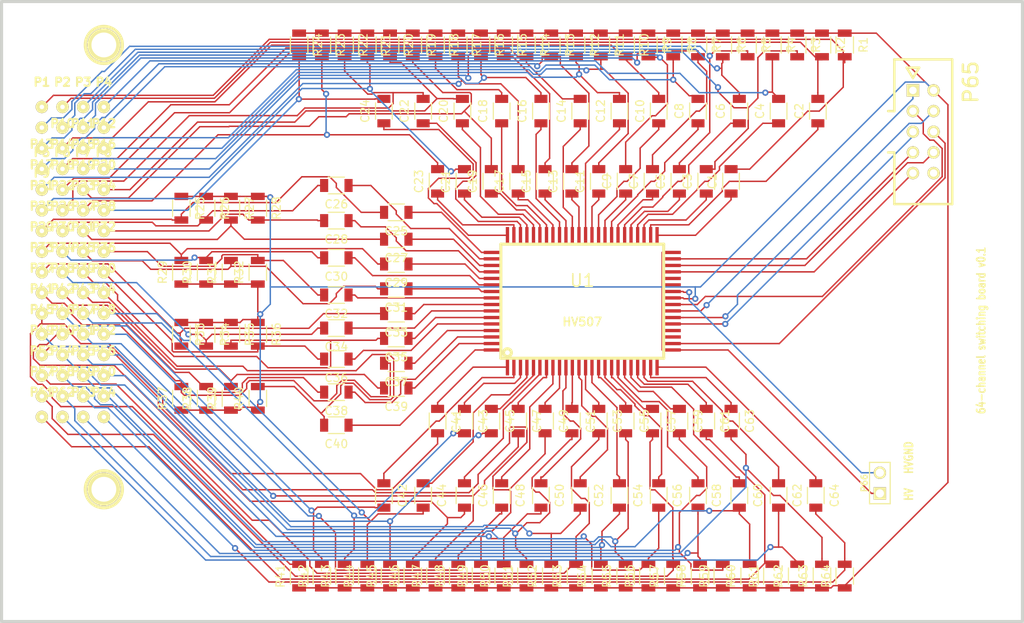
<source format=kicad_pcb>
(kicad_pcb (version 4) (host pcbnew 4.0.0-rc1-stable)
  (title_block (date "24 sep 2015"))
  (layers (0 Front signal) (31 Back signal) (34 B.Paste user) (35 F.Paste user) (36 B.SilkS user) (37 F.SilkS user) (38 B.Mask user) (39 F.Mask user) (44 Edge.Cuts user))
  (net 0 "")
  (net 1 +5V)
  (net 2 BL)
  (net 3 CLK)
  (net 4 DIOA)
  (net 5 DIOB)
  (net 6 DIR)
  (net 7 GND)
  (net 8 LE)
  (net 9 POL)
  (net 10 "Net-(P66-Pad1)")
  (net 11 "Net-(P66-Pad2)")
  (net 12 "Net-(C1-Pad1)")
  (net 13 "Net-(C1-Pad2)")
  (net 14 "Net-(C2-Pad1)")
  (net 15 "Net-(C2-Pad2)")
  (net 16 "Net-(C3-Pad1)")
  (net 17 "Net-(C3-Pad2)")
  (net 18 "Net-(C4-Pad1)")
  (net 19 "Net-(C4-Pad2)")
  (net 20 "Net-(C5-Pad1)")
  (net 21 "Net-(C5-Pad2)")
  (net 22 "Net-(C6-Pad1)")
  (net 23 "Net-(C6-Pad2)")
  (net 24 "Net-(C7-Pad1)")
  (net 25 "Net-(C7-Pad2)")
  (net 26 "Net-(C8-Pad1)")
  (net 27 "Net-(C8-Pad2)")
  (net 28 "Net-(C9-Pad1)")
  (net 29 "Net-(C9-Pad2)")
  (net 30 "Net-(C10-Pad1)")
  (net 31 "Net-(C10-Pad2)")
  (net 32 "Net-(C11-Pad1)")
  (net 33 "Net-(C11-Pad2)")
  (net 34 "Net-(C12-Pad1)")
  (net 35 "Net-(C12-Pad2)")
  (net 36 "Net-(C13-Pad1)")
  (net 37 "Net-(C13-Pad2)")
  (net 38 "Net-(C14-Pad1)")
  (net 39 "Net-(C14-Pad2)")
  (net 40 "Net-(C15-Pad1)")
  (net 41 "Net-(C15-Pad2)")
  (net 42 "Net-(C16-Pad1)")
  (net 43 "Net-(C16-Pad2)")
  (net 44 "Net-(C17-Pad1)")
  (net 45 "Net-(C17-Pad2)")
  (net 46 "Net-(C18-Pad1)")
  (net 47 "Net-(C18-Pad2)")
  (net 48 "Net-(C19-Pad1)")
  (net 49 "Net-(C19-Pad2)")
  (net 50 "Net-(C20-Pad1)")
  (net 51 "Net-(C20-Pad2)")
  (net 52 "Net-(C21-Pad1)")
  (net 53 "Net-(C21-Pad2)")
  (net 54 "Net-(C22-Pad1)")
  (net 55 "Net-(C22-Pad2)")
  (net 56 "Net-(C23-Pad1)")
  (net 57 "Net-(C23-Pad2)")
  (net 58 "Net-(C24-Pad1)")
  (net 59 "Net-(C24-Pad2)")
  (net 60 "Net-(C25-Pad1)")
  (net 61 "Net-(C25-Pad2)")
  (net 62 "Net-(C26-Pad1)")
  (net 63 "Net-(C26-Pad2)")
  (net 64 "Net-(C27-Pad1)")
  (net 65 "Net-(C27-Pad2)")
  (net 66 "Net-(C28-Pad1)")
  (net 67 "Net-(C28-Pad2)")
  (net 68 "Net-(C29-Pad1)")
  (net 69 "Net-(C29-Pad2)")
  (net 70 "Net-(C30-Pad1)")
  (net 71 "Net-(C30-Pad2)")
  (net 72 "Net-(C31-Pad1)")
  (net 73 "Net-(C31-Pad2)")
  (net 74 "Net-(C32-Pad1)")
  (net 75 "Net-(C32-Pad2)")
  (net 76 "Net-(C33-Pad1)")
  (net 77 "Net-(C33-Pad2)")
  (net 78 "Net-(C34-Pad1)")
  (net 79 "Net-(C34-Pad2)")
  (net 80 "Net-(C35-Pad1)")
  (net 81 "Net-(C35-Pad2)")
  (net 82 "Net-(C36-Pad1)")
  (net 83 "Net-(C36-Pad2)")
  (net 84 "Net-(C37-Pad1)")
  (net 85 "Net-(C37-Pad2)")
  (net 86 "Net-(C38-Pad1)")
  (net 87 "Net-(C38-Pad2)")
  (net 88 "Net-(C39-Pad1)")
  (net 89 "Net-(C39-Pad2)")
  (net 90 "Net-(C40-Pad1)")
  (net 91 "Net-(C40-Pad2)")
  (net 92 "Net-(C41-Pad1)")
  (net 93 "Net-(C41-Pad2)")
  (net 94 "Net-(C42-Pad1)")
  (net 95 "Net-(C42-Pad2)")
  (net 96 "Net-(C43-Pad1)")
  (net 97 "Net-(C43-Pad2)")
  (net 98 "Net-(C44-Pad1)")
  (net 99 "Net-(C44-Pad2)")
  (net 100 "Net-(C45-Pad1)")
  (net 101 "Net-(C45-Pad2)")
  (net 102 "Net-(C46-Pad1)")
  (net 103 "Net-(C46-Pad2)")
  (net 104 "Net-(C47-Pad1)")
  (net 105 "Net-(C47-Pad2)")
  (net 106 "Net-(C48-Pad1)")
  (net 107 "Net-(C48-Pad2)")
  (net 108 "Net-(C49-Pad1)")
  (net 109 "Net-(C49-Pad2)")
  (net 110 "Net-(C50-Pad1)")
  (net 111 "Net-(C50-Pad2)")
  (net 112 "Net-(C51-Pad1)")
  (net 113 "Net-(C51-Pad2)")
  (net 114 "Net-(C52-Pad1)")
  (net 115 "Net-(C52-Pad2)")
  (net 116 "Net-(C53-Pad1)")
  (net 117 "Net-(C53-Pad2)")
  (net 118 "Net-(C54-Pad1)")
  (net 119 "Net-(C54-Pad2)")
  (net 120 "Net-(C55-Pad1)")
  (net 121 "Net-(C55-Pad2)")
  (net 122 "Net-(C56-Pad1)")
  (net 123 "Net-(C56-Pad2)")
  (net 124 "Net-(C57-Pad1)")
  (net 125 "Net-(C57-Pad2)")
  (net 126 "Net-(C58-Pad1)")
  (net 127 "Net-(C58-Pad2)")
  (net 128 "Net-(C59-Pad1)")
  (net 129 "Net-(C59-Pad2)")
  (net 130 "Net-(C60-Pad1)")
  (net 131 "Net-(C60-Pad2)")
  (net 132 "Net-(C61-Pad1)")
  (net 133 "Net-(C61-Pad2)")
  (net 134 "Net-(C62-Pad1)")
  (net 135 "Net-(C62-Pad2)")
  (net 136 "Net-(C63-Pad1)")
  (net 137 "Net-(C63-Pad2)")
  (net 138 "Net-(C64-Pad1)")
  (net 139 "Net-(C64-Pad2)")
  (net 140 "Net-(P65-Pad10)")
  (net 141 "Net-(U1-Pad27)")
  (net 142 "Net-(U1-Pad28)")
  (net 143 "Net-(U1-Pad35)")
  (net 144 "Net-(U1-Pad36)")
  (module he10-10d (layer Front) (at 146.812 32.766 270)
    (fp_text reference P65 (at -6.096 -5.842 270) (layer F.SilkS) (effects (font (size 1.778 1.778) (thickness 0.3048))))
    (fp_text value CONN_01X10 hide)
    (pad 1 thru_hole rect (at -5.08 1.27 270) (size 1.524 1.524) (drill 0.9144) (layers *.Cu *.Mask F.SilkS) (net 1 +5V))
    (pad 2 thru_hole circle (at -5.08 -1.27 270) (size 1.524 1.524) (drill 0.9144) (layers *.Cu *.Mask F.SilkS) (net 7 GND))
    (pad 3 thru_hole circle (at -2.54 1.27 270) (size 1.524 1.524) (drill 0.9144) (layers *.Cu *.Mask F.SilkS) (net 6 DIR))
    (pad 4 thru_hole circle (at -2.54 -1.27 270) (size 1.524 1.524) (drill 0.9144) (layers *.Cu *.Mask F.SilkS) (net 9 POL))
    (pad 5 thru_hole circle (at 0 1.27 270) (size 1.524 1.524) (drill 0.9144) (layers *.Cu *.Mask F.SilkS) (net 2 BL))
    (pad 6 thru_hole circle (at 0 -1.27 270) (size 1.524 1.524) (drill 0.9144) (layers *.Cu *.Mask F.SilkS) (net 4 DIOA))
    (pad 7 thru_hole circle (at 2.54 1.27 270) (size 1.524 1.524) (drill 0.9144) (layers *.Cu *.Mask F.SilkS) (net 5 DIOB))
    (pad 8 thru_hole circle (at 2.54 -1.27 270) (size 1.524 1.524) (drill 0.9144) (layers *.Cu *.Mask F.SilkS) (net 8 LE))
    (pad 9 thru_hole circle (at 5.08 1.27 270) (size 1.524 1.524) (drill 0.9144) (layers *.Cu *.Mask F.SilkS) (net 3 CLK))
    (pad 10 thru_hole circle (at 5.08 -1.27 270) (size 1.524 1.524) (drill 0.9144) (layers *.Cu *.Mask F.SilkS) (net 140 "Net-(P65-Pad10)"))
  )
  (module 1pin (layer Front) (at 46.101 76.708)
    (fp_text reference H3 hide)
    (fp_text value H3 hide)
    (pad 1 thru_hole circle (at 0 0) (size 4.064 4.064) (drill 3.048) (layers *.Cu *.Mask F.SilkS))
  )
  (module 1pin (layer Front) (at 46.101 22.098)
    (fp_text reference H2 hide)
    (fp_text value H2 hide)
    (pad 1 thru_hole circle (at 0 0) (size 4.064 4.064) (drill 3.048) (layers *.Cu *.Mask F.SilkS))
  )
  (module pogo_pin (layer Front) (at 38.481 29.718)
    (fp_text reference P1 (at 0 -3.048) (layer F.SilkS) (effects (font (size 1.016 1.016) (thickness 0.254))))
    (fp_text value CONN_01X01 hide)
    (pad 1 thru_hole circle (at 0 0) (size 1.524 1.524) (drill 0.55) (layers *.Cu *.Mask F.SilkS) (net 13 "Net-(C1-Pad2)"))
  )
  (module pogo_pin (layer Front) (at 41.021 29.718)
    (fp_text reference P2 (at 0 -3.048) (layer F.SilkS) (effects (font (size 1.016 1.016) (thickness 0.254))))
    (fp_text value CONN_01X01 hide)
    (pad 1 thru_hole circle (at 0 0) (size 1.524 1.524) (drill 0.55) (layers *.Cu *.Mask F.SilkS) (net 15 "Net-(C2-Pad2)"))
  )
  (module pogo_pin (layer Front) (at 43.561 29.718)
    (fp_text reference P3 (at 0 -3.048) (layer F.SilkS) (effects (font (size 1.016 1.016) (thickness 0.254))))
    (fp_text value CONN_01X01 hide)
    (pad 1 thru_hole circle (at 0 0) (size 1.524 1.524) (drill 0.55) (layers *.Cu *.Mask F.SilkS) (net 17 "Net-(C3-Pad2)"))
  )
  (module pogo_pin (layer Front) (at 46.101 29.718)
    (fp_text reference P4 (at 0 -3.048) (layer F.SilkS) (effects (font (size 1.016 1.016) (thickness 0.254))))
    (fp_text value CONN_01X01 hide)
    (pad 1 thru_hole circle (at 0 0) (size 1.524 1.524) (drill 0.55) (layers *.Cu *.Mask F.SilkS) (net 19 "Net-(C4-Pad2)"))
  )
  (module pogo_pin (layer Front) (at 38.481 32.258 180)
    (fp_text reference P5 (at 0 -3.048 180) (layer F.SilkS) (effects (font (size 1.016 1.016) (thickness 0.254))))
    (fp_text value CONN_01X01 hide)
    (pad 1 thru_hole circle (at 0 0 180) (size 1.524 1.524) (drill 0.55) (layers *.Cu *.Mask F.SilkS) (net 21 "Net-(C5-Pad2)"))
  )
  (module pogo_pin (layer Front) (at 41.021 32.258 180)
    (fp_text reference P6 (at 0 -3.048 180) (layer F.SilkS) (effects (font (size 1.016 1.016) (thickness 0.254))))
    (fp_text value CONN_01X01 hide)
    (pad 1 thru_hole circle (at 0 0 180) (size 1.524 1.524) (drill 0.55) (layers *.Cu *.Mask F.SilkS) (net 23 "Net-(C6-Pad2)"))
  )
  (module pogo_pin (layer Front) (at 43.561 32.258 180)
    (fp_text reference P7 (at 0 -3.048 180) (layer F.SilkS) (effects (font (size 1.016 1.016) (thickness 0.254))))
    (fp_text value CONN_01X01 hide)
    (pad 1 thru_hole circle (at 0 0 180) (size 1.524 1.524) (drill 0.55) (layers *.Cu *.Mask F.SilkS) (net 25 "Net-(C7-Pad2)"))
  )
  (module pogo_pin (layer Front) (at 46.101 32.258 180)
    (fp_text reference P8 (at 0 -3.048 180) (layer F.SilkS) (effects (font (size 1.016 1.016) (thickness 0.254))))
    (fp_text value CONN_01X01 hide)
    (pad 1 thru_hole circle (at 0 0 180) (size 1.524 1.524) (drill 0.55) (layers *.Cu *.Mask F.SilkS) (net 27 "Net-(C8-Pad2)"))
  )
  (module pogo_pin (layer Front) (at 38.481 34.798 180)
    (fp_text reference P9 (at 0 -3.048 180) (layer F.SilkS) (effects (font (size 1.016 1.016) (thickness 0.254))))
    (fp_text value CONN_01X01 hide)
    (pad 1 thru_hole circle (at 0 0 180) (size 1.524 1.524) (drill 0.55) (layers *.Cu *.Mask F.SilkS) (net 29 "Net-(C9-Pad2)"))
  )
  (module pogo_pin (layer Front) (at 41.021 34.798)
    (fp_text reference P10 (at 0 -3.048) (layer F.SilkS) (effects (font (size 1.016 1.016) (thickness 0.254))))
    (fp_text value CONN_01X01 hide)
    (pad 1 thru_hole circle (at 0 0) (size 1.524 1.524) (drill 0.55) (layers *.Cu *.Mask F.SilkS) (net 31 "Net-(C10-Pad2)"))
  )
  (module pogo_pin (layer Front) (at 43.561 34.798)
    (fp_text reference P11 (at 0 -3.048) (layer F.SilkS) (effects (font (size 1.016 1.016) (thickness 0.254))))
    (fp_text value CONN_01X01 hide)
    (pad 1 thru_hole circle (at 0 0) (size 1.524 1.524) (drill 0.55) (layers *.Cu *.Mask F.SilkS) (net 33 "Net-(C11-Pad2)"))
  )
  (module pogo_pin (layer Front) (at 46.101 34.798)
    (fp_text reference P12 (at 0 -3.048) (layer F.SilkS) (effects (font (size 1.016 1.016) (thickness 0.254))))
    (fp_text value CONN_01X01 hide)
    (pad 1 thru_hole circle (at 0 0) (size 1.524 1.524) (drill 0.55) (layers *.Cu *.Mask F.SilkS) (net 35 "Net-(C12-Pad2)"))
  )
  (module pogo_pin (layer Front) (at 38.481 37.338)
    (fp_text reference P13 (at 0 -3.048) (layer F.SilkS) (effects (font (size 1.016 1.016) (thickness 0.254))))
    (fp_text value CONN_01X01 hide)
    (pad 1 thru_hole circle (at 0 0) (size 1.524 1.524) (drill 0.55) (layers *.Cu *.Mask F.SilkS) (net 37 "Net-(C13-Pad2)"))
  )
  (module pogo_pin (layer Front) (at 41.021 37.338)
    (fp_text reference P14 (at 0 -3.048) (layer F.SilkS) (effects (font (size 1.016 1.016) (thickness 0.254))))
    (fp_text value CONN_01X01 hide)
    (pad 1 thru_hole circle (at 0 0) (size 1.524 1.524) (drill 0.55) (layers *.Cu *.Mask F.SilkS) (net 39 "Net-(C14-Pad2)"))
  )
  (module pogo_pin (layer Front) (at 43.561 37.338)
    (fp_text reference P15 (at 0 -3.048) (layer F.SilkS) (effects (font (size 1.016 1.016) (thickness 0.254))))
    (fp_text value CONN_01X01 hide)
    (pad 1 thru_hole circle (at 0 0) (size 1.524 1.524) (drill 0.55) (layers *.Cu *.Mask F.SilkS) (net 41 "Net-(C15-Pad2)"))
  )
  (module pogo_pin (layer Front) (at 46.101 37.338)
    (fp_text reference P16 (at 0 -3.048) (layer F.SilkS) (effects (font (size 1.016 1.016) (thickness 0.254))))
    (fp_text value CONN_01X01 hide)
    (pad 1 thru_hole circle (at 0 0) (size 1.524 1.524) (drill 0.55) (layers *.Cu *.Mask F.SilkS) (net 43 "Net-(C16-Pad2)"))
  )
  (module pogo_pin (layer Front) (at 38.481 39.878)
    (fp_text reference P17 (at 0 -3.048) (layer F.SilkS) (effects (font (size 1.016 1.016) (thickness 0.254))))
    (fp_text value CONN_01X01 hide)
    (pad 1 thru_hole circle (at 0 0) (size 1.524 1.524) (drill 0.55) (layers *.Cu *.Mask F.SilkS) (net 45 "Net-(C17-Pad2)"))
  )
  (module pogo_pin (layer Front) (at 41.021 39.878)
    (fp_text reference P18 (at 0 -3.048) (layer F.SilkS) (effects (font (size 1.016 1.016) (thickness 0.254))))
    (fp_text value CONN_01X01 hide)
    (pad 1 thru_hole circle (at 0 0) (size 1.524 1.524) (drill 0.55) (layers *.Cu *.Mask F.SilkS) (net 47 "Net-(C18-Pad2)"))
  )
  (module pogo_pin (layer Front) (at 43.561 39.878)
    (fp_text reference P19 (at 0 -3.048) (layer F.SilkS) (effects (font (size 1.016 1.016) (thickness 0.254))))
    (fp_text value CONN_01X01 hide)
    (pad 1 thru_hole circle (at 0 0) (size 1.524 1.524) (drill 0.55) (layers *.Cu *.Mask F.SilkS) (net 49 "Net-(C19-Pad2)"))
  )
  (module pogo_pin (layer Front) (at 46.101 39.878)
    (fp_text reference P20 (at 0 -3.048) (layer F.SilkS) (effects (font (size 1.016 1.016) (thickness 0.254))))
    (fp_text value CONN_01X01 hide)
    (pad 1 thru_hole circle (at 0 0) (size 1.524 1.524) (drill 0.55) (layers *.Cu *.Mask F.SilkS) (net 51 "Net-(C20-Pad2)"))
  )
  (module pogo_pin (layer Front) (at 38.481 42.418)
    (fp_text reference P21 (at 0 -3.048) (layer F.SilkS) (effects (font (size 1.016 1.016) (thickness 0.254))))
    (fp_text value CONN_01X01 hide)
    (pad 1 thru_hole circle (at 0 0) (size 1.524 1.524) (drill 0.55) (layers *.Cu *.Mask F.SilkS) (net 53 "Net-(C21-Pad2)"))
  )
  (module pogo_pin (layer Front) (at 41.021 42.418)
    (fp_text reference P22 (at 0 -3.048) (layer F.SilkS) (effects (font (size 1.016 1.016) (thickness 0.254))))
    (fp_text value CONN_01X01 hide)
    (pad 1 thru_hole circle (at 0 0) (size 1.524 1.524) (drill 0.55) (layers *.Cu *.Mask F.SilkS) (net 55 "Net-(C22-Pad2)"))
  )
  (module pogo_pin (layer Front) (at 43.561 42.418)
    (fp_text reference P23 (at 0 -3.048) (layer F.SilkS) (effects (font (size 1.016 1.016) (thickness 0.254))))
    (fp_text value CONN_01X01 hide)
    (pad 1 thru_hole circle (at 0 0) (size 1.524 1.524) (drill 0.55) (layers *.Cu *.Mask F.SilkS) (net 57 "Net-(C23-Pad2)"))
  )
  (module pogo_pin (layer Front) (at 46.101 42.418)
    (fp_text reference P24 (at 0 -3.048) (layer F.SilkS) (effects (font (size 1.016 1.016) (thickness 0.254))))
    (fp_text value CONN_01X01 hide)
    (pad 1 thru_hole circle (at 0 0) (size 1.524 1.524) (drill 0.55) (layers *.Cu *.Mask F.SilkS) (net 59 "Net-(C24-Pad2)"))
  )
  (module pogo_pin (layer Front) (at 38.481 44.958)
    (fp_text reference P25 (at 0 -3.048) (layer F.SilkS) (effects (font (size 1.016 1.016) (thickness 0.254))))
    (fp_text value CONN_01X01 hide)
    (pad 1 thru_hole circle (at 0 0) (size 1.524 1.524) (drill 0.55) (layers *.Cu *.Mask F.SilkS) (net 61 "Net-(C25-Pad2)"))
  )
  (module pogo_pin (layer Front) (at 41.021 44.958)
    (fp_text reference P26 (at 0 -3.048) (layer F.SilkS) (effects (font (size 1.016 1.016) (thickness 0.254))))
    (fp_text value CONN_01X01 hide)
    (pad 1 thru_hole circle (at 0 0) (size 1.524 1.524) (drill 0.55) (layers *.Cu *.Mask F.SilkS) (net 63 "Net-(C26-Pad2)"))
  )
  (module pogo_pin (layer Front) (at 43.561 44.958)
    (fp_text reference P27 (at 0 -3.048) (layer F.SilkS) (effects (font (size 1.016 1.016) (thickness 0.254))))
    (fp_text value CONN_01X01 hide)
    (pad 1 thru_hole circle (at 0 0) (size 1.524 1.524) (drill 0.55) (layers *.Cu *.Mask F.SilkS) (net 65 "Net-(C27-Pad2)"))
  )
  (module pogo_pin (layer Front) (at 46.101 44.958)
    (fp_text reference P28 (at 0 -3.048) (layer F.SilkS) (effects (font (size 1.016 1.016) (thickness 0.254))))
    (fp_text value CONN_01X01 hide)
    (pad 1 thru_hole circle (at 0 0) (size 1.524 1.524) (drill 0.55) (layers *.Cu *.Mask F.SilkS) (net 67 "Net-(C28-Pad2)"))
  )
  (module pogo_pin (layer Front) (at 38.481 47.498)
    (fp_text reference P29 (at 0 -3.048) (layer F.SilkS) (effects (font (size 1.016 1.016) (thickness 0.254))))
    (fp_text value CONN_01X01 hide)
    (pad 1 thru_hole circle (at 0 0) (size 1.524 1.524) (drill 0.55) (layers *.Cu *.Mask F.SilkS) (net 69 "Net-(C29-Pad2)"))
  )
  (module pogo_pin (layer Front) (at 41.021 47.498)
    (fp_text reference P30 (at 0 -3.048) (layer F.SilkS) (effects (font (size 1.016 1.016) (thickness 0.254))))
    (fp_text value CONN_01X01 hide)
    (pad 1 thru_hole circle (at 0 0) (size 1.524 1.524) (drill 0.55) (layers *.Cu *.Mask F.SilkS) (net 71 "Net-(C30-Pad2)"))
  )
  (module pogo_pin (layer Front) (at 43.561 47.498)
    (fp_text reference P31 (at 0 -3.048) (layer F.SilkS) (effects (font (size 1.016 1.016) (thickness 0.254))))
    (fp_text value CONN_01X01 hide)
    (pad 1 thru_hole circle (at 0 0) (size 1.524 1.524) (drill 0.55) (layers *.Cu *.Mask F.SilkS) (net 73 "Net-(C31-Pad2)"))
  )
  (module pogo_pin (layer Front) (at 46.101 47.498)
    (fp_text reference P32 (at 0 -3.048) (layer F.SilkS) (effects (font (size 1.016 1.016) (thickness 0.254))))
    (fp_text value CONN_01X01 hide)
    (pad 1 thru_hole circle (at 0 0) (size 1.524 1.524) (drill 0.55) (layers *.Cu *.Mask F.SilkS) (net 75 "Net-(C32-Pad2)"))
  )
  (module pogo_pin (layer Front) (at 38.481 50.038)
    (fp_text reference P33 (at 0 -3.048) (layer F.SilkS) (effects (font (size 1.016 1.016) (thickness 0.254))))
    (fp_text value CONN_01X01 hide)
    (pad 1 thru_hole circle (at 0 0) (size 1.524 1.524) (drill 0.55) (layers *.Cu *.Mask F.SilkS) (net 77 "Net-(C33-Pad2)"))
  )
  (module pogo_pin (layer Front) (at 41.021 50.038)
    (fp_text reference P34 (at 0 -3.048) (layer F.SilkS) (effects (font (size 1.016 1.016) (thickness 0.254))))
    (fp_text value CONN_01X01 hide)
    (pad 1 thru_hole circle (at 0 0) (size 1.524 1.524) (drill 0.55) (layers *.Cu *.Mask F.SilkS) (net 79 "Net-(C34-Pad2)"))
  )
  (module pogo_pin (layer Front) (at 43.561 50.038)
    (fp_text reference P35 (at 0 -3.048) (layer F.SilkS) (effects (font (size 1.016 1.016) (thickness 0.254))))
    (fp_text value CONN_01X01 hide)
    (pad 1 thru_hole circle (at 0 0) (size 1.524 1.524) (drill 0.55) (layers *.Cu *.Mask F.SilkS) (net 81 "Net-(C35-Pad2)"))
  )
  (module pogo_pin (layer Front) (at 46.101 50.038)
    (fp_text reference P36 (at 0 -3.048) (layer F.SilkS) (effects (font (size 1.016 1.016) (thickness 0.254))))
    (fp_text value CONN_01X01 hide)
    (pad 1 thru_hole circle (at 0 0) (size 1.524 1.524) (drill 0.55) (layers *.Cu *.Mask F.SilkS) (net 83 "Net-(C36-Pad2)"))
  )
  (module pogo_pin (layer Front) (at 38.481 52.578)
    (fp_text reference P37 (at 0 -3.048) (layer F.SilkS) (effects (font (size 1.016 1.016) (thickness 0.254))))
    (fp_text value CONN_01X01 hide)
    (pad 1 thru_hole circle (at 0 0) (size 1.524 1.524) (drill 0.55) (layers *.Cu *.Mask F.SilkS) (net 85 "Net-(C37-Pad2)"))
  )
  (module pogo_pin (layer Front) (at 41.021 52.578)
    (fp_text reference P38 (at 0 -3.048) (layer F.SilkS) (effects (font (size 1.016 1.016) (thickness 0.254))))
    (fp_text value CONN_01X01 hide)
    (pad 1 thru_hole circle (at 0 0) (size 1.524 1.524) (drill 0.55) (layers *.Cu *.Mask F.SilkS) (net 87 "Net-(C38-Pad2)"))
  )
  (module pogo_pin (layer Front) (at 43.561 52.578)
    (fp_text reference P39 (at 0 -3.048) (layer F.SilkS) (effects (font (size 1.016 1.016) (thickness 0.254))))
    (fp_text value CONN_01X01 hide)
    (pad 1 thru_hole circle (at 0 0) (size 1.524 1.524) (drill 0.55) (layers *.Cu *.Mask F.SilkS) (net 89 "Net-(C39-Pad2)"))
  )
  (module pogo_pin (layer Front) (at 46.101 52.578)
    (fp_text reference P40 (at 0 -3.048) (layer F.SilkS) (effects (font (size 1.016 1.016) (thickness 0.254))))
    (fp_text value CONN_01X01 hide)
    (pad 1 thru_hole circle (at 0 0) (size 1.524 1.524) (drill 0.55) (layers *.Cu *.Mask F.SilkS) (net 91 "Net-(C40-Pad2)"))
  )
  (module pogo_pin (layer Front) (at 38.481 55.118)
    (fp_text reference P41 (at 0 -3.048) (layer F.SilkS) (effects (font (size 1.016 1.016) (thickness 0.254))))
    (fp_text value CONN_01X01 hide)
    (pad 1 thru_hole circle (at 0 0) (size 1.524 1.524) (drill 0.55) (layers *.Cu *.Mask F.SilkS) (net 93 "Net-(C41-Pad2)"))
  )
  (module pogo_pin (layer Front) (at 41.021 55.118)
    (fp_text reference P42 (at 0 -3.048) (layer F.SilkS) (effects (font (size 1.016 1.016) (thickness 0.254))))
    (fp_text value CONN_01X01 hide)
    (pad 1 thru_hole circle (at 0 0) (size 1.524 1.524) (drill 0.55) (layers *.Cu *.Mask F.SilkS) (net 95 "Net-(C42-Pad2)"))
  )
  (module pogo_pin (layer Front) (at 43.561 55.118)
    (fp_text reference P43 (at 0 -3.048) (layer F.SilkS) (effects (font (size 1.016 1.016) (thickness 0.254))))
    (fp_text value CONN_01X01 hide)
    (pad 1 thru_hole circle (at 0 0) (size 1.524 1.524) (drill 0.55) (layers *.Cu *.Mask F.SilkS) (net 97 "Net-(C43-Pad2)"))
  )
  (module pogo_pin (layer Front) (at 46.101 55.118)
    (fp_text reference P44 (at 0 -3.048) (layer F.SilkS) (effects (font (size 1.016 1.016) (thickness 0.254))))
    (fp_text value CONN_01X01 hide)
    (pad 1 thru_hole circle (at 0 0) (size 1.524 1.524) (drill 0.55) (layers *.Cu *.Mask F.SilkS) (net 99 "Net-(C44-Pad2)"))
  )
  (module pogo_pin (layer Front) (at 38.481 57.658)
    (fp_text reference P45 (at 0 -3.048) (layer F.SilkS) (effects (font (size 1.016 1.016) (thickness 0.254))))
    (fp_text value CONN_01X01 hide)
    (pad 1 thru_hole circle (at 0 0) (size 1.524 1.524) (drill 0.55) (layers *.Cu *.Mask F.SilkS) (net 101 "Net-(C45-Pad2)"))
  )
  (module pogo_pin (layer Front) (at 41.021 57.658)
    (fp_text reference P46 (at 0 -3.048) (layer F.SilkS) (effects (font (size 1.016 1.016) (thickness 0.254))))
    (fp_text value CONN_01X01 hide)
    (pad 1 thru_hole circle (at 0 0) (size 1.524 1.524) (drill 0.55) (layers *.Cu *.Mask F.SilkS) (net 103 "Net-(C46-Pad2)"))
  )
  (module pogo_pin (layer Front) (at 43.561 57.658)
    (fp_text reference P47 (at 0 -3.048) (layer F.SilkS) (effects (font (size 1.016 1.016) (thickness 0.254))))
    (fp_text value CONN_01X01 hide)
    (pad 1 thru_hole circle (at 0 0) (size 1.524 1.524) (drill 0.55) (layers *.Cu *.Mask F.SilkS) (net 105 "Net-(C47-Pad2)"))
  )
  (module pogo_pin (layer Front) (at 46.101 57.658)
    (fp_text reference P48 (at 0 -3.048) (layer F.SilkS) (effects (font (size 1.016 1.016) (thickness 0.254))))
    (fp_text value CONN_01X01 hide)
    (pad 1 thru_hole circle (at 0 0) (size 1.524 1.524) (drill 0.55) (layers *.Cu *.Mask F.SilkS) (net 107 "Net-(C48-Pad2)"))
  )
  (module pogo_pin (layer Front) (at 38.481 60.198)
    (fp_text reference P49 (at 0 -3.048) (layer F.SilkS) (effects (font (size 1.016 1.016) (thickness 0.254))))
    (fp_text value CONN_01X01 hide)
    (pad 1 thru_hole circle (at 0 0) (size 1.524 1.524) (drill 0.55) (layers *.Cu *.Mask F.SilkS) (net 109 "Net-(C49-Pad2)"))
  )
  (module pogo_pin (layer Front) (at 41.021 60.198)
    (fp_text reference P50 (at 0 -3.048) (layer F.SilkS) (effects (font (size 1.016 1.016) (thickness 0.254))))
    (fp_text value CONN_01X01 hide)
    (pad 1 thru_hole circle (at 0 0) (size 1.524 1.524) (drill 0.55) (layers *.Cu *.Mask F.SilkS) (net 111 "Net-(C50-Pad2)"))
  )
  (module pogo_pin (layer Front) (at 43.561 60.198)
    (fp_text reference P51 (at 0 -3.048) (layer F.SilkS) (effects (font (size 1.016 1.016) (thickness 0.254))))
    (fp_text value CONN_01X01 hide)
    (pad 1 thru_hole circle (at 0 0) (size 1.524 1.524) (drill 0.55) (layers *.Cu *.Mask F.SilkS) (net 113 "Net-(C51-Pad2)"))
  )
  (module pogo_pin (layer Front) (at 46.101 60.198)
    (fp_text reference P52 (at 0 -3.048) (layer F.SilkS) (effects (font (size 1.016 1.016) (thickness 0.254))))
    (fp_text value CONN_01X01 hide)
    (pad 1 thru_hole circle (at 0 0) (size 1.524 1.524) (drill 0.55) (layers *.Cu *.Mask F.SilkS) (net 115 "Net-(C52-Pad2)"))
  )
  (module pogo_pin (layer Front) (at 38.481 62.738)
    (fp_text reference P53 (at 0 -3.048) (layer F.SilkS) (effects (font (size 1.016 1.016) (thickness 0.254))))
    (fp_text value CONN_01X01 hide)
    (pad 1 thru_hole circle (at 0 0) (size 1.524 1.524) (drill 0.55) (layers *.Cu *.Mask F.SilkS) (net 117 "Net-(C53-Pad2)"))
  )
  (module pogo_pin (layer Front) (at 41.021 62.738)
    (fp_text reference P54 (at 0 -3.048) (layer F.SilkS) (effects (font (size 1.016 1.016) (thickness 0.254))))
    (fp_text value CONN_01X01 hide)
    (pad 1 thru_hole circle (at 0 0) (size 1.524 1.524) (drill 0.55) (layers *.Cu *.Mask F.SilkS) (net 119 "Net-(C54-Pad2)"))
  )
  (module pogo_pin (layer Front) (at 43.561 62.738)
    (fp_text reference P55 (at 0 -3.048) (layer F.SilkS) (effects (font (size 1.016 1.016) (thickness 0.254))))
    (fp_text value CONN_01X01 hide)
    (pad 1 thru_hole circle (at 0 0) (size 1.524 1.524) (drill 0.55) (layers *.Cu *.Mask F.SilkS) (net 121 "Net-(C55-Pad2)"))
  )
  (module pogo_pin (layer Front) (at 46.101 62.738)
    (fp_text reference P56 (at 0 -3.048) (layer F.SilkS) (effects (font (size 1.016 1.016) (thickness 0.254))))
    (fp_text value CONN_01X01 hide)
    (pad 1 thru_hole circle (at 0 0) (size 1.524 1.524) (drill 0.55) (layers *.Cu *.Mask F.SilkS) (net 123 "Net-(C56-Pad2)"))
  )
  (module pogo_pin (layer Front) (at 38.481 65.278)
    (fp_text reference P57 (at 0 -3.048) (layer F.SilkS) (effects (font (size 1.016 1.016) (thickness 0.254))))
    (fp_text value CONN_01X01 hide)
    (pad 1 thru_hole circle (at 0 0) (size 1.524 1.524) (drill 0.55) (layers *.Cu *.Mask F.SilkS) (net 125 "Net-(C57-Pad2)"))
  )
  (module pogo_pin (layer Front) (at 41.021 65.278)
    (fp_text reference P58 (at 0 -3.048) (layer F.SilkS) (effects (font (size 1.016 1.016) (thickness 0.254))))
    (fp_text value CONN_01X01 hide)
    (pad 1 thru_hole circle (at 0 0) (size 1.524 1.524) (drill 0.55) (layers *.Cu *.Mask F.SilkS) (net 127 "Net-(C58-Pad2)"))
  )
  (module pogo_pin (layer Front) (at 43.561 65.278)
    (fp_text reference P59 (at 0 -3.048) (layer F.SilkS) (effects (font (size 1.016 1.016) (thickness 0.254))))
    (fp_text value CONN_01X01 hide)
    (pad 1 thru_hole circle (at 0 0) (size 1.524 1.524) (drill 0.55) (layers *.Cu *.Mask F.SilkS) (net 129 "Net-(C59-Pad2)"))
  )
  (module pogo_pin (layer Front) (at 46.101 65.278)
    (fp_text reference P60 (at 0 -3.048) (layer F.SilkS) (effects (font (size 1.016 1.016) (thickness 0.254))))
    (fp_text value CONN_01X01 hide)
    (pad 1 thru_hole circle (at 0 0) (size 1.524 1.524) (drill 0.55) (layers *.Cu *.Mask F.SilkS) (net 131 "Net-(C60-Pad2)"))
  )
  (module PQFP80 (layer Front) (at 104.902 53.594)
    (fp_text reference U1 (at 0 -2.54) (layer F.SilkS) (effects (font (thickness 0.2032))))
    (fp_text value HV507 (at 0 2.54) (layer F.SilkS) (effects (font (size 1.016 1.016) (thickness 0.2032))))
    (pad 1 smd rect (at -9.1948 8.1026) (size 0.4064 2.032) (layers Front F.Paste F.Mask) (net 92 "Net-(C41-Pad1)"))
    (pad 2 smd rect (at -8.4074 8.1026) (size 0.4064 2.032) (layers Front F.Paste F.Mask) (net 94 "Net-(C42-Pad1)"))
    (pad 3 smd rect (at -7.5946 8.1026) (size 0.4064 2.032) (layers Front F.Paste F.Mask) (net 96 "Net-(C43-Pad1)"))
    (pad 4 smd rect (at -6.8072 8.1026) (size 0.4064 2.032) (layers Front F.Paste F.Mask) (net 98 "Net-(C44-Pad1)"))
    (pad 5 smd rect (at -5.9944 8.1026) (size 0.4064 2.032) (layers Front F.Paste F.Mask) (net 100 "Net-(C45-Pad1)"))
    (pad 6 smd rect (at -5.207 8.1026) (size 0.4064 2.032) (layers Front F.Paste F.Mask) (net 102 "Net-(C46-Pad1)"))
    (pad 7 smd rect (at -4.3942 8.1026) (size 0.4064 2.032) (layers Front F.Paste F.Mask) (net 104 "Net-(C47-Pad1)"))
    (pad 8 smd rect (at -3.6068 8.1026) (size 0.4064 2.032) (layers Front F.Paste F.Mask) (net 106 "Net-(C48-Pad1)"))
    (pad 9 smd rect (at -2.794 8.1026) (size 0.4064 2.032) (layers Front F.Paste F.Mask) (net 108 "Net-(C49-Pad1)"))
    (pad 10 smd rect (at -2.0066 8.1026) (size 0.4064 2.032) (layers Front F.Paste F.Mask) (net 110 "Net-(C50-Pad1)"))
    (pad 11 smd rect (at -1.2192 8.1026) (size 0.4064 2.032) (layers Front F.Paste F.Mask) (net 112 "Net-(C51-Pad1)"))
    (pad 12 smd rect (at -0.4064 8.1026) (size 0.4064 2.032) (layers Front F.Paste F.Mask) (net 114 "Net-(C52-Pad1)"))
    (pad 13 smd rect (at 0.4064 8.1026) (size 0.4064 2.032) (layers Front F.Paste F.Mask) (net 116 "Net-(C53-Pad1)"))
    (pad 14 smd rect (at 1.1938 8.1026) (size 0.4064 2.032) (layers Front F.Paste F.Mask) (net 118 "Net-(C54-Pad1)"))
    (pad 15 smd rect (at 2.0066 8.1026) (size 0.4064 2.032) (layers Front F.Paste F.Mask) (net 120 "Net-(C55-Pad1)"))
    (pad 16 smd rect (at 2.794 8.1026) (size 0.4064 2.032) (layers Front F.Paste F.Mask) (net 122 "Net-(C56-Pad1)"))
    (pad 17 smd rect (at 3.6068 8.1026) (size 0.4064 2.032) (layers Front F.Paste F.Mask) (net 124 "Net-(C57-Pad1)"))
    (pad 18 smd rect (at 4.3942 8.1026) (size 0.4064 2.032) (layers Front F.Paste F.Mask) (net 126 "Net-(C58-Pad1)"))
    (pad 19 smd rect (at 5.207 8.1026) (size 0.4064 2.032) (layers Front F.Paste F.Mask) (net 128 "Net-(C59-Pad1)"))
    (pad 20 smd rect (at 5.9944 8.1026) (size 0.4064 2.032) (layers Front F.Paste F.Mask) (net 130 "Net-(C60-Pad1)"))
    (pad 21 smd rect (at 6.8072 8.1026) (size 0.4064 2.032) (layers Front F.Paste F.Mask) (net 132 "Net-(C61-Pad1)"))
    (pad 22 smd rect (at 7.5946 8.1026) (size 0.4064 2.032) (layers Front F.Paste F.Mask) (net 134 "Net-(C62-Pad1)"))
    (pad 23 smd rect (at 8.4074 8.1026) (size 0.4064 2.032) (layers Front F.Paste F.Mask) (net 136 "Net-(C63-Pad1)"))
    (pad 24 smd rect (at 9.1948 8.1026) (size 0.4064 2.032) (layers Front F.Paste F.Mask) (net 138 "Net-(C64-Pad1)"))
    (pad 41 smd rect (at 9.1948 -8.1026) (size 0.4064 2.032) (layers Front F.Paste F.Mask) (net 12 "Net-(C1-Pad1)"))
    (pad 42 smd rect (at 8.4074 -8.1026) (size 0.4064 2.032) (layers Front F.Paste F.Mask) (net 14 "Net-(C2-Pad1)"))
    (pad 43 smd rect (at 7.5946 -8.1026) (size 0.4064 2.032) (layers Front F.Paste F.Mask) (net 16 "Net-(C3-Pad1)"))
    (pad 44 smd rect (at 6.8072 -8.1026) (size 0.4064 2.032) (layers Front F.Paste F.Mask) (net 18 "Net-(C4-Pad1)"))
    (pad 45 smd rect (at 5.9944 -8.1026) (size 0.4064 2.032) (layers Front F.Paste F.Mask) (net 20 "Net-(C5-Pad1)"))
    (pad 46 smd rect (at 5.207 -8.1026) (size 0.4064 2.032) (layers Front F.Paste F.Mask) (net 22 "Net-(C6-Pad1)"))
    (pad 47 smd rect (at 4.3942 -8.1026) (size 0.4064 2.032) (layers Front F.Paste F.Mask) (net 24 "Net-(C7-Pad1)"))
    (pad 48 smd rect (at 3.6068 -8.1026) (size 0.4064 2.032) (layers Front F.Paste F.Mask) (net 26 "Net-(C8-Pad1)"))
    (pad 49 smd rect (at 2.794 -8.1026) (size 0.4064 2.032) (layers Front F.Paste F.Mask) (net 28 "Net-(C9-Pad1)"))
    (pad 50 smd rect (at 2.0066 -8.1026) (size 0.4064 2.032) (layers Front F.Paste F.Mask) (net 30 "Net-(C10-Pad1)"))
    (pad 51 smd rect (at 1.1938 -8.1026) (size 0.4064 2.032) (layers Front F.Paste F.Mask) (net 32 "Net-(C11-Pad1)"))
    (pad 52 smd rect (at 0.4064 -8.1026) (size 0.4064 2.032) (layers Front F.Paste F.Mask) (net 34 "Net-(C12-Pad1)"))
    (pad 53 smd rect (at -0.4064 -8.1026) (size 0.4064 2.032) (layers Front F.Paste F.Mask) (net 36 "Net-(C13-Pad1)"))
    (pad 54 smd rect (at -1.2192 -8.1026) (size 0.4064 2.032) (layers Front F.Paste F.Mask) (net 38 "Net-(C14-Pad1)"))
    (pad 55 smd rect (at -2.0066 -8.1026) (size 0.4064 2.032) (layers Front F.Paste F.Mask) (net 40 "Net-(C15-Pad1)"))
    (pad 56 smd rect (at -2.794 -8.1026) (size 0.4064 2.032) (layers Front F.Paste F.Mask) (net 42 "Net-(C16-Pad1)"))
    (pad 57 smd rect (at -3.6068 -8.1026) (size 0.4064 2.032) (layers Front F.Paste F.Mask) (net 44 "Net-(C17-Pad1)"))
    (pad 58 smd rect (at -4.3942 -8.1026) (size 0.4064 2.032) (layers Front F.Paste F.Mask) (net 46 "Net-(C18-Pad1)"))
    (pad 59 smd rect (at -5.207 -8.1026) (size 0.4064 2.032) (layers Front F.Paste F.Mask) (net 48 "Net-(C19-Pad1)"))
    (pad 60 smd rect (at -5.9944 -8.1026) (size 0.4064 2.032) (layers Front F.Paste F.Mask) (net 50 "Net-(C20-Pad1)"))
    (pad 61 smd rect (at -6.8072 -8.1026) (size 0.4064 2.032) (layers Front F.Paste F.Mask) (net 52 "Net-(C21-Pad1)"))
    (pad 62 smd rect (at -7.5946 -8.1026) (size 0.4064 2.032) (layers Front F.Paste F.Mask) (net 54 "Net-(C22-Pad1)"))
    (pad 63 smd rect (at -8.4074 -8.1026) (size 0.4064 2.032) (layers Front F.Paste F.Mask) (net 56 "Net-(C23-Pad1)"))
    (pad 64 smd rect (at -9.1948 -8.1026) (size 0.4064 2.032) (layers Front F.Paste F.Mask) (net 58 "Net-(C24-Pad1)"))
    (pad 65 smd rect (at -11.0998 -5.9944) (size 2.032 0.4064) (layers Front F.Paste F.Mask) (net 60 "Net-(C25-Pad1)"))
    (pad 66 smd rect (at -11.0998 -5.207) (size 2.032 0.4064) (layers Front F.Paste F.Mask) (net 62 "Net-(C26-Pad1)"))
    (pad 67 smd rect (at -11.0998 -4.3942) (size 2.032 0.4064) (layers Front F.Paste F.Mask) (net 64 "Net-(C27-Pad1)"))
    (pad 68 smd rect (at -11.0998 -3.6068) (size 2.032 0.4064) (layers Front F.Paste F.Mask) (net 66 "Net-(C28-Pad1)"))
    (pad 69 smd rect (at -11.0998 -2.794) (size 2.032 0.4064) (layers Front F.Paste F.Mask) (net 68 "Net-(C29-Pad1)"))
    (pad 70 smd rect (at -11.0998 -2.0066) (size 2.032 0.4064) (layers Front F.Paste F.Mask) (net 70 "Net-(C30-Pad1)"))
    (pad 71 smd rect (at -11.0998 -1.1938) (size 2.032 0.4064) (layers Front F.Paste F.Mask) (net 72 "Net-(C31-Pad1)"))
    (pad 72 smd rect (at -11.0998 -0.4064) (size 2.032 0.4064) (layers Front F.Paste F.Mask) (net 74 "Net-(C32-Pad1)"))
    (pad 73 smd rect (at -11.0998 0.4064) (size 2.032 0.4064) (layers Front F.Paste F.Mask) (net 76 "Net-(C33-Pad1)"))
    (pad 74 smd rect (at -11.0998 1.1938) (size 2.032 0.4064) (layers Front F.Paste F.Mask) (net 78 "Net-(C34-Pad1)"))
    (pad 75 smd rect (at -11.0998 2.0066) (size 2.032 0.4064) (layers Front F.Paste F.Mask) (net 80 "Net-(C35-Pad1)"))
    (pad 76 smd rect (at -11.0998 2.794) (size 2.032 0.4064) (layers Front F.Paste F.Mask) (net 82 "Net-(C36-Pad1)"))
    (pad 77 smd rect (at -11.0998 3.6068) (size 2.032 0.4064) (layers Front F.Paste F.Mask) (net 84 "Net-(C37-Pad1)"))
    (pad 78 smd rect (at -11.0998 4.3942) (size 2.032 0.4064) (layers Front F.Paste F.Mask) (net 86 "Net-(C38-Pad1)"))
    (pad 79 smd rect (at -11.0998 5.207) (size 2.032 0.4064) (layers Front F.Paste F.Mask) (net 88 "Net-(C39-Pad1)"))
    (pad 80 smd rect (at -11.0998 5.9944) (size 2.032 0.4064) (layers Front F.Paste F.Mask) (net 90 "Net-(C40-Pad1)"))
    (pad 25 smd rect (at 11.0998 5.9944) (size 2.032 0.4064) (layers Front F.Paste F.Mask) (net 10 "Net-(P66-Pad1)"))
    (pad 26 smd rect (at 11.0998 5.207) (size 2.032 0.4064) (layers Front F.Paste F.Mask) (net 4 DIOA))
    (pad 27 smd rect (at 11.0998 4.3942) (size 2.032 0.4064) (layers Front F.Paste F.Mask) (net 141 "Net-(U1-Pad27)"))
    (pad 28 smd rect (at 11.0998 3.6068) (size 2.032 0.4064) (layers Front F.Paste F.Mask) (net 142 "Net-(U1-Pad28)"))
    (pad 29 smd rect (at 11.0998 2.794) (size 2.032 0.4064) (layers Front F.Paste F.Mask) (net 2 BL))
    (pad 30 smd rect (at 11.0998 2.0066) (size 2.032 0.4064) (layers Front F.Paste F.Mask) (net 9 POL))
    (pad 31 smd rect (at 11.0998 1.1938) (size 2.032 0.4064) (layers Front F.Paste F.Mask) (net 1 +5V))
    (pad 32 smd rect (at 11.0998 0.4064) (size 2.032 0.4064) (layers Front F.Paste F.Mask) (net 6 DIR))
    (pad 33 smd rect (at 11.0998 -0.4064) (size 2.032 0.4064) (layers Front F.Paste F.Mask) (net 7 GND))
    (pad 34 smd rect (at 11.0998 -1.1938) (size 2.032 0.4064) (layers Front F.Paste F.Mask) (net 11 "Net-(P66-Pad2)"))
    (pad 35 smd rect (at 11.0998 -2.0066) (size 2.032 0.4064) (layers Front F.Paste F.Mask) (net 143 "Net-(U1-Pad35)"))
    (pad 36 smd rect (at 11.0998 -2.794) (size 2.032 0.4064) (layers Front F.Paste F.Mask) (net 144 "Net-(U1-Pad36)"))
    (pad 37 smd rect (at 11.0998 -3.6068) (size 2.032 0.4064) (layers Front F.Paste F.Mask) (net 3 CLK))
    (pad 38 smd rect (at 11.0998 -4.3942) (size 2.032 0.4064) (layers Front F.Paste F.Mask) (net 8 LE))
    (pad 39 smd rect (at 11.0998 -5.207) (size 2.032 0.4064) (layers Front F.Paste F.Mask) (net 5 DIOB))
    (pad 40 smd rect (at 11.0998 -5.9944) (size 2.032 0.4064) (layers Front F.Paste F.Mask) (net 10 "Net-(P66-Pad1)"))
  )
  (module pogo_pin (layer Front) (at 38.481 67.818)
    (fp_text reference P61 (at 0 -3.048) (layer F.SilkS) (effects (font (size 1.016 1.016) (thickness 0.254))))
    (fp_text value CONN_01X01 hide)
    (pad 1 thru_hole circle (at 0 0) (size 1.524 1.524) (drill 0.55) (layers *.Cu *.Mask F.SilkS) (net 133 "Net-(C61-Pad2)"))
  )
  (module pogo_pin (layer Front) (at 41.021 67.818)
    (fp_text reference P62 (at 0 -3.048) (layer F.SilkS) (effects (font (size 1.016 1.016) (thickness 0.254))))
    (fp_text value CONN_01X01 hide)
    (pad 1 thru_hole circle (at 0 0) (size 1.524 1.524) (drill 0.55) (layers *.Cu *.Mask F.SilkS) (net 135 "Net-(C62-Pad2)"))
  )
  (module pogo_pin (layer Front) (at 46.101 67.818)
    (fp_text reference P64 (at 0 -3.048) (layer F.SilkS) (effects (font (size 1.016 1.016) (thickness 0.254))))
    (fp_text value CONN_01X01 hide)
    (pad 1 thru_hole circle (at 0 0) (size 1.524 1.524) (drill 0.55) (layers *.Cu *.Mask F.SilkS) (net 139 "Net-(C64-Pad2)"))
  )
  (module pogo_pin (layer Front) (at 43.561 67.818)
    (fp_text reference P63 (at 0 -3.048) (layer F.SilkS) (effects (font (size 1.016 1.016) (thickness 0.254))))
    (fp_text value CONN_01X01 hide)
    (pad 1 thru_hole circle (at 0 0) (size 1.524 1.524) (drill 0.55) (layers *.Cu *.Mask F.SilkS) (net 137 "Net-(C63-Pad2)"))
  )
  (module PIN_ARRAY_2X1 (layer Front) (at 141.478 75.946 90)
    (fp_text reference P66 (at 0 -1.905 90) (layer F.SilkS) (effects (font (size 0.762 0.762) (thickness 0.1524))))
    (fp_text value CONN_01X02 hide)
    (pad 1 thru_hole rect (at -1.27 0 90) (size 1.524 1.524) (drill 1.016) (layers *.Cu *.Mask F.SilkS) (net 10 "Net-(P66-Pad1)"))
    (pad 2 thru_hole circle (at 1.27 0 90) (size 1.524 1.524) (drill 1.016) (layers *.Cu *.Mask F.SilkS) (net 11 "Net-(P66-Pad2)"))
  )
  (module Capacitors_SMD:C_1206 (layer Front) (at 123.19 38.862 90)
    (fp_text reference C1 (at 0 -2.3 90) (layer F.SilkS))
    (fp_text value 3nF)
    (pad 1 smd rect (at -1.5 0 90) (size 1 1.6) (layers Front F.Paste F.Mask) (net 12 "Net-(C1-Pad1)"))
    (pad 2 smd rect (at 1.5 0 90) (size 1 1.6) (layers Front F.Paste F.Mask) (net 13 "Net-(C1-Pad2)"))
  )
  (module Capacitors_SMD:C_1206 (layer Front) (at 133.858 30.226 90)
    (fp_text reference C2 (at 0 -2.3 90) (layer F.SilkS))
    (fp_text value 3nF)
    (pad 1 smd rect (at -1.5 0 90) (size 1 1.6) (layers Front F.Paste F.Mask) (net 14 "Net-(C2-Pad1)"))
    (pad 2 smd rect (at 1.5 0 90) (size 1 1.6) (layers Front F.Paste F.Mask) (net 15 "Net-(C2-Pad2)"))
  )
  (module Capacitors_SMD:C_1206 (layer Front) (at 120.142 38.862 90)
    (fp_text reference C3 (at 0 -2.3 90) (layer F.SilkS))
    (fp_text value 3nF)
    (pad 1 smd rect (at -1.5 0 90) (size 1 1.6) (layers Front F.Paste F.Mask) (net 16 "Net-(C3-Pad1)"))
    (pad 2 smd rect (at 1.5 0 90) (size 1 1.6) (layers Front F.Paste F.Mask) (net 17 "Net-(C3-Pad2)"))
  )
  (module Capacitors_SMD:C_1206 (layer Front) (at 129.032 30.226 90)
    (fp_text reference C4 (at 0 -2.3 90) (layer F.SilkS))
    (fp_text value 3nF)
    (pad 1 smd rect (at -1.5 0 90) (size 1 1.6) (layers Front F.Paste F.Mask) (net 18 "Net-(C4-Pad1)"))
    (pad 2 smd rect (at 1.5 0 90) (size 1 1.6) (layers Front F.Paste F.Mask) (net 19 "Net-(C4-Pad2)"))
  )
  (module Capacitors_SMD:C_1206 (layer Front) (at 116.84 38.862 90)
    (fp_text reference C5 (at 0 -2.3 90) (layer F.SilkS))
    (fp_text value 3nF)
    (pad 1 smd rect (at -1.5 0 90) (size 1 1.6) (layers Front F.Paste F.Mask) (net 20 "Net-(C5-Pad1)"))
    (pad 2 smd rect (at 1.5 0 90) (size 1 1.6) (layers Front F.Paste F.Mask) (net 21 "Net-(C5-Pad2)"))
  )
  (module Capacitors_SMD:C_1206 (layer Front) (at 124.206 30.226 90)
    (fp_text reference C6 (at 0 -2.3 90) (layer F.SilkS))
    (fp_text value 3nF)
    (pad 1 smd rect (at -1.5 0 90) (size 1 1.6) (layers Front F.Paste F.Mask) (net 22 "Net-(C6-Pad1)"))
    (pad 2 smd rect (at 1.5 0 90) (size 1 1.6) (layers Front F.Paste F.Mask) (net 23 "Net-(C6-Pad2)"))
  )
  (module Capacitors_SMD:C_1206 (layer Front) (at 113.538 38.862 90)
    (fp_text reference C7 (at 0 -2.3 90) (layer F.SilkS))
    (fp_text value 3nF)
    (pad 1 smd rect (at -1.5 0 90) (size 1 1.6) (layers Front F.Paste F.Mask) (net 24 "Net-(C7-Pad1)"))
    (pad 2 smd rect (at 1.5 0 90) (size 1 1.6) (layers Front F.Paste F.Mask) (net 25 "Net-(C7-Pad2)"))
  )
  (module Capacitors_SMD:C_1206 (layer Front) (at 119.126 30.226 90)
    (fp_text reference C8 (at 0 -2.3 90) (layer F.SilkS))
    (fp_text value 3nF)
    (pad 1 smd rect (at -1.5 0 90) (size 1 1.6) (layers Front F.Paste F.Mask) (net 26 "Net-(C8-Pad1)"))
    (pad 2 smd rect (at 1.5 0 90) (size 1 1.6) (layers Front F.Paste F.Mask) (net 27 "Net-(C8-Pad2)"))
  )
  (module Capacitors_SMD:C_1206 (layer Front) (at 110.236 38.862 90)
    (fp_text reference C9 (at 0 -2.3 90) (layer F.SilkS))
    (fp_text value 3nF)
    (pad 1 smd rect (at -1.5 0 90) (size 1 1.6) (layers Front F.Paste F.Mask) (net 28 "Net-(C9-Pad1)"))
    (pad 2 smd rect (at 1.5 0 90) (size 1 1.6) (layers Front F.Paste F.Mask) (net 29 "Net-(C9-Pad2)"))
  )
  (module Capacitors_SMD:C_1206 (layer Front) (at 114.3 30.226 90)
    (fp_text reference C10 (at 0 -2.3 90) (layer F.SilkS))
    (fp_text value 3nF)
    (pad 1 smd rect (at -1.5 0 90) (size 1 1.6) (layers Front F.Paste F.Mask) (net 30 "Net-(C10-Pad1)"))
    (pad 2 smd rect (at 1.5 0 90) (size 1 1.6) (layers Front F.Paste F.Mask) (net 31 "Net-(C10-Pad2)"))
  )
  (module Capacitors_SMD:C_1206 (layer Front) (at 106.934 38.862 90)
    (fp_text reference C11 (at 0 -2.3 90) (layer F.SilkS))
    (fp_text value 3nF)
    (pad 1 smd rect (at -1.5 0 90) (size 1 1.6) (layers Front F.Paste F.Mask) (net 32 "Net-(C11-Pad1)"))
    (pad 2 smd rect (at 1.5 0 90) (size 1 1.6) (layers Front F.Paste F.Mask) (net 33 "Net-(C11-Pad2)"))
  )
  (module Capacitors_SMD:C_1206 (layer Front) (at 109.474 30.226 90)
    (fp_text reference C12 (at 0 -2.3 90) (layer F.SilkS))
    (fp_text value 3nF)
    (pad 1 smd rect (at -1.5 0 90) (size 1 1.6) (layers Front F.Paste F.Mask) (net 34 "Net-(C12-Pad1)"))
    (pad 2 smd rect (at 1.5 0 90) (size 1 1.6) (layers Front F.Paste F.Mask) (net 35 "Net-(C12-Pad2)"))
  )
  (module Capacitors_SMD:C_1206 (layer Front) (at 103.632 38.862 90)
    (fp_text reference C13 (at 0 -2.3 90) (layer F.SilkS))
    (fp_text value 3nF)
    (pad 1 smd rect (at -1.5 0 90) (size 1 1.6) (layers Front F.Paste F.Mask) (net 36 "Net-(C13-Pad1)"))
    (pad 2 smd rect (at 1.5 0 90) (size 1 1.6) (layers Front F.Paste F.Mask) (net 37 "Net-(C13-Pad2)"))
  )
  (module Capacitors_SMD:C_1206 (layer Front) (at 104.648 30.226 90)
    (fp_text reference C14 (at 0 -2.3 90) (layer F.SilkS))
    (fp_text value 3nF)
    (pad 1 smd rect (at -1.5 0 90) (size 1 1.6) (layers Front F.Paste F.Mask) (net 38 "Net-(C14-Pad1)"))
    (pad 2 smd rect (at 1.5 0 90) (size 1 1.6) (layers Front F.Paste F.Mask) (net 39 "Net-(C14-Pad2)"))
  )
  (module Capacitors_SMD:C_1206 (layer Front) (at 100.33 38.862 90)
    (fp_text reference C15 (at 0 -2.3 90) (layer F.SilkS))
    (fp_text value 3nF)
    (pad 1 smd rect (at -1.5 0 90) (size 1 1.6) (layers Front F.Paste F.Mask) (net 40 "Net-(C15-Pad1)"))
    (pad 2 smd rect (at 1.5 0 90) (size 1 1.6) (layers Front F.Paste F.Mask) (net 41 "Net-(C15-Pad2)"))
  )
  (module Capacitors_SMD:C_1206 (layer Front) (at 99.822 30.226 90)
    (fp_text reference C16 (at 0 -2.3 90) (layer F.SilkS))
    (fp_text value 3nF)
    (pad 1 smd rect (at -1.5 0 90) (size 1 1.6) (layers Front F.Paste F.Mask) (net 42 "Net-(C16-Pad1)"))
    (pad 2 smd rect (at 1.5 0 90) (size 1 1.6) (layers Front F.Paste F.Mask) (net 43 "Net-(C16-Pad2)"))
  )
  (module Capacitors_SMD:C_1206 (layer Front) (at 97.028 38.862 90)
    (fp_text reference C17 (at 0 -2.3 90) (layer F.SilkS))
    (fp_text value 3nF)
    (pad 1 smd rect (at -1.5 0 90) (size 1 1.6) (layers Front F.Paste F.Mask) (net 44 "Net-(C17-Pad1)"))
    (pad 2 smd rect (at 1.5 0 90) (size 1 1.6) (layers Front F.Paste F.Mask) (net 45 "Net-(C17-Pad2)"))
  )
  (module Capacitors_SMD:C_1206 (layer Front) (at 94.996 30.226 90)
    (fp_text reference C18 (at 0 -2.3 90) (layer F.SilkS))
    (fp_text value 3nF)
    (pad 1 smd rect (at -1.5 0 90) (size 1 1.6) (layers Front F.Paste F.Mask) (net 46 "Net-(C18-Pad1)"))
    (pad 2 smd rect (at 1.5 0 90) (size 1 1.6) (layers Front F.Paste F.Mask) (net 47 "Net-(C18-Pad2)"))
  )
  (module Capacitors_SMD:C_1206 (layer Front) (at 93.726 38.862 90)
    (fp_text reference C19 (at 0 -2.3 90) (layer F.SilkS))
    (fp_text value 3nF)
    (pad 1 smd rect (at -1.5 0 90) (size 1 1.6) (layers Front F.Paste F.Mask) (net 48 "Net-(C19-Pad1)"))
    (pad 2 smd rect (at 1.5 0 90) (size 1 1.6) (layers Front F.Paste F.Mask) (net 49 "Net-(C19-Pad2)"))
  )
  (module Capacitors_SMD:C_1206 (layer Front) (at 90.17 30.226 90)
    (fp_text reference C20 (at 0 -2.3 90) (layer F.SilkS))
    (fp_text value 3nF)
    (pad 1 smd rect (at -1.5 0 90) (size 1 1.6) (layers Front F.Paste F.Mask) (net 50 "Net-(C20-Pad1)"))
    (pad 2 smd rect (at 1.5 0 90) (size 1 1.6) (layers Front F.Paste F.Mask) (net 51 "Net-(C20-Pad2)"))
  )
  (module Capacitors_SMD:C_1206 (layer Front) (at 90.424 38.862 90)
    (fp_text reference C21 (at 0 -2.3 90) (layer F.SilkS))
    (fp_text value 3nF)
    (pad 1 smd rect (at -1.5 0 90) (size 1 1.6) (layers Front F.Paste F.Mask) (net 52 "Net-(C21-Pad1)"))
    (pad 2 smd rect (at 1.5 0 90) (size 1 1.6) (layers Front F.Paste F.Mask) (net 53 "Net-(C21-Pad2)"))
  )
  (module Capacitors_SMD:C_1206 (layer Front) (at 85.344 30.226 90)
    (fp_text reference C22 (at 0 -2.3 90) (layer F.SilkS))
    (fp_text value 3nF)
    (pad 1 smd rect (at -1.5 0 90) (size 1 1.6) (layers Front F.Paste F.Mask) (net 54 "Net-(C22-Pad1)"))
    (pad 2 smd rect (at 1.5 0 90) (size 1 1.6) (layers Front F.Paste F.Mask) (net 55 "Net-(C22-Pad2)"))
  )
  (module Capacitors_SMD:C_1206 (layer Front) (at 87.122 38.862 90)
    (fp_text reference C23 (at 0 -2.3 90) (layer F.SilkS))
    (fp_text value 3nF)
    (pad 1 smd rect (at -1.5 0 90) (size 1 1.6) (layers Front F.Paste F.Mask) (net 56 "Net-(C23-Pad1)"))
    (pad 2 smd rect (at 1.5 0 90) (size 1 1.6) (layers Front F.Paste F.Mask) (net 57 "Net-(C23-Pad2)"))
  )
  (module Capacitors_SMD:C_1206 (layer Front) (at 80.518 30.226 90)
    (fp_text reference C24 (at 0 -2.3 90) (layer F.SilkS))
    (fp_text value 3nF)
    (pad 1 smd rect (at -1.5 0 90) (size 1 1.6) (layers Front F.Paste F.Mask) (net 58 "Net-(C24-Pad1)"))
    (pad 2 smd rect (at 1.5 0 90) (size 1 1.6) (layers Front F.Paste F.Mask) (net 59 "Net-(C24-Pad2)"))
  )
  (module Capacitors_SMD:C_1206 (layer Front) (at 82.042 42.672 180)
    (fp_text reference C25 (at 0 -2.3 180) (layer F.SilkS))
    (fp_text value 3nF)
    (pad 1 smd rect (at -1.5 0 180) (size 1 1.6) (layers Front F.Paste F.Mask) (net 60 "Net-(C25-Pad1)"))
    (pad 2 smd rect (at 1.5 0 180) (size 1 1.6) (layers Front F.Paste F.Mask) (net 61 "Net-(C25-Pad2)"))
  )
  (module Capacitors_SMD:C_1206 (layer Front) (at 74.676 39.37 180)
    (fp_text reference C26 (at 0 -2.3 180) (layer F.SilkS))
    (fp_text value 3nF)
    (pad 1 smd rect (at -1.5 0 180) (size 1 1.6) (layers Front F.Paste F.Mask) (net 62 "Net-(C26-Pad1)"))
    (pad 2 smd rect (at 1.5 0 180) (size 1 1.6) (layers Front F.Paste F.Mask) (net 63 "Net-(C26-Pad2)"))
  )
  (module Capacitors_SMD:C_1206 (layer Front) (at 82.042 45.974 180)
    (fp_text reference C27 (at 0 -2.3 180) (layer F.SilkS))
    (fp_text value 3nF)
    (pad 1 smd rect (at -1.5 0 180) (size 1 1.6) (layers Front F.Paste F.Mask) (net 64 "Net-(C27-Pad1)"))
    (pad 2 smd rect (at 1.5 0 180) (size 1 1.6) (layers Front F.Paste F.Mask) (net 65 "Net-(C27-Pad2)"))
  )
  (module Capacitors_SMD:C_1206 (layer Front) (at 74.676 43.688 180)
    (fp_text reference C28 (at 0 -2.3 180) (layer F.SilkS))
    (fp_text value 3nF)
    (pad 1 smd rect (at -1.5 0 180) (size 1 1.6) (layers Front F.Paste F.Mask) (net 66 "Net-(C28-Pad1)"))
    (pad 2 smd rect (at 1.5 0 180) (size 1 1.6) (layers Front F.Paste F.Mask) (net 67 "Net-(C28-Pad2)"))
  )
  (module Capacitors_SMD:C_1206 (layer Front) (at 82.042 49.022 180)
    (fp_text reference C29 (at 0 -2.3 180) (layer F.SilkS))
    (fp_text value 3nF)
    (pad 1 smd rect (at -1.5 0 180) (size 1 1.6) (layers Front F.Paste F.Mask) (net 68 "Net-(C29-Pad1)"))
    (pad 2 smd rect (at 1.5 0 180) (size 1 1.6) (layers Front F.Paste F.Mask) (net 69 "Net-(C29-Pad2)"))
  )
  (module Capacitors_SMD:C_1206 (layer Front) (at 74.676 48.26 180)
    (fp_text reference C30 (at 0 -2.3 180) (layer F.SilkS))
    (fp_text value 3nF)
    (pad 1 smd rect (at -1.5 0 180) (size 1 1.6) (layers Front F.Paste F.Mask) (net 70 "Net-(C30-Pad1)"))
    (pad 2 smd rect (at 1.5 0 180) (size 1 1.6) (layers Front F.Paste F.Mask) (net 71 "Net-(C30-Pad2)"))
  )
  (module Capacitors_SMD:C_1206 (layer Front) (at 82.042 52.07 180)
    (fp_text reference C31 (at 0 -2.3 180) (layer F.SilkS))
    (fp_text value 3nF)
    (pad 1 smd rect (at -1.5 0 180) (size 1 1.6) (layers Front F.Paste F.Mask) (net 72 "Net-(C31-Pad1)"))
    (pad 2 smd rect (at 1.5 0 180) (size 1 1.6) (layers Front F.Paste F.Mask) (net 73 "Net-(C31-Pad2)"))
  )
  (module Capacitors_SMD:C_1206 (layer Front) (at 74.676 52.832 180)
    (fp_text reference C32 (at 0 -2.3 180) (layer F.SilkS))
    (fp_text value 3nF)
    (pad 1 smd rect (at -1.5 0 180) (size 1 1.6) (layers Front F.Paste F.Mask) (net 74 "Net-(C32-Pad1)"))
    (pad 2 smd rect (at 1.5 0 180) (size 1 1.6) (layers Front F.Paste F.Mask) (net 75 "Net-(C32-Pad2)"))
  )
  (module Capacitors_SMD:C_1206 (layer Front) (at 82.042 55.118 180)
    (fp_text reference C33 (at 0 -2.3 180) (layer F.SilkS))
    (fp_text value 3nF)
    (pad 1 smd rect (at -1.5 0 180) (size 1 1.6) (layers Front F.Paste F.Mask) (net 76 "Net-(C33-Pad1)"))
    (pad 2 smd rect (at 1.5 0 180) (size 1 1.6) (layers Front F.Paste F.Mask) (net 77 "Net-(C33-Pad2)"))
  )
  (module Capacitors_SMD:C_1206 (layer Front) (at 74.676 56.896 180)
    (fp_text reference C34 (at 0 -2.3 180) (layer F.SilkS))
    (fp_text value 3nF)
    (pad 1 smd rect (at -1.5 0 180) (size 1 1.6) (layers Front F.Paste F.Mask) (net 78 "Net-(C34-Pad1)"))
    (pad 2 smd rect (at 1.5 0 180) (size 1 1.6) (layers Front F.Paste F.Mask) (net 79 "Net-(C34-Pad2)"))
  )
  (module Capacitors_SMD:C_1206 (layer Front) (at 82.042 58.166 180)
    (fp_text reference C35 (at 0 -2.3 180) (layer F.SilkS))
    (fp_text value 3nF)
    (pad 1 smd rect (at -1.5 0 180) (size 1 1.6) (layers Front F.Paste F.Mask) (net 80 "Net-(C35-Pad1)"))
    (pad 2 smd rect (at 1.5 0 180) (size 1 1.6) (layers Front F.Paste F.Mask) (net 81 "Net-(C35-Pad2)"))
  )
  (module Capacitors_SMD:C_1206 (layer Front) (at 74.676 60.706 180)
    (fp_text reference C36 (at 0 -2.3 180) (layer F.SilkS))
    (fp_text value 3nF)
    (pad 1 smd rect (at -1.5 0 180) (size 1 1.6) (layers Front F.Paste F.Mask) (net 82 "Net-(C36-Pad1)"))
    (pad 2 smd rect (at 1.5 0 180) (size 1 1.6) (layers Front F.Paste F.Mask) (net 83 "Net-(C36-Pad2)"))
  )
  (module Capacitors_SMD:C_1206 (layer Front) (at 82.042 61.214 180)
    (fp_text reference C37 (at 0 -2.3 180) (layer F.SilkS))
    (fp_text value 3nF)
    (pad 1 smd rect (at -1.5 0 180) (size 1 1.6) (layers Front F.Paste F.Mask) (net 84 "Net-(C37-Pad1)"))
    (pad 2 smd rect (at 1.5 0 180) (size 1 1.6) (layers Front F.Paste F.Mask) (net 85 "Net-(C37-Pad2)"))
  )
  (module Capacitors_SMD:C_1206 (layer Front) (at 74.676 64.77 180)
    (fp_text reference C38 (at 0 -2.3 180) (layer F.SilkS))
    (fp_text value 3nF)
    (pad 1 smd rect (at -1.5 0 180) (size 1 1.6) (layers Front F.Paste F.Mask) (net 86 "Net-(C38-Pad1)"))
    (pad 2 smd rect (at 1.5 0 180) (size 1 1.6) (layers Front F.Paste F.Mask) (net 87 "Net-(C38-Pad2)"))
  )
  (module Capacitors_SMD:C_1206 (layer Front) (at 82.042 64.262 180)
    (fp_text reference C39 (at 0 -2.3 180) (layer F.SilkS))
    (fp_text value 3nF)
    (pad 1 smd rect (at -1.5 0 180) (size 1 1.6) (layers Front F.Paste F.Mask) (net 88 "Net-(C39-Pad1)"))
    (pad 2 smd rect (at 1.5 0 180) (size 1 1.6) (layers Front F.Paste F.Mask) (net 89 "Net-(C39-Pad2)"))
  )
  (module Capacitors_SMD:C_1206 (layer Front) (at 74.676 68.834 180)
    (fp_text reference C40 (at 0 -2.3 180) (layer F.SilkS))
    (fp_text value 3nF)
    (pad 1 smd rect (at -1.5 0 180) (size 1 1.6) (layers Front F.Paste F.Mask) (net 90 "Net-(C40-Pad1)"))
    (pad 2 smd rect (at 1.5 0 180) (size 1 1.6) (layers Front F.Paste F.Mask) (net 91 "Net-(C40-Pad2)"))
  )
  (module Capacitors_SMD:C_1206 (layer Front) (at 87.122 68.326 270)
    (fp_text reference C41 (at 0 -2.3 270) (layer F.SilkS))
    (fp_text value 3nF)
    (pad 1 smd rect (at -1.5 0 270) (size 1 1.6) (layers Front F.Paste F.Mask) (net 92 "Net-(C41-Pad1)"))
    (pad 2 smd rect (at 1.5 0 270) (size 1 1.6) (layers Front F.Paste F.Mask) (net 93 "Net-(C41-Pad2)"))
  )
  (module Capacitors_SMD:C_1206 (layer Front) (at 80.518 77.47 270)
    (fp_text reference C42 (at 0 -2.3 270) (layer F.SilkS))
    (fp_text value 3nF)
    (pad 1 smd rect (at -1.5 0 270) (size 1 1.6) (layers Front F.Paste F.Mask) (net 94 "Net-(C42-Pad1)"))
    (pad 2 smd rect (at 1.5 0 270) (size 1 1.6) (layers Front F.Paste F.Mask) (net 95 "Net-(C42-Pad2)"))
  )
  (module Capacitors_SMD:C_1206 (layer Front) (at 90.424 68.326 270)
    (fp_text reference C43 (at 0 -2.3 270) (layer F.SilkS))
    (fp_text value 3nF)
    (pad 1 smd rect (at -1.5 0 270) (size 1 1.6) (layers Front F.Paste F.Mask) (net 96 "Net-(C43-Pad1)"))
    (pad 2 smd rect (at 1.5 0 270) (size 1 1.6) (layers Front F.Paste F.Mask) (net 97 "Net-(C43-Pad2)"))
  )
  (module Capacitors_SMD:C_1206 (layer Front) (at 85.344 77.47 270)
    (fp_text reference C44 (at 0 -2.3 270) (layer F.SilkS))
    (fp_text value 3nF)
    (pad 1 smd rect (at -1.5 0 270) (size 1 1.6) (layers Front F.Paste F.Mask) (net 98 "Net-(C44-Pad1)"))
    (pad 2 smd rect (at 1.5 0 270) (size 1 1.6) (layers Front F.Paste F.Mask) (net 99 "Net-(C44-Pad2)"))
  )
  (module Capacitors_SMD:C_1206 (layer Front) (at 93.726 68.326 270)
    (fp_text reference C45 (at 0 -2.3 270) (layer F.SilkS))
    (fp_text value 3nF)
    (pad 1 smd rect (at -1.5 0 270) (size 1 1.6) (layers Front F.Paste F.Mask) (net 100 "Net-(C45-Pad1)"))
    (pad 2 smd rect (at 1.5 0 270) (size 1 1.6) (layers Front F.Paste F.Mask) (net 101 "Net-(C45-Pad2)"))
  )
  (module Capacitors_SMD:C_1206 (layer Front) (at 90.424 77.47 270)
    (fp_text reference C46 (at 0 -2.3 270) (layer F.SilkS))
    (fp_text value 3nF)
    (pad 1 smd rect (at -1.5 0 270) (size 1 1.6) (layers Front F.Paste F.Mask) (net 102 "Net-(C46-Pad1)"))
    (pad 2 smd rect (at 1.5 0 270) (size 1 1.6) (layers Front F.Paste F.Mask) (net 103 "Net-(C46-Pad2)"))
  )
  (module Capacitors_SMD:C_1206 (layer Front) (at 97.028 68.326 270)
    (fp_text reference C47 (at 0 -2.3 270) (layer F.SilkS))
    (fp_text value 3nF)
    (pad 1 smd rect (at -1.5 0 270) (size 1 1.6) (layers Front F.Paste F.Mask) (net 104 "Net-(C47-Pad1)"))
    (pad 2 smd rect (at 1.5 0 270) (size 1 1.6) (layers Front F.Paste F.Mask) (net 105 "Net-(C47-Pad2)"))
  )
  (module Capacitors_SMD:C_1206 (layer Front) (at 94.996 77.47 270)
    (fp_text reference C48 (at 0 -2.3 270) (layer F.SilkS))
    (fp_text value 3nF)
    (pad 1 smd rect (at -1.5 0 270) (size 1 1.6) (layers Front F.Paste F.Mask) (net 106 "Net-(C48-Pad1)"))
    (pad 2 smd rect (at 1.5 0 270) (size 1 1.6) (layers Front F.Paste F.Mask) (net 107 "Net-(C48-Pad2)"))
  )
  (module Capacitors_SMD:C_1206 (layer Front) (at 100.33 68.326 270)
    (fp_text reference C49 (at 0 -2.3 270) (layer F.SilkS))
    (fp_text value 3nF)
    (pad 1 smd rect (at -1.5 0 270) (size 1 1.6) (layers Front F.Paste F.Mask) (net 108 "Net-(C49-Pad1)"))
    (pad 2 smd rect (at 1.5 0 270) (size 1 1.6) (layers Front F.Paste F.Mask) (net 109 "Net-(C49-Pad2)"))
  )
  (module Capacitors_SMD:C_1206 (layer Front) (at 99.822 77.47 270)
    (fp_text reference C50 (at 0 -2.3 270) (layer F.SilkS))
    (fp_text value 3nF)
    (pad 1 smd rect (at -1.5 0 270) (size 1 1.6) (layers Front F.Paste F.Mask) (net 110 "Net-(C50-Pad1)"))
    (pad 2 smd rect (at 1.5 0 270) (size 1 1.6) (layers Front F.Paste F.Mask) (net 111 "Net-(C50-Pad2)"))
  )
  (module Capacitors_SMD:C_1206 (layer Front) (at 103.632 68.326 270)
    (fp_text reference C51 (at 0 -2.3 270) (layer F.SilkS))
    (fp_text value 3nF)
    (pad 1 smd rect (at -1.5 0 270) (size 1 1.6) (layers Front F.Paste F.Mask) (net 112 "Net-(C51-Pad1)"))
    (pad 2 smd rect (at 1.5 0 270) (size 1 1.6) (layers Front F.Paste F.Mask) (net 113 "Net-(C51-Pad2)"))
  )
  (module Capacitors_SMD:C_1206 (layer Front) (at 104.648 77.47 270)
    (fp_text reference C52 (at 0 -2.3 270) (layer F.SilkS))
    (fp_text value 3nF)
    (pad 1 smd rect (at -1.5 0 270) (size 1 1.6) (layers Front F.Paste F.Mask) (net 114 "Net-(C52-Pad1)"))
    (pad 2 smd rect (at 1.5 0 270) (size 1 1.6) (layers Front F.Paste F.Mask) (net 115 "Net-(C52-Pad2)"))
  )
  (module Capacitors_SMD:C_1206 (layer Front) (at 106.934 68.326 270)
    (fp_text reference C53 (at 0 -2.3 270) (layer F.SilkS))
    (fp_text value 3nF)
    (pad 1 smd rect (at -1.5 0 270) (size 1 1.6) (layers Front F.Paste F.Mask) (net 116 "Net-(C53-Pad1)"))
    (pad 2 smd rect (at 1.5 0 270) (size 1 1.6) (layers Front F.Paste F.Mask) (net 117 "Net-(C53-Pad2)"))
  )
  (module Capacitors_SMD:C_1206 (layer Front) (at 109.474 77.47 270)
    (fp_text reference C54 (at 0 -2.3 270) (layer F.SilkS))
    (fp_text value 3nF)
    (pad 1 smd rect (at -1.5 0 270) (size 1 1.6) (layers Front F.Paste F.Mask) (net 118 "Net-(C54-Pad1)"))
    (pad 2 smd rect (at 1.5 0 270) (size 1 1.6) (layers Front F.Paste F.Mask) (net 119 "Net-(C54-Pad2)"))
  )
  (module Capacitors_SMD:C_1206 (layer Front) (at 110.236 68.326 270)
    (fp_text reference C55 (at 0 -2.3 270) (layer F.SilkS))
    (fp_text value 3nF)
    (pad 1 smd rect (at -1.5 0 270) (size 1 1.6) (layers Front F.Paste F.Mask) (net 120 "Net-(C55-Pad1)"))
    (pad 2 smd rect (at 1.5 0 270) (size 1 1.6) (layers Front F.Paste F.Mask) (net 121 "Net-(C55-Pad2)"))
  )
  (module Capacitors_SMD:C_1206 (layer Front) (at 114.3 77.47 270)
    (fp_text reference C56 (at 0 -2.3 270) (layer F.SilkS))
    (fp_text value 3nF)
    (pad 1 smd rect (at -1.5 0 270) (size 1 1.6) (layers Front F.Paste F.Mask) (net 122 "Net-(C56-Pad1)"))
    (pad 2 smd rect (at 1.5 0 270) (size 1 1.6) (layers Front F.Paste F.Mask) (net 123 "Net-(C56-Pad2)"))
  )
  (module Capacitors_SMD:C_1206 (layer Front) (at 113.538 68.326 270)
    (fp_text reference C57 (at 0 -2.3 270) (layer F.SilkS))
    (fp_text value 3nF)
    (pad 1 smd rect (at -1.5 0 270) (size 1 1.6) (layers Front F.Paste F.Mask) (net 124 "Net-(C57-Pad1)"))
    (pad 2 smd rect (at 1.5 0 270) (size 1 1.6) (layers Front F.Paste F.Mask) (net 125 "Net-(C57-Pad2)"))
  )
  (module Capacitors_SMD:C_1206 (layer Front) (at 119.126 77.47 270)
    (fp_text reference C58 (at 0 -2.3 270) (layer F.SilkS))
    (fp_text value 3nF)
    (pad 1 smd rect (at -1.5 0 270) (size 1 1.6) (layers Front F.Paste F.Mask) (net 126 "Net-(C58-Pad1)"))
    (pad 2 smd rect (at 1.5 0 270) (size 1 1.6) (layers Front F.Paste F.Mask) (net 127 "Net-(C58-Pad2)"))
  )
  (module Capacitors_SMD:C_1206 (layer Front) (at 116.84 68.326 270)
    (fp_text reference C59 (at 0 -2.3 270) (layer F.SilkS))
    (fp_text value 3nF)
    (pad 1 smd rect (at -1.5 0 270) (size 1 1.6) (layers Front F.Paste F.Mask) (net 128 "Net-(C59-Pad1)"))
    (pad 2 smd rect (at 1.5 0 270) (size 1 1.6) (layers Front F.Paste F.Mask) (net 129 "Net-(C59-Pad2)"))
  )
  (module Capacitors_SMD:C_1206 (layer Front) (at 124.206 77.47 270)
    (fp_text reference C60 (at 0 -2.3 270) (layer F.SilkS))
    (fp_text value 3nF)
    (pad 1 smd rect (at -1.5 0 270) (size 1 1.6) (layers Front F.Paste F.Mask) (net 130 "Net-(C60-Pad1)"))
    (pad 2 smd rect (at 1.5 0 270) (size 1 1.6) (layers Front F.Paste F.Mask) (net 131 "Net-(C60-Pad2)"))
  )
  (module Capacitors_SMD:C_1206 (layer Front) (at 120.142 68.326 270)
    (fp_text reference C61 (at 0 -2.3 270) (layer F.SilkS))
    (fp_text value 3nF)
    (pad 1 smd rect (at -1.5 0 270) (size 1 1.6) (layers Front F.Paste F.Mask) (net 132 "Net-(C61-Pad1)"))
    (pad 2 smd rect (at 1.5 0 270) (size 1 1.6) (layers Front F.Paste F.Mask) (net 133 "Net-(C61-Pad2)"))
  )
  (module Capacitors_SMD:C_1206 (layer Front) (at 129.032 77.47 270)
    (fp_text reference C62 (at 0 -2.3 270) (layer F.SilkS))
    (fp_text value 3nF)
    (pad 1 smd rect (at -1.5 0 270) (size 1 1.6) (layers Front F.Paste F.Mask) (net 134 "Net-(C62-Pad1)"))
    (pad 2 smd rect (at 1.5 0 270) (size 1 1.6) (layers Front F.Paste F.Mask) (net 135 "Net-(C62-Pad2)"))
  )
  (module Capacitors_SMD:C_1206 (layer Front) (at 123.19 68.326 270)
    (fp_text reference C63 (at 0 -2.3 270) (layer F.SilkS))
    (fp_text value 3nF)
    (pad 1 smd rect (at -1.5 0 270) (size 1 1.6) (layers Front F.Paste F.Mask) (net 136 "Net-(C63-Pad1)"))
    (pad 2 smd rect (at 1.5 0 270) (size 1 1.6) (layers Front F.Paste F.Mask) (net 137 "Net-(C63-Pad2)"))
  )
  (module Capacitors_SMD:C_1206 (layer Front) (at 133.604 77.47 270)
    (fp_text reference C64 (at 0 -2.3 270) (layer F.SilkS))
    (fp_text value 3nF)
    (pad 1 smd rect (at -1.5 0 270) (size 1 1.6) (layers Front F.Paste F.Mask) (net 138 "Net-(C64-Pad1)"))
    (pad 2 smd rect (at 1.5 0 270) (size 1 1.6) (layers Front F.Paste F.Mask) (net 139 "Net-(C64-Pad2)"))
  )
  (module Resistors_SMD:R_1206 (layer Front) (at 137.16 22.098 270)
    (fp_text reference R1 (at 0 -2.3 270) (layer F.SilkS))
    (fp_text value 510k)
    (pad 1 smd rect (at -1.45 0 270) (size 0.9 1.7) (layers Front F.Paste F.Mask) (net 7 GND))
    (pad 2 smd rect (at 1.45 0 270) (size 0.9 1.7) (layers Front F.Paste F.Mask) (net 13 "Net-(C1-Pad2)"))
  )
  (module Resistors_SMD:R_1206 (layer Front) (at 134.366 22.098 270)
    (fp_text reference R2 (at 0 -2.3 270) (layer F.SilkS))
    (fp_text value 510k)
    (pad 1 smd rect (at -1.45 0 270) (size 0.9 1.7) (layers Front F.Paste F.Mask) (net 7 GND))
    (pad 2 smd rect (at 1.45 0 270) (size 0.9 1.7) (layers Front F.Paste F.Mask) (net 15 "Net-(C2-Pad2)"))
  )
  (module Resistors_SMD:R_1206 (layer Front) (at 131.318 22.098 270)
    (fp_text reference R3 (at 0 -2.3 270) (layer F.SilkS))
    (fp_text value 510k)
    (pad 1 smd rect (at -1.45 0 270) (size 0.9 1.7) (layers Front F.Paste F.Mask) (net 7 GND))
    (pad 2 smd rect (at 1.45 0 270) (size 0.9 1.7) (layers Front F.Paste F.Mask) (net 17 "Net-(C3-Pad2)"))
  )
  (module Resistors_SMD:R_1206 (layer Front) (at 128.27 22.098 270)
    (fp_text reference R4 (at 0 -2.3 270) (layer F.SilkS))
    (fp_text value 510k)
    (pad 1 smd rect (at -1.45 0 270) (size 0.9 1.7) (layers Front F.Paste F.Mask) (net 7 GND))
    (pad 2 smd rect (at 1.45 0 270) (size 0.9 1.7) (layers Front F.Paste F.Mask) (net 19 "Net-(C4-Pad2)"))
  )
  (module Resistors_SMD:R_1206 (layer Front) (at 125.222 22.098 270)
    (fp_text reference R5 (at 0 -2.3 270) (layer F.SilkS))
    (fp_text value 510k)
    (pad 1 smd rect (at -1.45 0 270) (size 0.9 1.7) (layers Front F.Paste F.Mask) (net 7 GND))
    (pad 2 smd rect (at 1.45 0 270) (size 0.9 1.7) (layers Front F.Paste F.Mask) (net 21 "Net-(C5-Pad2)"))
  )
  (module Resistors_SMD:R_1206 (layer Front) (at 122.174 22.098 270)
    (fp_text reference R6 (at 0 -2.3 270) (layer F.SilkS))
    (fp_text value 510k)
    (pad 1 smd rect (at -1.45 0 270) (size 0.9 1.7) (layers Front F.Paste F.Mask) (net 7 GND))
    (pad 2 smd rect (at 1.45 0 270) (size 0.9 1.7) (layers Front F.Paste F.Mask) (net 23 "Net-(C6-Pad2)"))
  )
  (module Resistors_SMD:R_1206 (layer Front) (at 119.126 22.098 270)
    (fp_text reference R7 (at 0 -2.3 270) (layer F.SilkS))
    (fp_text value 510k)
    (pad 1 smd rect (at -1.45 0 270) (size 0.9 1.7) (layers Front F.Paste F.Mask) (net 7 GND))
    (pad 2 smd rect (at 1.45 0 270) (size 0.9 1.7) (layers Front F.Paste F.Mask) (net 25 "Net-(C7-Pad2)"))
  )
  (module Resistors_SMD:R_1206 (layer Front) (at 116.078 22.098 270)
    (fp_text reference R8 (at 0 -2.3 270) (layer F.SilkS))
    (fp_text value 510k)
    (pad 1 smd rect (at -1.45 0 270) (size 0.9 1.7) (layers Front F.Paste F.Mask) (net 7 GND))
    (pad 2 smd rect (at 1.45 0 270) (size 0.9 1.7) (layers Front F.Paste F.Mask) (net 27 "Net-(C8-Pad2)"))
  )
  (module Resistors_SMD:R_1206 (layer Front) (at 113.03 22.098 270)
    (fp_text reference R9 (at 0 -2.3 270) (layer F.SilkS))
    (fp_text value 510k)
    (pad 1 smd rect (at -1.45 0 270) (size 0.9 1.7) (layers Front F.Paste F.Mask) (net 7 GND))
    (pad 2 smd rect (at 1.45 0 270) (size 0.9 1.7) (layers Front F.Paste F.Mask) (net 29 "Net-(C9-Pad2)"))
  )
  (module Resistors_SMD:R_1206 (layer Front) (at 110.236 22.098 270)
    (fp_text reference R10 (at 0 -2.3 270) (layer F.SilkS))
    (fp_text value 510k)
    (pad 1 smd rect (at -1.45 0 270) (size 0.9 1.7) (layers Front F.Paste F.Mask) (net 7 GND))
    (pad 2 smd rect (at 1.45 0 270) (size 0.9 1.7) (layers Front F.Paste F.Mask) (net 31 "Net-(C10-Pad2)"))
  )
  (module Resistors_SMD:R_1206 (layer Front) (at 107.188 22.098 270)
    (fp_text reference R11 (at 0 -2.3 270) (layer F.SilkS))
    (fp_text value 510k)
    (pad 1 smd rect (at -1.45 0 270) (size 0.9 1.7) (layers Front F.Paste F.Mask) (net 7 GND))
    (pad 2 smd rect (at 1.45 0 270) (size 0.9 1.7) (layers Front F.Paste F.Mask) (net 33 "Net-(C11-Pad2)"))
  )
  (module Resistors_SMD:R_1206 (layer Front) (at 104.14 22.098 270)
    (fp_text reference R12 (at 0 -2.3 270) (layer F.SilkS))
    (fp_text value 510k)
    (pad 1 smd rect (at -1.45 0 270) (size 0.9 1.7) (layers Front F.Paste F.Mask) (net 7 GND))
    (pad 2 smd rect (at 1.45 0 270) (size 0.9 1.7) (layers Front F.Paste F.Mask) (net 35 "Net-(C12-Pad2)"))
  )
  (module Resistors_SMD:R_1206 (layer Front) (at 101.092 22.098 270)
    (fp_text reference R13 (at 0 -2.3 270) (layer F.SilkS))
    (fp_text value 510k)
    (pad 1 smd rect (at -1.45 0 270) (size 0.9 1.7) (layers Front F.Paste F.Mask) (net 7 GND))
    (pad 2 smd rect (at 1.45 0 270) (size 0.9 1.7) (layers Front F.Paste F.Mask) (net 37 "Net-(C13-Pad2)"))
  )
  (module Resistors_SMD:R_1206 (layer Front) (at 98.044 22.098 270)
    (fp_text reference R14 (at 0 -2.3 270) (layer F.SilkS))
    (fp_text value 510k)
    (pad 1 smd rect (at -1.45 0 270) (size 0.9 1.7) (layers Front F.Paste F.Mask) (net 7 GND))
    (pad 2 smd rect (at 1.45 0 270) (size 0.9 1.7) (layers Front F.Paste F.Mask) (net 39 "Net-(C14-Pad2)"))
  )
  (module Resistors_SMD:R_1206 (layer Front) (at 95.25 22.098 270)
    (fp_text reference R15 (at 0 -2.3 270) (layer F.SilkS))
    (fp_text value 510k)
    (pad 1 smd rect (at -1.45 0 270) (size 0.9 1.7) (layers Front F.Paste F.Mask) (net 7 GND))
    (pad 2 smd rect (at 1.45 0 270) (size 0.9 1.7) (layers Front F.Paste F.Mask) (net 41 "Net-(C15-Pad2)"))
  )
  (module Resistors_SMD:R_1206 (layer Front) (at 92.456 22.098 270)
    (fp_text reference R16 (at 0 -2.3 270) (layer F.SilkS))
    (fp_text value 510k)
    (pad 1 smd rect (at -1.45 0 270) (size 0.9 1.7) (layers Front F.Paste F.Mask) (net 7 GND))
    (pad 2 smd rect (at 1.45 0 270) (size 0.9 1.7) (layers Front F.Paste F.Mask) (net 43 "Net-(C16-Pad2)"))
  )
  (module Resistors_SMD:R_1206 (layer Front) (at 89.662 22.098 270)
    (fp_text reference R17 (at 0 -2.3 270) (layer F.SilkS))
    (fp_text value 510k)
    (pad 1 smd rect (at -1.45 0 270) (size 0.9 1.7) (layers Front F.Paste F.Mask) (net 7 GND))
    (pad 2 smd rect (at 1.45 0 270) (size 0.9 1.7) (layers Front F.Paste F.Mask) (net 45 "Net-(C17-Pad2)"))
  )
  (module Resistors_SMD:R_1206 (layer Front) (at 86.868 22.098 270)
    (fp_text reference R18 (at 0 -2.3 270) (layer F.SilkS))
    (fp_text value 510k)
    (pad 1 smd rect (at -1.45 0 270) (size 0.9 1.7) (layers Front F.Paste F.Mask) (net 7 GND))
    (pad 2 smd rect (at 1.45 0 270) (size 0.9 1.7) (layers Front F.Paste F.Mask) (net 47 "Net-(C18-Pad2)"))
  )
  (module Resistors_SMD:R_1206 (layer Front) (at 84.074 22.098 270)
    (fp_text reference R19 (at 0 -2.3 270) (layer F.SilkS))
    (fp_text value 510k)
    (pad 1 smd rect (at -1.45 0 270) (size 0.9 1.7) (layers Front F.Paste F.Mask) (net 7 GND))
    (pad 2 smd rect (at 1.45 0 270) (size 0.9 1.7) (layers Front F.Paste F.Mask) (net 49 "Net-(C19-Pad2)"))
  )
  (module Resistors_SMD:R_1206 (layer Front) (at 81.28 22.098 270)
    (fp_text reference R20 (at 0 -2.3 270) (layer F.SilkS))
    (fp_text value 510k)
    (pad 1 smd rect (at -1.45 0 270) (size 0.9 1.7) (layers Front F.Paste F.Mask) (net 7 GND))
    (pad 2 smd rect (at 1.45 0 270) (size 0.9 1.7) (layers Front F.Paste F.Mask) (net 51 "Net-(C20-Pad2)"))
  )
  (module Resistors_SMD:R_1206 (layer Front) (at 78.486 22.098 270)
    (fp_text reference R21 (at 0 -2.3 270) (layer F.SilkS))
    (fp_text value 510k)
    (pad 1 smd rect (at -1.45 0 270) (size 0.9 1.7) (layers Front F.Paste F.Mask) (net 7 GND))
    (pad 2 smd rect (at 1.45 0 270) (size 0.9 1.7) (layers Front F.Paste F.Mask) (net 53 "Net-(C21-Pad2)"))
  )
  (module Resistors_SMD:R_1206 (layer Front) (at 75.692 22.098 270)
    (fp_text reference R22 (at 0 -2.3 270) (layer F.SilkS))
    (fp_text value 510k)
    (pad 1 smd rect (at -1.45 0 270) (size 0.9 1.7) (layers Front F.Paste F.Mask) (net 7 GND))
    (pad 2 smd rect (at 1.45 0 270) (size 0.9 1.7) (layers Front F.Paste F.Mask) (net 55 "Net-(C22-Pad2)"))
  )
  (module Resistors_SMD:R_1206 (layer Front) (at 72.898 22.098 270)
    (fp_text reference R23 (at 0 -2.3 270) (layer F.SilkS))
    (fp_text value 510k)
    (pad 1 smd rect (at -1.45 0 270) (size 0.9 1.7) (layers Front F.Paste F.Mask) (net 7 GND))
    (pad 2 smd rect (at 1.45 0 270) (size 0.9 1.7) (layers Front F.Paste F.Mask) (net 57 "Net-(C23-Pad2)"))
  )
  (module Resistors_SMD:R_1206 (layer Front) (at 70.104 22.098 270)
    (fp_text reference R24 (at 0 -2.3 270) (layer F.SilkS))
    (fp_text value 510k)
    (pad 1 smd rect (at -1.45 0 270) (size 0.9 1.7) (layers Front F.Paste F.Mask) (net 7 GND))
    (pad 2 smd rect (at 1.45 0 270) (size 0.9 1.7) (layers Front F.Paste F.Mask) (net 59 "Net-(C24-Pad2)"))
  )
  (module Resistors_SMD:R_1206 (layer Front) (at 55.626 42.164 270)
    (fp_text reference R25 (at 0 -2.3 270) (layer F.SilkS))
    (fp_text value 510k)
    (pad 1 smd rect (at -1.45 0 270) (size 0.9 1.7) (layers Front F.Paste F.Mask) (net 7 GND))
    (pad 2 smd rect (at 1.45 0 270) (size 0.9 1.7) (layers Front F.Paste F.Mask) (net 61 "Net-(C25-Pad2)"))
  )
  (module Resistors_SMD:R_1206 (layer Front) (at 58.674 42.164 270)
    (fp_text reference R26 (at 0 -2.3 270) (layer F.SilkS))
    (fp_text value 510k)
    (pad 1 smd rect (at -1.45 0 270) (size 0.9 1.7) (layers Front F.Paste F.Mask) (net 7 GND))
    (pad 2 smd rect (at 1.45 0 270) (size 0.9 1.7) (layers Front F.Paste F.Mask) (net 63 "Net-(C26-Pad2)"))
  )
  (module Resistors_SMD:R_1206 (layer Front) (at 61.722 42.164 270)
    (fp_text reference R27 (at 0 -2.3 270) (layer F.SilkS))
    (fp_text value 510k)
    (pad 1 smd rect (at -1.45 0 270) (size 0.9 1.7) (layers Front F.Paste F.Mask) (net 7 GND))
    (pad 2 smd rect (at 1.45 0 270) (size 0.9 1.7) (layers Front F.Paste F.Mask) (net 65 "Net-(C27-Pad2)"))
  )
  (module Resistors_SMD:R_1206 (layer Front) (at 65.024 42.164 270)
    (fp_text reference R28 (at 0 -2.3 270) (layer F.SilkS))
    (fp_text value 510k)
    (pad 1 smd rect (at -1.45 0 270) (size 0.9 1.7) (layers Front F.Paste F.Mask) (net 7 GND))
    (pad 2 smd rect (at 1.45 0 270) (size 0.9 1.7) (layers Front F.Paste F.Mask) (net 67 "Net-(C28-Pad2)"))
  )
  (module Resistors_SMD:R_1206 (layer Front) (at 55.626 50.038 90)
    (fp_text reference R29 (at 0 -2.3 90) (layer F.SilkS))
    (fp_text value 510k)
    (pad 1 smd rect (at -1.45 0 90) (size 0.9 1.7) (layers Front F.Paste F.Mask) (net 7 GND))
    (pad 2 smd rect (at 1.45 0 90) (size 0.9 1.7) (layers Front F.Paste F.Mask) (net 69 "Net-(C29-Pad2)"))
  )
  (module Resistors_SMD:R_1206 (layer Front) (at 58.674 50.038 90)
    (fp_text reference R30 (at 0 -2.3 90) (layer F.SilkS))
    (fp_text value 510k)
    (pad 1 smd rect (at -1.45 0 90) (size 0.9 1.7) (layers Front F.Paste F.Mask) (net 7 GND))
    (pad 2 smd rect (at 1.45 0 90) (size 0.9 1.7) (layers Front F.Paste F.Mask) (net 71 "Net-(C30-Pad2)"))
  )
  (module Resistors_SMD:R_1206 (layer Front) (at 61.722 50.038 90)
    (fp_text reference R31 (at 0 -2.3 90) (layer F.SilkS))
    (fp_text value 510k)
    (pad 1 smd rect (at -1.45 0 90) (size 0.9 1.7) (layers Front F.Paste F.Mask) (net 7 GND))
    (pad 2 smd rect (at 1.45 0 90) (size 0.9 1.7) (layers Front F.Paste F.Mask) (net 73 "Net-(C31-Pad2)"))
  )
  (module Resistors_SMD:R_1206 (layer Front) (at 65.024 50.038 90)
    (fp_text reference R32 (at 0 -2.3 90) (layer F.SilkS))
    (fp_text value 510k)
    (pad 1 smd rect (at -1.45 0 90) (size 0.9 1.7) (layers Front F.Paste F.Mask) (net 7 GND))
    (pad 2 smd rect (at 1.45 0 90) (size 0.9 1.7) (layers Front F.Paste F.Mask) (net 75 "Net-(C32-Pad2)"))
  )
  (module Resistors_SMD:R_1206 (layer Front) (at 55.626 57.658 270)
    (fp_text reference R33 (at 0 -2.3 270) (layer F.SilkS))
    (fp_text value 510k)
    (pad 1 smd rect (at -1.45 0 270) (size 0.9 1.7) (layers Front F.Paste F.Mask) (net 7 GND))
    (pad 2 smd rect (at 1.45 0 270) (size 0.9 1.7) (layers Front F.Paste F.Mask) (net 77 "Net-(C33-Pad2)"))
  )
  (module Resistors_SMD:R_1206 (layer Front) (at 58.674 57.658 270)
    (fp_text reference R34 (at 0 -2.3 270) (layer F.SilkS))
    (fp_text value 510k)
    (pad 1 smd rect (at -1.45 0 270) (size 0.9 1.7) (layers Front F.Paste F.Mask) (net 7 GND))
    (pad 2 smd rect (at 1.45 0 270) (size 0.9 1.7) (layers Front F.Paste F.Mask) (net 79 "Net-(C34-Pad2)"))
  )
  (module Resistors_SMD:R_1206 (layer Front) (at 61.722 57.658 270)
    (fp_text reference R35 (at 0 -2.3 270) (layer F.SilkS))
    (fp_text value 510k)
    (pad 1 smd rect (at -1.45 0 270) (size 0.9 1.7) (layers Front F.Paste F.Mask) (net 7 GND))
    (pad 2 smd rect (at 1.45 0 270) (size 0.9 1.7) (layers Front F.Paste F.Mask) (net 81 "Net-(C35-Pad2)"))
  )
  (module Resistors_SMD:R_1206 (layer Front) (at 65.024 57.658 270)
    (fp_text reference R36 (at 0 -2.3 270) (layer F.SilkS))
    (fp_text value 510k)
    (pad 1 smd rect (at -1.45 0 270) (size 0.9 1.7) (layers Front F.Paste F.Mask) (net 7 GND))
    (pad 2 smd rect (at 1.45 0 270) (size 0.9 1.7) (layers Front F.Paste F.Mask) (net 83 "Net-(C36-Pad2)"))
  )
  (module Resistors_SMD:R_1206 (layer Front) (at 55.626 65.532 90)
    (fp_text reference R37 (at 0 -2.3 90) (layer F.SilkS))
    (fp_text value 510k)
    (pad 1 smd rect (at -1.45 0 90) (size 0.9 1.7) (layers Front F.Paste F.Mask) (net 7 GND))
    (pad 2 smd rect (at 1.45 0 90) (size 0.9 1.7) (layers Front F.Paste F.Mask) (net 85 "Net-(C37-Pad2)"))
  )
  (module Resistors_SMD:R_1206 (layer Front) (at 58.674 65.532 90)
    (fp_text reference R38 (at 0 -2.3 90) (layer F.SilkS))
    (fp_text value 510k)
    (pad 1 smd rect (at -1.45 0 90) (size 0.9 1.7) (layers Front F.Paste F.Mask) (net 7 GND))
    (pad 2 smd rect (at 1.45 0 90) (size 0.9 1.7) (layers Front F.Paste F.Mask) (net 87 "Net-(C38-Pad2)"))
  )
  (module Resistors_SMD:R_1206 (layer Front) (at 61.722 65.532 90)
    (fp_text reference R39 (at 0 -2.3 90) (layer F.SilkS))
    (fp_text value 510k)
    (pad 1 smd rect (at -1.45 0 90) (size 0.9 1.7) (layers Front F.Paste F.Mask) (net 7 GND))
    (pad 2 smd rect (at 1.45 0 90) (size 0.9 1.7) (layers Front F.Paste F.Mask) (net 89 "Net-(C39-Pad2)"))
  )
  (module Resistors_SMD:R_1206 (layer Front) (at 65.024 65.532 90)
    (fp_text reference R40 (at 0 -2.3 90) (layer F.SilkS))
    (fp_text value 510k)
    (pad 1 smd rect (at -1.45 0 90) (size 0.9 1.7) (layers Front F.Paste F.Mask) (net 7 GND))
    (pad 2 smd rect (at 1.45 0 90) (size 0.9 1.7) (layers Front F.Paste F.Mask) (net 91 "Net-(C40-Pad2)"))
  )
  (module Resistors_SMD:R_1206 (layer Front) (at 70.104 87.376 90)
    (fp_text reference R41 (at 0 -2.3 90) (layer F.SilkS))
    (fp_text value 510k)
    (pad 1 smd rect (at -1.45 0 90) (size 0.9 1.7) (layers Front F.Paste F.Mask) (net 7 GND))
    (pad 2 smd rect (at 1.45 0 90) (size 0.9 1.7) (layers Front F.Paste F.Mask) (net 93 "Net-(C41-Pad2)"))
  )
  (module Resistors_SMD:R_1206 (layer Front) (at 72.898 87.376 90)
    (fp_text reference R42 (at 0 -2.3 90) (layer F.SilkS))
    (fp_text value 510k)
    (pad 1 smd rect (at -1.45 0 90) (size 0.9 1.7) (layers Front F.Paste F.Mask) (net 7 GND))
    (pad 2 smd rect (at 1.45 0 90) (size 0.9 1.7) (layers Front F.Paste F.Mask) (net 95 "Net-(C42-Pad2)"))
  )
  (module Resistors_SMD:R_1206 (layer Front) (at 75.692 87.376 90)
    (fp_text reference R43 (at 0 -2.3 90) (layer F.SilkS))
    (fp_text value 510k)
    (pad 1 smd rect (at -1.45 0 90) (size 0.9 1.7) (layers Front F.Paste F.Mask) (net 7 GND))
    (pad 2 smd rect (at 1.45 0 90) (size 0.9 1.7) (layers Front F.Paste F.Mask) (net 97 "Net-(C43-Pad2)"))
  )
  (module Resistors_SMD:R_1206 (layer Front) (at 78.486 87.376 90)
    (fp_text reference R44 (at 0 -2.3 90) (layer F.SilkS))
    (fp_text value 510k)
    (pad 1 smd rect (at -1.45 0 90) (size 0.9 1.7) (layers Front F.Paste F.Mask) (net 7 GND))
    (pad 2 smd rect (at 1.45 0 90) (size 0.9 1.7) (layers Front F.Paste F.Mask) (net 99 "Net-(C44-Pad2)"))
  )
  (module Resistors_SMD:R_1206 (layer Front) (at 81.28 87.376 90)
    (fp_text reference R45 (at 0 -2.3 90) (layer F.SilkS))
    (fp_text value 510k)
    (pad 1 smd rect (at -1.45 0 90) (size 0.9 1.7) (layers Front F.Paste F.Mask) (net 7 GND))
    (pad 2 smd rect (at 1.45 0 90) (size 0.9 1.7) (layers Front F.Paste F.Mask) (net 101 "Net-(C45-Pad2)"))
  )
  (module Resistors_SMD:R_1206 (layer Front) (at 84.074 87.376 90)
    (fp_text reference R46 (at 0 -2.3 90) (layer F.SilkS))
    (fp_text value 510k)
    (pad 1 smd rect (at -1.45 0 90) (size 0.9 1.7) (layers Front F.Paste F.Mask) (net 7 GND))
    (pad 2 smd rect (at 1.45 0 90) (size 0.9 1.7) (layers Front F.Paste F.Mask) (net 103 "Net-(C46-Pad2)"))
  )
  (module Resistors_SMD:R_1206 (layer Front) (at 86.868 87.376 90)
    (fp_text reference R47 (at 0 -2.3 90) (layer F.SilkS))
    (fp_text value 510k)
    (pad 1 smd rect (at -1.45 0 90) (size 0.9 1.7) (layers Front F.Paste F.Mask) (net 7 GND))
    (pad 2 smd rect (at 1.45 0 90) (size 0.9 1.7) (layers Front F.Paste F.Mask) (net 105 "Net-(C47-Pad2)"))
  )
  (module Resistors_SMD:R_1206 (layer Front) (at 89.662 87.376 90)
    (fp_text reference R48 (at 0 -2.3 90) (layer F.SilkS))
    (fp_text value 510k)
    (pad 1 smd rect (at -1.45 0 90) (size 0.9 1.7) (layers Front F.Paste F.Mask) (net 7 GND))
    (pad 2 smd rect (at 1.45 0 90) (size 0.9 1.7) (layers Front F.Paste F.Mask) (net 107 "Net-(C48-Pad2)"))
  )
  (module Resistors_SMD:R_1206 (layer Front) (at 92.456 87.376 90)
    (fp_text reference R49 (at 0 -2.3 90) (layer F.SilkS))
    (fp_text value 510k)
    (pad 1 smd rect (at -1.45 0 90) (size 0.9 1.7) (layers Front F.Paste F.Mask) (net 7 GND))
    (pad 2 smd rect (at 1.45 0 90) (size 0.9 1.7) (layers Front F.Paste F.Mask) (net 109 "Net-(C49-Pad2)"))
  )
  (module Resistors_SMD:R_1206 (layer Front) (at 95.25 87.376 90)
    (fp_text reference R50 (at 0 -2.3 90) (layer F.SilkS))
    (fp_text value 510k)
    (pad 1 smd rect (at -1.45 0 90) (size 0.9 1.7) (layers Front F.Paste F.Mask) (net 7 GND))
    (pad 2 smd rect (at 1.45 0 90) (size 0.9 1.7) (layers Front F.Paste F.Mask) (net 111 "Net-(C50-Pad2)"))
  )
  (module Resistors_SMD:R_1206 (layer Front) (at 98.044 87.376 90)
    (fp_text reference R51 (at 0 -2.3 90) (layer F.SilkS))
    (fp_text value 510k)
    (pad 1 smd rect (at -1.45 0 90) (size 0.9 1.7) (layers Front F.Paste F.Mask) (net 7 GND))
    (pad 2 smd rect (at 1.45 0 90) (size 0.9 1.7) (layers Front F.Paste F.Mask) (net 113 "Net-(C51-Pad2)"))
  )
  (module Resistors_SMD:R_1206 (layer Front) (at 101.092 87.376 90)
    (fp_text reference R52 (at 0 -2.3 90) (layer F.SilkS))
    (fp_text value 510k)
    (pad 1 smd rect (at -1.45 0 90) (size 0.9 1.7) (layers Front F.Paste F.Mask) (net 7 GND))
    (pad 2 smd rect (at 1.45 0 90) (size 0.9 1.7) (layers Front F.Paste F.Mask) (net 115 "Net-(C52-Pad2)"))
  )
  (module Resistors_SMD:R_1206 (layer Front) (at 104.14 87.376 90)
    (fp_text reference R53 (at 0 -2.3 90) (layer F.SilkS))
    (fp_text value 510k)
    (pad 1 smd rect (at -1.45 0 90) (size 0.9 1.7) (layers Front F.Paste F.Mask) (net 7 GND))
    (pad 2 smd rect (at 1.45 0 90) (size 0.9 1.7) (layers Front F.Paste F.Mask) (net 117 "Net-(C53-Pad2)"))
  )
  (module Resistors_SMD:R_1206 (layer Front) (at 107.188 87.376 90)
    (fp_text reference R54 (at 0 -2.3 90) (layer F.SilkS))
    (fp_text value 510k)
    (pad 1 smd rect (at -1.45 0 90) (size 0.9 1.7) (layers Front F.Paste F.Mask) (net 7 GND))
    (pad 2 smd rect (at 1.45 0 90) (size 0.9 1.7) (layers Front F.Paste F.Mask) (net 119 "Net-(C54-Pad2)"))
  )
  (module Resistors_SMD:R_1206 (layer Front) (at 110.236 87.376 90)
    (fp_text reference R55 (at 0 -2.3 90) (layer F.SilkS))
    (fp_text value 510k)
    (pad 1 smd rect (at -1.45 0 90) (size 0.9 1.7) (layers Front F.Paste F.Mask) (net 7 GND))
    (pad 2 smd rect (at 1.45 0 90) (size 0.9 1.7) (layers Front F.Paste F.Mask) (net 121 "Net-(C55-Pad2)"))
  )
  (module Resistors_SMD:R_1206 (layer Front) (at 113.03 87.376 90)
    (fp_text reference R56 (at 0 -2.3 90) (layer F.SilkS))
    (fp_text value 510k)
    (pad 1 smd rect (at -1.45 0 90) (size 0.9 1.7) (layers Front F.Paste F.Mask) (net 7 GND))
    (pad 2 smd rect (at 1.45 0 90) (size 0.9 1.7) (layers Front F.Paste F.Mask) (net 123 "Net-(C56-Pad2)"))
  )
  (module Resistors_SMD:R_1206 (layer Front) (at 116.078 87.376 90)
    (fp_text reference R57 (at 0 -2.3 90) (layer F.SilkS))
    (fp_text value 510k)
    (pad 1 smd rect (at -1.45 0 90) (size 0.9 1.7) (layers Front F.Paste F.Mask) (net 7 GND))
    (pad 2 smd rect (at 1.45 0 90) (size 0.9 1.7) (layers Front F.Paste F.Mask) (net 125 "Net-(C57-Pad2)"))
  )
  (module Resistors_SMD:R_1206 (layer Front) (at 119.38 87.376 90)
    (fp_text reference R58 (at 0 -2.3 90) (layer F.SilkS))
    (fp_text value 510k)
    (pad 1 smd rect (at -1.45 0 90) (size 0.9 1.7) (layers Front F.Paste F.Mask) (net 7 GND))
    (pad 2 smd rect (at 1.45 0 90) (size 0.9 1.7) (layers Front F.Paste F.Mask) (net 127 "Net-(C58-Pad2)"))
  )
  (module Resistors_SMD:R_1206 (layer Front) (at 122.174 87.376 90)
    (fp_text reference R59 (at 0 -2.3 90) (layer F.SilkS))
    (fp_text value 510k)
    (pad 1 smd rect (at -1.45 0 90) (size 0.9 1.7) (layers Front F.Paste F.Mask) (net 7 GND))
    (pad 2 smd rect (at 1.45 0 90) (size 0.9 1.7) (layers Front F.Paste F.Mask) (net 129 "Net-(C59-Pad2)"))
  )
  (module Resistors_SMD:R_1206 (layer Front) (at 125.476 87.376 90)
    (fp_text reference R60 (at 0 -2.3 90) (layer F.SilkS))
    (fp_text value 510k)
    (pad 1 smd rect (at -1.45 0 90) (size 0.9 1.7) (layers Front F.Paste F.Mask) (net 7 GND))
    (pad 2 smd rect (at 1.45 0 90) (size 0.9 1.7) (layers Front F.Paste F.Mask) (net 131 "Net-(C60-Pad2)"))
  )
  (module Resistors_SMD:R_1206 (layer Front) (at 128.27 87.376 90)
    (fp_text reference R61 (at 0 -2.3 90) (layer F.SilkS))
    (fp_text value 510k)
    (pad 1 smd rect (at -1.45 0 90) (size 0.9 1.7) (layers Front F.Paste F.Mask) (net 7 GND))
    (pad 2 smd rect (at 1.45 0 90) (size 0.9 1.7) (layers Front F.Paste F.Mask) (net 133 "Net-(C61-Pad2)"))
  )
  (module Resistors_SMD:R_1206 (layer Front) (at 131.318 87.376 90)
    (fp_text reference R62 (at 0 -2.3 90) (layer F.SilkS))
    (fp_text value 510k)
    (pad 1 smd rect (at -1.45 0 90) (size 0.9 1.7) (layers Front F.Paste F.Mask) (net 7 GND))
    (pad 2 smd rect (at 1.45 0 90) (size 0.9 1.7) (layers Front F.Paste F.Mask) (net 135 "Net-(C62-Pad2)"))
  )
  (module Resistors_SMD:R_1206 (layer Front) (at 134.366 87.376 90)
    (fp_text reference R63 (at 0 -2.3 90) (layer F.SilkS))
    (fp_text value 510k)
    (pad 1 smd rect (at -1.45 0 90) (size 0.9 1.7) (layers Front F.Paste F.Mask) (net 7 GND))
    (pad 2 smd rect (at 1.45 0 90) (size 0.9 1.7) (layers Front F.Paste F.Mask) (net 137 "Net-(C63-Pad2)"))
  )
  (module Resistors_SMD:R_1206 (layer Front) (at 137.16 87.376 90)
    (fp_text reference R64 (at 0 -2.3 90) (layer F.SilkS))
    (fp_text value 510k)
    (pad 1 smd rect (at -1.45 0 90) (size 0.9 1.7) (layers Front F.Paste F.Mask) (net 7 GND))
    (pad 2 smd rect (at 1.45 0 90) (size 0.9 1.7) (layers Front F.Paste F.Mask) (net 139 "Net-(C64-Pad2)"))
  )
  (gr_line (start 33.528 16.764) (end 33.528 72.136) (angle 90) (layer Edge.Cuts) (width 0.381))
  (gr_line (start 33.528 72.136) (end 33.528 92.964) (angle 90) (layer Edge.Cuts) (width 0.381))
  (gr_line (start 159.004 16.764) (end 33.528 16.764) (angle 90) (layer Edge.Cuts) (width 0.381))
  (gr_line (start 159.004 92.964) (end 159.004 16.764) (angle 90) (layer Edge.Cuts) (width 0.381))
  (gr_line (start 33.528 92.964) (end 159.004 92.964) (angle 90) (layer Edge.Cuts) (width 0.381))
  (gr_text HV (at 145.034 78.232 90) (layer F.SilkS) (effects (font (size 1 0.8) (thickness 0.2)) (justify left)))
  (gr_text HVGND (at 145.034 74.93 90) (layer F.SilkS) (effects (font (size 1 0.8) (thickness 0.2)) (justify left)))
  (gr_text "64-channel switching board v0.1" (at 153.924 67.564 90) (layer F.SilkS) (effects (font (size 1 0.8) (thickness 0.2)) (justify left)))
  (via (at 120.1819 54.0751) (size 0.762) (layers Front Back) (net 1))
  (segment (start 145.542 27.686) (end 145.542 28.715) (width 0.1778) (layer Back) (net 1))
  (segment (start 145.542 28.715) (end 120.1819 54.0751) (width 0.1778) (layer Back) (net 1))
  (segment (start 119.4692 54.7878) (end 120.1819 54.0751) (width 0.1778) (layer Front) (net 1))
  (segment (start 116.0018 54.7878) (end 119.4692 54.7878) (width 0.1778) (layer Front) (net 1))
  (via (at 122.4767 56.388) (size 0.762) (layers Front Back) (net 2))
  (segment (start 145.542 33.3227) (end 122.4767 56.388) (width 0.1778) (layer Back) (net 2))
  (segment (start 145.542 32.766) (end 145.542 33.3227) (width 0.1778) (layer Back) (net 2))
  (segment (start 116.0018 56.388) (end 122.4767 56.388) (width 0.1778) (layer Front) (net 2))
  (segment (start 133.4008 49.9872) (end 116.0018 49.9872) (width 0.1778) (layer Front) (net 3))
  (segment (start 145.542 37.846) (end 133.4008 49.9872) (width 0.1778) (layer Front) (net 3))
  (segment (start 149.4899 34.1739) (end 148.082 32.766) (width 0.1778) (layer Front) (net 4))
  (segment (start 149.4899 38.4312) (end 149.4899 34.1739) (width 0.1778) (layer Front) (net 4))
  (segment (start 129.1201 58.801) (end 149.4899 38.4312) (width 0.1778) (layer Front) (net 4))
  (segment (start 116.0018 58.801) (end 129.1201 58.801) (width 0.1778) (layer Front) (net 4))
  (segment (start 132.461 48.387) (end 145.542 35.306) (width 0.1778) (layer Front) (net 5))
  (segment (start 116.0018 48.387) (end 132.461 48.387) (width 0.1778) (layer Front) (net 5))
  (segment (start 116.0018 54.0004) (end 117.2848 54.0004) (width 0.1778) (layer Front) (net 6))
  (segment (start 146.812 31.496) (end 145.542 30.226) (width 0.1778) (layer Front) (net 6))
  (segment (start 146.812 32.9971) (end 146.812 31.496) (width 0.1778) (layer Front) (net 6))
  (segment (start 147.61 33.7951) (end 146.812 32.9971) (width 0.1778) (layer Front) (net 6))
  (segment (start 148.1005 33.7951) (end 147.61 33.7951) (width 0.1778) (layer Front) (net 6))
  (segment (start 149.1339 34.8285) (end 148.1005 33.7951) (width 0.1778) (layer Front) (net 6))
  (segment (start 149.1339 38.2837) (end 149.1339 34.8285) (width 0.1778) (layer Front) (net 6))
  (segment (start 134.408 53.0096) (end 149.1339 38.2837) (width 0.1778) (layer Front) (net 6))
  (segment (start 120.0298 53.0096) (end 134.408 53.0096) (width 0.1778) (layer Front) (net 6))
  (segment (start 119.039 54.0004) (end 120.0298 53.0096) (width 0.1778) (layer Front) (net 6))
  (segment (start 117.2848 54.0004) (end 119.039 54.0004) (width 0.1778) (layer Front) (net 6))
  (via (at 65.3199 65.9698) (size 0.762) (layers Front Back) (net 7))
  (via (at 65.3199 55.1977) (size 0.762) (layers Front Back) (net 7))
  (via (at 118.7906 53.2912) (size 0.762) (layers Front Back) (net 7))
  (via (at 66.5517 40.8227) (size 0.762) (layers Front Back) (net 7))
  (segment (start 134.366 88.826) (end 131.318 88.826) (width 0.1778) (layer Front) (net 7))
  (segment (start 131.318 88.826) (end 128.27 88.826) (width 0.1778) (layer Front) (net 7))
  (segment (start 128.27 88.826) (end 125.476 88.826) (width 0.1778) (layer Front) (net 7))
  (segment (start 125.476 88.826) (end 122.174 88.826) (width 0.1778) (layer Front) (net 7))
  (segment (start 122.174 88.826) (end 119.38 88.826) (width 0.1778) (layer Front) (net 7))
  (segment (start 119.38 88.826) (end 116.078 88.826) (width 0.1778) (layer Front) (net 7))
  (segment (start 116.078 88.826) (end 113.03 88.826) (width 0.1778) (layer Front) (net 7))
  (segment (start 113.03 88.826) (end 110.236 88.826) (width 0.1778) (layer Front) (net 7))
  (segment (start 104.14 88.826) (end 101.092 88.826) (width 0.1778) (layer Front) (net 7))
  (segment (start 101.092 88.826) (end 98.044 88.826) (width 0.1778) (layer Front) (net 7))
  (segment (start 98.044 88.826) (end 95.25 88.826) (width 0.1778) (layer Front) (net 7))
  (segment (start 95.25 88.826) (end 92.456 88.826) (width 0.1778) (layer Front) (net 7))
  (segment (start 92.456 88.826) (end 89.662 88.826) (width 0.1778) (layer Front) (net 7))
  (segment (start 78.486 88.826) (end 75.692 88.826) (width 0.1778) (layer Front) (net 7))
  (segment (start 75.692 88.826) (end 72.898 88.826) (width 0.1778) (layer Front) (net 7))
  (segment (start 61.722 51.488) (end 58.674 51.488) (width 0.1778) (layer Front) (net 7))
  (segment (start 58.674 51.488) (end 55.626 51.488) (width 0.1778) (layer Front) (net 7))
  (segment (start 61.722 40.714) (end 58.674 40.714) (width 0.1778) (layer Front) (net 7))
  (segment (start 58.674 40.714) (end 55.626 40.714) (width 0.1778) (layer Front) (net 7))
  (segment (start 75.692 20.648) (end 78.486 20.648) (width 0.1778) (layer Front) (net 7))
  (segment (start 78.486 20.648) (end 81.28 20.648) (width 0.1778) (layer Front) (net 7))
  (segment (start 86.868 20.648) (end 89.662 20.648) (width 0.1778) (layer Front) (net 7))
  (segment (start 89.662 20.648) (end 92.456 20.648) (width 0.1778) (layer Front) (net 7))
  (segment (start 92.456 20.648) (end 95.25 20.648) (width 0.1778) (layer Front) (net 7))
  (segment (start 95.25 20.648) (end 98.044 20.648) (width 0.1778) (layer Front) (net 7))
  (segment (start 98.044 20.648) (end 101.092 20.648) (width 0.1778) (layer Front) (net 7))
  (segment (start 107.188 20.648) (end 110.236 20.648) (width 0.1778) (layer Front) (net 7))
  (segment (start 110.236 20.648) (end 113.03 20.648) (width 0.1778) (layer Front) (net 7))
  (segment (start 113.03 20.648) (end 116.078 20.648) (width 0.1778) (layer Front) (net 7))
  (segment (start 116.078 20.648) (end 119.126 20.648) (width 0.1778) (layer Front) (net 7))
  (segment (start 119.126 20.648) (end 122.174 20.648) (width 0.1778) (layer Front) (net 7))
  (segment (start 128.27 20.648) (end 131.318 20.648) (width 0.1778) (layer Front) (net 7))
  (segment (start 131.318 20.648) (end 134.366 20.648) (width 0.1778) (layer Front) (net 7))
  (segment (start 134.366 20.648) (end 137.16 20.648) (width 0.1778) (layer Front) (net 7))
  (segment (start 141.044 20.648) (end 148.082 27.686) (width 0.1778) (layer Front) (net 7))
  (segment (start 137.16 20.648) (end 141.044 20.648) (width 0.1778) (layer Front) (net 7))
  (segment (start 72.898 88.826) (end 70.104 88.826) (width 0.1778) (layer Front) (net 7))
  (segment (start 84.074 88.826) (end 81.28 88.826) (width 0.1778) (layer Front) (net 7))
  (segment (start 81.28 88.826) (end 78.486 88.826) (width 0.1778) (layer Front) (net 7))
  (segment (start 89.662 88.826) (end 86.868 88.826) (width 0.1778) (layer Front) (net 7))
  (segment (start 86.868 88.826) (end 84.074 88.826) (width 0.1778) (layer Front) (net 7))
  (segment (start 137.16 88.826) (end 137.16 88.5547) (width 0.1778) (layer Front) (net 7))
  (segment (start 134.366 88.826) (end 135.483 88.826) (width 0.1778) (layer Front) (net 7))
  (segment (start 107.188 20.648) (end 104.14 20.648) (width 0.1778) (layer Front) (net 7))
  (segment (start 104.14 20.648) (end 101.092 20.648) (width 0.1778) (layer Front) (net 7))
  (segment (start 135.7543 88.5547) (end 137.16 88.5547) (width 0.1778) (layer Front) (net 7))
  (segment (start 135.483 88.826) (end 135.7543 88.5547) (width 0.1778) (layer Front) (net 7))
  (segment (start 149.8459 29.4499) (end 148.082 27.686) (width 0.1778) (layer Front) (net 7))
  (segment (start 149.8459 75.8688) (end 149.8459 29.4499) (width 0.1778) (layer Front) (net 7))
  (segment (start 137.16 88.5547) (end 149.8459 75.8688) (width 0.1778) (layer Front) (net 7))
  (segment (start 61.722 51.488) (end 62.839 51.488) (width 0.1778) (layer Front) (net 7))
  (segment (start 65.024 51.488) (end 62.839 51.488) (width 0.1778) (layer Front) (net 7))
  (segment (start 86.868 20.648) (end 84.074 20.648) (width 0.1778) (layer Front) (net 7))
  (segment (start 84.074 20.648) (end 81.28 20.648) (width 0.1778) (layer Front) (net 7))
  (segment (start 110.236 88.826) (end 107.188 88.826) (width 0.1778) (layer Front) (net 7))
  (segment (start 107.188 88.826) (end 104.14 88.826) (width 0.1778) (layer Front) (net 7))
  (segment (start 61.722 56.208) (end 58.674 56.208) (width 0.1778) (layer Front) (net 7))
  (segment (start 58.674 56.208) (end 55.626 56.208) (width 0.1778) (layer Front) (net 7))
  (segment (start 128.27 20.648) (end 125.222 20.648) (width 0.1778) (layer Front) (net 7))
  (segment (start 125.222 20.648) (end 122.174 20.648) (width 0.1778) (layer Front) (net 7))
  (segment (start 61.722 66.982) (end 58.674 66.982) (width 0.1778) (layer Front) (net 7))
  (segment (start 58.674 66.982) (end 55.626 66.982) (width 0.1778) (layer Front) (net 7))
  (segment (start 75.692 20.648) (end 72.898 20.648) (width 0.1778) (layer Front) (net 7))
  (segment (start 72.898 20.648) (end 70.104 20.648) (width 0.1778) (layer Front) (net 7))
  (segment (start 61.722 40.714) (end 62.839 40.714) (width 0.1778) (layer Front) (net 7))
  (segment (start 65.024 40.714) (end 62.839 40.714) (width 0.1778) (layer Front) (net 7))
  (segment (start 65.0247 66.265) (end 65.024 66.265) (width 0.1778) (layer Front) (net 7))
  (segment (start 65.3199 65.9698) (end 65.0247 66.265) (width 0.1778) (layer Front) (net 7))
  (segment (start 65.024 66.982) (end 65.024 66.6235) (width 0.1778) (layer Front) (net 7))
  (segment (start 65.024 66.6235) (end 65.024 66.265) (width 0.1778) (layer Front) (net 7))
  (segment (start 63.1975 66.6235) (end 62.839 66.982) (width 0.1778) (layer Front) (net 7))
  (segment (start 65.024 66.6235) (end 63.1975 66.6235) (width 0.1778) (layer Front) (net 7))
  (segment (start 61.722 66.982) (end 62.839 66.982) (width 0.1778) (layer Front) (net 7))
  (segment (start 65.0266 55.491) (end 65.3199 55.1977) (width 0.1778) (layer Front) (net 7))
  (segment (start 65.024 55.491) (end 65.0266 55.491) (width 0.1778) (layer Front) (net 7))
  (segment (start 65.024 54.9018) (end 65.024 51.488) (width 0.1778) (layer Front) (net 7))
  (segment (start 65.3199 55.1977) (end 65.024 54.9018) (width 0.1778) (layer Front) (net 7))
  (segment (start 65.024 56.208) (end 65.024 55.8495) (width 0.1778) (layer Front) (net 7))
  (segment (start 65.024 55.8495) (end 65.024 55.491) (width 0.1778) (layer Front) (net 7))
  (segment (start 63.1975 55.8495) (end 62.839 56.208) (width 0.1778) (layer Front) (net 7))
  (segment (start 65.024 55.8495) (end 63.1975 55.8495) (width 0.1778) (layer Front) (net 7))
  (segment (start 61.722 56.208) (end 62.839 56.208) (width 0.1778) (layer Front) (net 7))
  (segment (start 65.3199 55.1977) (end 65.3199 65.9698) (width 0.1778) (layer Back) (net 7))
  (segment (start 117.3884 53.2912) (end 117.2848 53.1876) (width 0.1778) (layer Front) (net 7))
  (segment (start 118.7906 53.2912) (end 117.3884 53.2912) (width 0.1778) (layer Front) (net 7))
  (segment (start 116.0018 53.1876) (end 117.2848 53.1876) (width 0.1778) (layer Front) (net 7))
  (segment (start 118.7906 51.8414) (end 118.7906 53.2912) (width 0.1778) (layer Back) (net 7))
  (segment (start 119.429 51.8414) (end 118.7906 51.8414) (width 0.1778) (layer Back) (net 7))
  (segment (start 144.6135 26.6569) (end 119.429 51.8414) (width 0.1778) (layer Back) (net 7))
  (segment (start 147.0529 26.6569) (end 144.6135 26.6569) (width 0.1778) (layer Back) (net 7))
  (segment (start 148.082 27.686) (end 147.0529 26.6569) (width 0.1778) (layer Back) (net 7))
  (segment (start 66.2497 40.8227) (end 66.141 40.714) (width 0.1778) (layer Front) (net 7))
  (segment (start 66.5517 40.8227) (end 66.2497 40.8227) (width 0.1778) (layer Front) (net 7))
  (segment (start 65.024 40.714) (end 66.141 40.714) (width 0.1778) (layer Front) (net 7))
  (segment (start 66.5614 40.8324) (end 66.5517 40.8227) (width 0.1778) (layer Back) (net 7))
  (segment (start 66.5614 51.8414) (end 66.5614 40.8324) (width 0.1778) (layer Back) (net 7))
  (segment (start 118.7906 51.8414) (end 66.5614 51.8414) (width 0.1778) (layer Back) (net 7))
  (segment (start 66.5614 53.9562) (end 65.3199 55.1977) (width 0.1778) (layer Back) (net 7))
  (segment (start 66.5614 51.8414) (end 66.5614 53.9562) (width 0.1778) (layer Back) (net 7))
  (segment (start 146.812 36.576) (end 148.082 35.306) (width 0.1778) (layer Front) (net 8))
  (segment (start 144.888 36.576) (end 146.812 36.576) (width 0.1778) (layer Front) (net 8))
  (segment (start 132.2642 49.1998) (end 144.888 36.576) (width 0.1778) (layer Front) (net 8))
  (segment (start 116.0018 49.1998) (end 132.2642 49.1998) (width 0.1778) (layer Front) (net 8))
  (via (at 122.4978 55.4474) (size 0.762) (layers Front Back) (net 9))
  (segment (start 116.0018 55.6006) (end 117.2848 55.6006) (width 0.1778) (layer Front) (net 9))
  (segment (start 122.3446 55.6006) (end 117.2848 55.6006) (width 0.1778) (layer Front) (net 9))
  (segment (start 122.4978 55.4474) (end 122.3446 55.6006) (width 0.1778) (layer Front) (net 9))
  (segment (start 146.5711 31.7369) (end 148.082 30.226) (width 0.1778) (layer Back) (net 9))
  (segment (start 145.0842 31.7369) (end 146.5711 31.7369) (width 0.1778) (layer Back) (net 9))
  (segment (start 123.9773 52.8438) (end 145.0842 31.7369) (width 0.1778) (layer Back) (net 9))
  (segment (start 123.9773 53.9679) (end 123.9773 52.8438) (width 0.1778) (layer Back) (net 9))
  (segment (start 122.4978 55.4474) (end 123.9773 53.9679) (width 0.1778) (layer Back) (net 9))
  (segment (start 141.478 77.216) (end 140.449 77.216) (width 0.1778) (layer Front) (net 10))
  (segment (start 122.8214 59.5884) (end 116.0018 59.5884) (width 0.1778) (layer Front) (net 10))
  (segment (start 140.449 77.216) (end 122.8214 59.5884) (width 0.1778) (layer Front) (net 10))
  (segment (start 114.7188 59.5884) (end 114.7188 47.5996) (width 0.1778) (layer Front) (net 10))
  (segment (start 116.0018 59.5884) (end 114.7188 59.5884) (width 0.1778) (layer Front) (net 10))
  (segment (start 116.0018 47.5996) (end 114.7188 47.5996) (width 0.1778) (layer Front) (net 10))
  (via (at 118.0424 52.498) (size 0.762) (layers Front Back) (net 11))
  (segment (start 117.3826 52.498) (end 117.2848 52.4002) (width 0.1778) (layer Front) (net 11))
  (segment (start 118.0424 52.498) (end 117.3826 52.498) (width 0.1778) (layer Front) (net 11))
  (segment (start 116.0018 52.4002) (end 117.2848 52.4002) (width 0.1778) (layer Front) (net 11))
  (segment (start 139.2177 74.676) (end 141.478 74.676) (width 0.1778) (layer Back) (net 11))
  (segment (start 118.0424 53.5007) (end 139.2177 74.676) (width 0.1778) (layer Back) (net 11))
  (segment (start 118.0424 52.498) (end 118.0424 53.5007) (width 0.1778) (layer Back) (net 11))
  (segment (start 123.19 40.362) (end 123.19 41.129) (width 0.1778) (layer Front) (net 12))
  (segment (start 118.8276 45.4914) (end 114.0968 45.4914) (width 0.1778) (layer Front) (net 12))
  (segment (start 123.19 41.129) (end 118.8276 45.4914) (width 0.1778) (layer Front) (net 12))
  (segment (start 136.997 24.265) (end 136.9815 24.2805) (width 0.1778) (layer Front) (net 13))
  (segment (start 137.16 24.265) (end 136.997 24.265) (width 0.1778) (layer Front) (net 13))
  (segment (start 137.16 23.548) (end 137.16 24.265) (width 0.1778) (layer Front) (net 13))
  (segment (start 125.4807 37.362) (end 123.19 37.362) (width 0.1778) (layer Front) (net 13))
  (segment (start 132.6167 30.226) (end 125.4807 37.362) (width 0.1778) (layer Front) (net 13))
  (segment (start 134.0356 30.226) (end 132.6167 30.226) (width 0.1778) (layer Front) (net 13))
  (segment (start 136.9815 27.2801) (end 134.0356 30.226) (width 0.1778) (layer Front) (net 13))
  (segment (start 136.9815 24.2805) (end 136.9815 27.2801) (width 0.1778) (layer Front) (net 13))
  (segment (start 39.9039 28.2951) (end 38.481 29.718) (width 0.1778) (layer Front) (net 13))
  (segment (start 59.5396 28.2951) (end 39.9039 28.2951) (width 0.1778) (layer Front) (net 13))
  (segment (start 66.4273 21.4074) (end 59.5396 28.2951) (width 0.1778) (layer Front) (net 13))
  (segment (start 135.558 21.4074) (end 66.4273 21.4074) (width 0.1778) (layer Front) (net 13))
  (segment (start 136.9815 22.8309) (end 135.558 21.4074) (width 0.1778) (layer Front) (net 13))
  (segment (start 136.9815 24.2805) (end 136.9815 22.8309) (width 0.1778) (layer Front) (net 13))
  (segment (start 117.9919 44.2084) (end 113.3094 44.2084) (width 0.1778) (layer Front) (net 14))
  (segment (start 122.1229 40.0774) (end 117.9919 44.2084) (width 0.1778) (layer Front) (net 14))
  (segment (start 122.1229 39.7269) (end 122.1229 40.0774) (width 0.1778) (layer Front) (net 14))
  (segment (start 122.9878 38.862) (end 122.1229 39.7269) (width 0.1778) (layer Front) (net 14))
  (segment (start 127.489 38.862) (end 122.9878 38.862) (width 0.1778) (layer Front) (net 14))
  (segment (start 133.858 32.493) (end 127.489 38.862) (width 0.1778) (layer Front) (net 14))
  (segment (start 133.858 31.726) (end 133.858 32.493) (width 0.1778) (layer Front) (net 14))
  (segment (start 113.3094 45.4914) (end 113.3094 44.2084) (width 0.1778) (layer Front) (net 14))
  (segment (start 134.366 23.548) (end 134.366 23.9065) (width 0.1778) (layer Front) (net 15))
  (segment (start 133.858 28.726) (end 133.858 27.959) (width 0.1778) (layer Front) (net 15))
  (segment (start 133.858 23.9065) (end 133.858 27.959) (width 0.1778) (layer Front) (net 15))
  (segment (start 133.858 23.9065) (end 134.366 23.9065) (width 0.1778) (layer Front) (net 15))
  (segment (start 42.0879 28.6511) (end 41.021 29.718) (width 0.1778) (layer Front) (net 15))
  (segment (start 59.6869 28.6511) (end 42.0879 28.6511) (width 0.1778) (layer Front) (net 15))
  (segment (start 66.5747 21.7633) (end 59.6869 28.6511) (width 0.1778) (layer Front) (net 15))
  (segment (start 131.7148 21.7633) (end 66.5747 21.7633) (width 0.1778) (layer Front) (net 15))
  (segment (start 133.858 23.9065) (end 131.7148 21.7633) (width 0.1778) (layer Front) (net 15))
  (segment (start 113.0924 43.6126) (end 112.4966 44.2084) (width 0.1778) (layer Front) (net 16))
  (segment (start 117.6584 43.6126) (end 113.0924 43.6126) (width 0.1778) (layer Front) (net 16))
  (segment (start 120.142 41.129) (end 117.6584 43.6126) (width 0.1778) (layer Front) (net 16))
  (segment (start 120.142 40.362) (end 120.142 41.129) (width 0.1778) (layer Front) (net 16))
  (segment (start 112.4966 45.4914) (end 112.4966 44.2084) (width 0.1778) (layer Front) (net 16))
  (via (at 121.5834 27.3037) (size 0.762) (layers Front Back) (net 17))
  (segment (start 131.318 23.548) (end 131.318 22.831) (width 0.1778) (layer Front) (net 17))
  (segment (start 120.142 37.362) (end 121.209 37.362) (width 0.1778) (layer Front) (net 17))
  (segment (start 121.209 36.4419) (end 121.209 37.362) (width 0.1778) (layer Front) (net 17))
  (segment (start 125.2969 32.354) (end 121.209 36.4419) (width 0.1778) (layer Front) (net 17))
  (segment (start 125.2969 29.8211) (end 125.2969 32.354) (width 0.1778) (layer Front) (net 17))
  (segment (start 126.4866 28.6314) (end 125.2969 29.8211) (width 0.1778) (layer Front) (net 17))
  (segment (start 126.4866 23.6493) (end 126.4866 28.6314) (width 0.1778) (layer Front) (net 17))
  (segment (start 127.3049 22.831) (end 126.4866 23.6493) (width 0.1778) (layer Front) (net 17))
  (segment (start 131.318 22.831) (end 127.3049 22.831) (width 0.1778) (layer Front) (net 17))
  (segment (start 121.5834 27.8417) (end 121.5834 27.3037) (width 0.1778) (layer Front) (net 17))
  (segment (start 123.5628 29.8211) (end 121.5834 27.8417) (width 0.1778) (layer Front) (net 17))
  (segment (start 125.2969 29.8211) (end 123.5628 29.8211) (width 0.1778) (layer Front) (net 17))
  (segment (start 117.2696 22.9899) (end 121.5834 27.3037) (width 0.1778) (layer Back) (net 17))
  (segment (start 50.2891 22.9899) (end 117.2696 22.9899) (width 0.1778) (layer Back) (net 17))
  (segment (start 43.561 29.718) (end 50.2891 22.9899) (width 0.1778) (layer Back) (net 17))
  (segment (start 111.7092 45.4914) (end 111.7092 44.2084) (width 0.1778) (layer Front) (net 18))
  (segment (start 113.005 42.9126) (end 111.7092 44.2084) (width 0.1778) (layer Front) (net 18))
  (segment (start 115.996 42.9126) (end 113.005 42.9126) (width 0.1778) (layer Front) (net 18))
  (segment (start 119.0749 39.8337) (end 115.996 42.9126) (width 0.1778) (layer Front) (net 18))
  (segment (start 119.0749 39.7473) (end 119.0749 39.8337) (width 0.1778) (layer Front) (net 18))
  (segment (start 119.9602 38.862) (end 119.0749 39.7473) (width 0.1778) (layer Front) (net 18))
  (segment (start 120.3628 38.862) (end 119.9602 38.862) (width 0.1778) (layer Front) (net 18))
  (segment (start 121.7669 37.4579) (end 120.3628 38.862) (width 0.1778) (layer Front) (net 18))
  (segment (start 121.7669 37.0552) (end 121.7669 37.4579) (width 0.1778) (layer Front) (net 18))
  (segment (start 127.0961 31.726) (end 121.7669 37.0552) (width 0.1778) (layer Front) (net 18))
  (segment (start 129.032 31.726) (end 127.0961 31.726) (width 0.1778) (layer Front) (net 18))
  (via (at 127.4038 27.9611) (size 0.762) (layers Front Back) (net 19))
  (segment (start 129.032 28.726) (end 129.032 28.3425) (width 0.1778) (layer Front) (net 19))
  (segment (start 127.4707 27.8942) (end 127.4038 27.9611) (width 0.1778) (layer Front) (net 19))
  (segment (start 128.27 27.8942) (end 127.4707 27.8942) (width 0.1778) (layer Front) (net 19))
  (segment (start 128.7183 28.3425) (end 128.27 27.8942) (width 0.1778) (layer Front) (net 19))
  (segment (start 129.032 28.3425) (end 128.7183 28.3425) (width 0.1778) (layer Front) (net 19))
  (segment (start 128.27 27.8942) (end 128.27 23.548) (width 0.1778) (layer Front) (net 19))
  (segment (start 119.2753 27.9611) (end 127.4038 27.9611) (width 0.1778) (layer Back) (net 19))
  (segment (start 116.9022 25.588) (end 119.2753 27.9611) (width 0.1778) (layer Back) (net 19))
  (segment (start 108.0657 25.588) (end 116.9022 25.588) (width 0.1778) (layer Back) (net 19))
  (segment (start 106.5353 24.0576) (end 108.0657 25.588) (width 0.1778) (layer Back) (net 19))
  (segment (start 51.7614 24.0576) (end 106.5353 24.0576) (width 0.1778) (layer Back) (net 19))
  (segment (start 46.101 29.718) (end 51.7614 24.0576) (width 0.1778) (layer Back) (net 19))
  (segment (start 110.8964 45.4914) (end 110.8964 44.2084) (width 0.1778) (layer Front) (net 20))
  (segment (start 116.84 40.362) (end 116.84 41.129) (width 0.1778) (layer Front) (net 20))
  (segment (start 112.5481 42.5567) (end 110.8964 44.2084) (width 0.1778) (layer Front) (net 20))
  (segment (start 115.4123 42.5567) (end 112.5481 42.5567) (width 0.1778) (layer Front) (net 20))
  (segment (start 116.84 41.129) (end 115.4123 42.5567) (width 0.1778) (layer Front) (net 20))
  (via (at 120.5719 23.4457) (size 0.762) (layers Front Back) (net 21))
  (segment (start 125.222 23.548) (end 125.222 22.831) (width 0.1778) (layer Front) (net 21))
  (segment (start 116.84 37.362) (end 116.84 36.595) (width 0.1778) (layer Front) (net 21))
  (segment (start 39.6675 31.0715) (end 38.481 32.258) (width 0.1778) (layer Back) (net 21))
  (segment (start 41.1299 31.0715) (end 39.6675 31.0715) (width 0.1778) (layer Back) (net 21))
  (segment (start 42.1759 30.0255) (end 41.1299 31.0715) (width 0.1778) (layer Back) (net 21))
  (segment (start 42.1759 29.0451) (end 42.1759 30.0255) (width 0.1778) (layer Back) (net 21))
  (segment (start 45.8671 25.3539) (end 42.1759 29.0451) (width 0.1778) (layer Back) (net 21))
  (segment (start 46.1794 25.3539) (end 45.8671 25.3539) (width 0.1778) (layer Back) (net 21))
  (segment (start 49.265 22.2683) (end 46.1794 25.3539) (width 0.1778) (layer Back) (net 21))
  (segment (start 119.3945 22.2683) (end 49.265 22.2683) (width 0.1778) (layer Back) (net 21))
  (segment (start 120.5719 23.4457) (end 119.3945 22.2683) (width 0.1778) (layer Back) (net 21))
  (segment (start 121.1866 22.831) (end 120.5719 23.4457) (width 0.1778) (layer Front) (net 21))
  (segment (start 125.222 22.831) (end 121.1866 22.831) (width 0.1778) (layer Front) (net 21))
  (segment (start 120.5719 32.8631) (end 116.84 36.595) (width 0.1778) (layer Front) (net 21))
  (segment (start 120.5719 23.4457) (end 120.5719 32.8631) (width 0.1778) (layer Front) (net 21))
  (segment (start 112.2946 42.0228) (end 110.109 44.2084) (width 0.1778) (layer Front) (net 22))
  (segment (start 113.585 42.0228) (end 112.2946 42.0228) (width 0.1778) (layer Front) (net 22))
  (segment (start 114.8003 40.8075) (end 113.585 42.0228) (width 0.1778) (layer Front) (net 22))
  (segment (start 114.8003 40.7107) (end 114.8003 40.8075) (width 0.1778) (layer Front) (net 22))
  (segment (start 116.649 38.862) (end 114.8003 40.7107) (width 0.1778) (layer Front) (net 22))
  (segment (start 117.0474 38.862) (end 116.649 38.862) (width 0.1778) (layer Front) (net 22))
  (segment (start 117.986 37.9234) (end 117.0474 38.862) (width 0.1778) (layer Front) (net 22))
  (segment (start 117.986 36.879) (end 117.986 37.9234) (width 0.1778) (layer Front) (net 22))
  (segment (start 123.139 31.726) (end 117.986 36.879) (width 0.1778) (layer Front) (net 22))
  (segment (start 124.206 31.726) (end 123.139 31.726) (width 0.1778) (layer Front) (net 22))
  (segment (start 110.109 45.4914) (end 110.109 44.2084) (width 0.1778) (layer Front) (net 22))
  (via (at 121.4679 24.9711) (size 0.762) (layers Front Back) (net 23))
  (segment (start 124.206 28.726) (end 124.206 27.959) (width 0.1778) (layer Front) (net 23))
  (segment (start 122.174 23.548) (end 122.174 24.265) (width 0.1778) (layer Front) (net 23))
  (segment (start 122.0566 24.9711) (end 121.4679 24.9711) (width 0.1778) (layer Front) (net 23))
  (segment (start 122.0566 24.3824) (end 122.0566 24.9711) (width 0.1778) (layer Front) (net 23))
  (segment (start 122.174 24.265) (end 122.0566 24.3824) (width 0.1778) (layer Front) (net 23))
  (segment (start 122.0566 25.8096) (end 124.206 27.959) (width 0.1778) (layer Front) (net 23))
  (segment (start 122.0566 24.9711) (end 122.0566 25.8096) (width 0.1778) (layer Front) (net 23))
  (segment (start 121.1809 24.9711) (end 121.4679 24.9711) (width 0.1778) (layer Back) (net 23))
  (segment (start 118.8437 22.6339) (end 121.1809 24.9711) (width 0.1778) (layer Back) (net 23))
  (segment (start 49.969 22.6339) (end 118.8437 22.6339) (width 0.1778) (layer Back) (net 23))
  (segment (start 44.5123 28.0906) (end 49.969 22.6339) (width 0.1778) (layer Back) (net 23))
  (segment (start 43.6944 28.0906) (end 44.5123 28.0906) (width 0.1778) (layer Back) (net 23))
  (segment (start 42.5319 29.2531) (end 43.6944 28.0906) (width 0.1778) (layer Back) (net 23))
  (segment (start 42.5319 30.7471) (end 42.5319 29.2531) (width 0.1778) (layer Back) (net 23))
  (segment (start 41.021 32.258) (end 42.5319 30.7471) (width 0.1778) (layer Back) (net 23))
  (segment (start 113.538 40.362) (end 113.538 41.129) (width 0.1778) (layer Front) (net 24))
  (segment (start 109.2962 45.4914) (end 109.2962 44.2084) (width 0.1778) (layer Front) (net 24))
  (segment (start 112.3756 41.129) (end 109.2962 44.2084) (width 0.1778) (layer Front) (net 24))
  (segment (start 113.538 41.129) (end 112.3756 41.129) (width 0.1778) (layer Front) (net 24))
  (via (at 111.6461 24.2635) (size 0.762) (layers Front Back) (net 25))
  (segment (start 111.6462 24.2635) (end 111.6461 24.2635) (width 0.1778) (layer Front) (net 25))
  (segment (start 111.6462 23.2542) (end 111.6462 24.2635) (width 0.1778) (layer Front) (net 25))
  (segment (start 112.0694 22.831) (end 111.6462 23.2542) (width 0.1778) (layer Front) (net 25))
  (segment (start 119.126 22.831) (end 112.0694 22.831) (width 0.1778) (layer Front) (net 25))
  (segment (start 119.126 23.2809) (end 119.126 22.831) (width 0.1778) (layer Front) (net 25))
  (segment (start 111.0843 23.7017) (end 111.6461 24.2635) (width 0.1778) (layer Back) (net 25))
  (segment (start 50.645 23.7017) (end 111.0843 23.7017) (width 0.1778) (layer Back) (net 25))
  (segment (start 45.0719 29.2748) (end 50.645 23.7017) (width 0.1778) (layer Back) (net 25))
  (segment (start 45.0719 30.7471) (end 45.0719 29.2748) (width 0.1778) (layer Back) (net 25))
  (segment (start 43.561 32.258) (end 45.0719 30.7471) (width 0.1778) (layer Back) (net 25))
  (segment (start 119.126 23.2809) (end 119.126 23.548) (width 0.1778) (layer Front) (net 25))
  (segment (start 113.538 35.6051) (end 113.538 37.362) (width 0.1778) (layer Front) (net 25))
  (segment (start 118.9171 30.226) (end 113.538 35.6051) (width 0.1778) (layer Front) (net 25))
  (segment (start 119.3073 30.226) (end 118.9171 30.226) (width 0.1778) (layer Front) (net 25))
  (segment (start 120.1931 29.3402) (end 119.3073 30.226) (width 0.1778) (layer Front) (net 25))
  (segment (start 120.1931 25.3321) (end 120.1931 29.3402) (width 0.1778) (layer Front) (net 25))
  (segment (start 119.126 24.265) (end 120.1931 25.3321) (width 0.1778) (layer Front) (net 25))
  (segment (start 119.126 23.548) (end 119.126 24.265) (width 0.1778) (layer Front) (net 25))
  (segment (start 108.5088 43.8116) (end 108.5088 45.4914) (width 0.1778) (layer Front) (net 26))
  (segment (start 111.7135 40.6069) (end 108.5088 43.8116) (width 0.1778) (layer Front) (net 26))
  (segment (start 111.7135 40.5038) (end 111.7135 40.6069) (width 0.1778) (layer Front) (net 26))
  (segment (start 113.3553 38.862) (end 111.7135 40.5038) (width 0.1778) (layer Front) (net 26))
  (segment (start 113.7699 38.862) (end 113.3553 38.862) (width 0.1778) (layer Front) (net 26))
  (segment (start 115.04 37.5919) (end 113.7699 38.862) (width 0.1778) (layer Front) (net 26))
  (segment (start 115.04 36.579) (end 115.04 37.5919) (width 0.1778) (layer Front) (net 26))
  (segment (start 119.126 32.493) (end 115.04 36.579) (width 0.1778) (layer Front) (net 26))
  (segment (start 119.126 31.726) (end 119.126 32.493) (width 0.1778) (layer Front) (net 26))
  (via (at 116.078 26.3686) (size 0.762) (layers Front Back) (net 27))
  (segment (start 119.126 28.726) (end 119.126 28.3425) (width 0.1778) (layer Front) (net 27))
  (segment (start 116.078 23.548) (end 116.078 24.265) (width 0.1778) (layer Front) (net 27))
  (segment (start 118.0519 28.3425) (end 116.078 26.3686) (width 0.1778) (layer Front) (net 27))
  (segment (start 119.126 28.3425) (end 118.0519 28.3425) (width 0.1778) (layer Front) (net 27))
  (segment (start 116.078 26.3686) (end 116.078 24.265) (width 0.1778) (layer Front) (net 27))
  (segment (start 108.2433 26.3686) (end 116.078 26.3686) (width 0.1778) (layer Back) (net 27))
  (segment (start 106.4456 24.5709) (end 108.2433 26.3686) (width 0.1778) (layer Back) (net 27))
  (segment (start 100.4479 24.5709) (end 106.4456 24.5709) (width 0.1778) (layer Back) (net 27))
  (segment (start 99.6651 25.3537) (end 100.4479 24.5709) (width 0.1778) (layer Back) (net 27))
  (segment (start 99.0981 25.3537) (end 99.6651 25.3537) (width 0.1778) (layer Back) (net 27))
  (segment (start 98.5138 24.7694) (end 99.0981 25.3537) (width 0.1778) (layer Back) (net 27))
  (segment (start 53.5896 24.7694) (end 98.5138 24.7694) (width 0.1778) (layer Back) (net 27))
  (segment (start 46.101 32.258) (end 53.5896 24.7694) (width 0.1778) (layer Back) (net 27))
  (segment (start 107.696 43.669) (end 107.696 45.4914) (width 0.1778) (layer Front) (net 28))
  (segment (start 110.236 41.129) (end 107.696 43.669) (width 0.1778) (layer Front) (net 28))
  (segment (start 110.236 40.362) (end 110.236 41.129) (width 0.1778) (layer Front) (net 28))
  (via (at 114.4541 23.638) (size 0.762) (layers Front Back) (net 29))
  (segment (start 113.03 23.548) (end 113.03 23.6154) (width 0.1778) (layer Front) (net 29))
  (segment (start 114.1619 23.3458) (end 114.4541 23.638) (width 0.1778) (layer Back) (net 29))
  (segment (start 50.4974 23.3458) (end 114.1619 23.3458) (width 0.1778) (layer Back) (net 29))
  (segment (start 44.716 29.1272) (end 50.4974 23.3458) (width 0.1778) (layer Back) (net 29))
  (segment (start 44.716 30.0474) (end 44.716 29.1272) (width 0.1778) (layer Back) (net 29))
  (segment (start 43.6495 31.1139) (end 44.716 30.0474) (width 0.1778) (layer Back) (net 29))
  (segment (start 43.2024 31.1139) (end 43.6495 31.1139) (width 0.1778) (layer Back) (net 29))
  (segment (start 42.1761 32.1402) (end 43.2024 31.1139) (width 0.1778) (layer Back) (net 29))
  (segment (start 42.1761 32.574) (end 42.1761 32.1402) (width 0.1778) (layer Back) (net 29))
  (segment (start 41.2221 33.528) (end 42.1761 32.574) (width 0.1778) (layer Back) (net 29))
  (segment (start 39.751 33.528) (end 41.2221 33.528) (width 0.1778) (layer Back) (net 29))
  (segment (start 38.481 34.798) (end 39.751 33.528) (width 0.1778) (layer Back) (net 29))
  (segment (start 114.4315 23.6154) (end 114.4541 23.638) (width 0.1778) (layer Front) (net 29))
  (segment (start 113.03 23.6154) (end 114.4315 23.6154) (width 0.1778) (layer Front) (net 29))
  (segment (start 110.236 34.0495) (end 110.236 37.362) (width 0.1778) (layer Front) (net 29))
  (segment (start 113.4859 30.7996) (end 110.236 34.0495) (width 0.1778) (layer Front) (net 29))
  (segment (start 113.9077 30.7996) (end 113.4859 30.7996) (width 0.1778) (layer Front) (net 29))
  (segment (start 115.3671 29.3402) (end 113.9077 30.7996) (width 0.1778) (layer Front) (net 29))
  (segment (start 115.3671 24.551) (end 115.3671 29.3402) (width 0.1778) (layer Front) (net 29))
  (segment (start 114.4541 23.638) (end 115.3671 24.551) (width 0.1778) (layer Front) (net 29))
  (segment (start 114.3 31.726) (end 114.3 32.493) (width 0.1778) (layer Front) (net 30))
  (segment (start 112.0148 34.7782) (end 114.3 32.493) (width 0.1778) (layer Front) (net 30))
  (segment (start 112.0148 37.2608) (end 112.0148 34.7782) (width 0.1778) (layer Front) (net 30))
  (segment (start 110.4136 38.862) (end 112.0148 37.2608) (width 0.1778) (layer Front) (net 30))
  (segment (start 110.0245 38.862) (end 110.4136 38.862) (width 0.1778) (layer Front) (net 30))
  (segment (start 109.1689 39.7176) (end 110.0245 38.862) (width 0.1778) (layer Front) (net 30))
  (segment (start 109.1689 40.7255) (end 109.1689 39.7176) (width 0.1778) (layer Front) (net 30))
  (segment (start 106.9086 42.9858) (end 109.1689 40.7255) (width 0.1778) (layer Front) (net 30))
  (segment (start 106.9086 45.4914) (end 106.9086 42.9858) (width 0.1778) (layer Front) (net 30))
  (segment (start 110.236 23.548) (end 110.236 23.9065) (width 0.1778) (layer Front) (net 31))
  (segment (start 114.3 28.726) (end 114.3 27.959) (width 0.1778) (layer Front) (net 31))
  (segment (start 114.2885 27.959) (end 114.3 27.959) (width 0.1778) (layer Front) (net 31))
  (segment (start 110.236 23.9065) (end 114.2885 27.959) (width 0.1778) (layer Front) (net 31))
  (segment (start 42.291 33.528) (end 41.021 34.798) (width 0.1778) (layer Front) (net 31))
  (segment (start 47.1301 33.528) (end 42.291 33.528) (width 0.1778) (layer Front) (net 31))
  (segment (start 51.5687 29.0894) (end 47.1301 33.528) (width 0.1778) (layer Front) (net 31))
  (segment (start 59.7519 29.0894) (end 51.5687 29.0894) (width 0.1778) (layer Front) (net 31))
  (segment (start 66.7221 22.1192) (end 59.7519 29.0894) (width 0.1778) (layer Front) (net 31))
  (segment (start 108.4487 22.1192) (end 66.7221 22.1192) (width 0.1778) (layer Front) (net 31))
  (segment (start 110.236 23.9065) (end 108.4487 22.1192) (width 0.1778) (layer Front) (net 31))
  (segment (start 106.0958 41.9672) (end 106.0958 45.4914) (width 0.1778) (layer Front) (net 32))
  (segment (start 106.934 41.129) (end 106.0958 41.9672) (width 0.1778) (layer Front) (net 32))
  (segment (start 106.934 40.362) (end 106.934 41.129) (width 0.1778) (layer Front) (net 32))
  (via (at 105.4052 25.2254) (size 0.762) (layers Front Back) (net 33))
  (segment (start 107.188 23.548) (end 107.188 24.265) (width 0.1778) (layer Front) (net 33))
  (segment (start 106.934 37.362) (end 106.934 36.595) (width 0.1778) (layer Front) (net 33))
  (segment (start 107.188 24.265) (end 107.188 25.0811) (width 0.1778) (layer Front) (net 33))
  (segment (start 110.5411 32.9879) (end 106.934 36.595) (width 0.1778) (layer Front) (net 33))
  (segment (start 110.5411 28.0261) (end 110.5411 32.9879) (width 0.1778) (layer Front) (net 33))
  (segment (start 107.5961 25.0811) (end 110.5411 28.0261) (width 0.1778) (layer Front) (net 33))
  (segment (start 107.188 25.0811) (end 107.5961 25.0811) (width 0.1778) (layer Front) (net 33))
  (segment (start 105.5495 25.0811) (end 105.4052 25.2254) (width 0.1778) (layer Front) (net 33))
  (segment (start 107.188 25.0811) (end 105.5495 25.0811) (width 0.1778) (layer Front) (net 33))
  (segment (start 44.8632 33.4958) (end 43.561 34.798) (width 0.1778) (layer Back) (net 33))
  (segment (start 44.8632 33.4957) (end 44.8632 33.4958) (width 0.1778) (layer Back) (net 33))
  (segment (start 61.4012 33.4957) (end 44.8632 33.4957) (width 0.1778) (layer Back) (net 33))
  (segment (start 69.7716 25.1253) (end 61.4012 33.4957) (width 0.1778) (layer Back) (net 33))
  (segment (start 98.3361 25.1253) (end 69.7716 25.1253) (width 0.1778) (layer Back) (net 33))
  (segment (start 98.9204 25.7096) (end 98.3361 25.1253) (width 0.1778) (layer Back) (net 33))
  (segment (start 99.8125 25.7096) (end 98.9204 25.7096) (width 0.1778) (layer Back) (net 33))
  (segment (start 100.4789 25.0432) (end 99.8125 25.7096) (width 0.1778) (layer Back) (net 33))
  (segment (start 105.223 25.0432) (end 100.4789 25.0432) (width 0.1778) (layer Back) (net 33))
  (segment (start 105.4052 25.2254) (end 105.223 25.0432) (width 0.1778) (layer Back) (net 33))
  (segment (start 105.3084 36.6586) (end 105.3084 45.4914) (width 0.1778) (layer Front) (net 34))
  (segment (start 109.474 32.493) (end 105.3084 36.6586) (width 0.1778) (layer Front) (net 34))
  (segment (start 109.474 31.726) (end 109.474 32.493) (width 0.1778) (layer Front) (net 34))
  (via (at 104.5162 25.7051) (size 0.762) (layers Front Back) (net 35))
  (segment (start 104.14 23.548) (end 104.14 24.265) (width 0.1778) (layer Front) (net 35))
  (segment (start 109.474 28.726) (end 109.474 27.959) (width 0.1778) (layer Front) (net 35))
  (segment (start 104.5162 24.6412) (end 104.5162 25.7051) (width 0.1778) (layer Front) (net 35))
  (segment (start 104.14 24.265) (end 104.5162 24.6412) (width 0.1778) (layer Front) (net 35))
  (segment (start 106.7701 27.959) (end 104.5162 25.7051) (width 0.1778) (layer Front) (net 35))
  (segment (start 109.474 27.959) (end 106.7701 27.959) (width 0.1778) (layer Front) (net 35))
  (segment (start 60.6022 34.798) (end 46.101 34.798) (width 0.1778) (layer Back) (net 35))
  (segment (start 69.919 25.4812) (end 60.6022 34.798) (width 0.1778) (layer Back) (net 35))
  (segment (start 98.1887 25.4812) (end 69.919 25.4812) (width 0.1778) (layer Back) (net 35))
  (segment (start 98.773 26.0655) (end 98.1887 25.4812) (width 0.1778) (layer Back) (net 35))
  (segment (start 104.1558 26.0655) (end 98.773 26.0655) (width 0.1778) (layer Back) (net 35))
  (segment (start 104.5162 25.7051) (end 104.1558 26.0655) (width 0.1778) (layer Back) (net 35))
  (segment (start 104.4956 41.9926) (end 104.4956 45.4914) (width 0.1778) (layer Front) (net 36))
  (segment (start 103.632 41.129) (end 104.4956 41.9926) (width 0.1778) (layer Front) (net 36))
  (segment (start 103.632 40.362) (end 103.632 41.129) (width 0.1778) (layer Front) (net 36))
  (via (at 99.3665 24.7057) (size 0.762) (layers Front Back) (net 37))
  (segment (start 103.632 37.362) (end 103.632 36.595) (width 0.1778) (layer Front) (net 37))
  (segment (start 105.7151 34.5119) (end 103.632 36.595) (width 0.1778) (layer Front) (net 37))
  (segment (start 105.7151 28.0311) (end 105.7151 34.5119) (width 0.1778) (layer Front) (net 37))
  (segment (start 102.209 24.525) (end 105.7151 28.0311) (width 0.1778) (layer Front) (net 37))
  (segment (start 102.209 23.548) (end 102.209 24.525) (width 0.1778) (layer Front) (net 37))
  (segment (start 101.6505 23.548) (end 102.209 23.548) (width 0.1778) (layer Front) (net 37))
  (segment (start 101.6505 23.548) (end 101.092 23.548) (width 0.1778) (layer Front) (net 37))
  (segment (start 101.092 23.548) (end 99.975 23.548) (width 0.1778) (layer Front) (net 37))
  (segment (start 99.975 24.0972) (end 99.3665 24.7057) (width 0.1778) (layer Front) (net 37))
  (segment (start 99.975 23.548) (end 99.975 24.0972) (width 0.1778) (layer Front) (net 37))
  (segment (start 99.0743 24.4135) (end 99.3665 24.7057) (width 0.1778) (layer Back) (net 37))
  (segment (start 52.8608 24.4135) (end 99.0743 24.4135) (width 0.1778) (layer Back) (net 37))
  (segment (start 46.2579 31.0164) (end 52.8608 24.4135) (width 0.1778) (layer Back) (net 37))
  (segment (start 45.8802 31.0164) (end 46.2579 31.0164) (width 0.1778) (layer Back) (net 37))
  (segment (start 44.957 31.9396) (end 45.8802 31.0164) (width 0.1778) (layer Back) (net 37))
  (segment (start 44.957 32.4131) (end 44.957 31.9396) (width 0.1778) (layer Back) (net 37))
  (segment (start 43.8421 33.528) (end 44.957 32.4131) (width 0.1778) (layer Back) (net 37))
  (segment (start 43.3507 33.528) (end 43.8421 33.528) (width 0.1778) (layer Back) (net 37))
  (segment (start 42.291 34.5877) (end 43.3507 33.528) (width 0.1778) (layer Back) (net 37))
  (segment (start 42.291 35.0504) (end 42.291 34.5877) (width 0.1778) (layer Back) (net 37))
  (segment (start 41.2734 36.068) (end 42.291 35.0504) (width 0.1778) (layer Back) (net 37))
  (segment (start 39.751 36.068) (end 41.2734 36.068) (width 0.1778) (layer Back) (net 37))
  (segment (start 38.481 37.338) (end 39.751 36.068) (width 0.1778) (layer Back) (net 37))
  (segment (start 103.6828 43.1813) (end 103.6828 45.4914) (width 0.1778) (layer Front) (net 38))
  (segment (start 102.5649 42.0634) (end 103.6828 43.1813) (width 0.1778) (layer Front) (net 38))
  (segment (start 102.5649 34.5761) (end 102.5649 42.0634) (width 0.1778) (layer Front) (net 38))
  (segment (start 104.648 32.493) (end 102.5649 34.5761) (width 0.1778) (layer Front) (net 38))
  (segment (start 104.648 31.726) (end 104.648 32.493) (width 0.1778) (layer Front) (net 38))
  (segment (start 98.044 23.7272) (end 98.044 23.9065) (width 0.1778) (layer Front) (net 39))
  (segment (start 98.044 23.7272) (end 98.044 23.548) (width 0.1778) (layer Front) (net 39))
  (segment (start 98.044 23.548) (end 96.927 23.548) (width 0.1778) (layer Front) (net 39))
  (segment (start 42.291 36.068) (end 41.021 37.338) (width 0.1778) (layer Front) (net 39))
  (segment (start 47.7172 36.068) (end 42.291 36.068) (width 0.1778) (layer Front) (net 39))
  (segment (start 54.3399 29.4453) (end 47.7172 36.068) (width 0.1778) (layer Front) (net 39))
  (segment (start 61.5225 29.4453) (end 54.3399 29.4453) (width 0.1778) (layer Front) (net 39))
  (segment (start 68.4927 22.4751) (end 61.5225 29.4453) (width 0.1778) (layer Front) (net 39))
  (segment (start 95.9255 22.4751) (end 68.4927 22.4751) (width 0.1778) (layer Front) (net 39))
  (segment (start 96.927 23.4766) (end 95.9255 22.4751) (width 0.1778) (layer Front) (net 39))
  (segment (start 96.927 23.548) (end 96.927 23.4766) (width 0.1778) (layer Front) (net 39))
  (segment (start 102.4704 28.726) (end 104.648 28.726) (width 0.1778) (layer Front) (net 39))
  (segment (start 98.044 24.2996) (end 102.4704 28.726) (width 0.1778) (layer Front) (net 39))
  (segment (start 98.044 23.9065) (end 98.044 24.2996) (width 0.1778) (layer Front) (net 39))
  (segment (start 102.8954 43.6944) (end 102.8954 45.4914) (width 0.1778) (layer Front) (net 40))
  (segment (start 100.33 41.129) (end 102.8954 43.6944) (width 0.1778) (layer Front) (net 40))
  (segment (start 100.33 40.362) (end 100.33 41.129) (width 0.1778) (layer Front) (net 40))
  (via (at 90.8931 26.1643) (size 0.762) (layers Front Back) (net 41))
  (segment (start 100.33 37.362) (end 100.33 36.595) (width 0.1778) (layer Front) (net 41))
  (segment (start 95.8085 23.548) (end 96.367 23.548) (width 0.1778) (layer Front) (net 41))
  (segment (start 100.8891 36.0359) (end 100.33 36.595) (width 0.1778) (layer Front) (net 41))
  (segment (start 100.8891 28.0902) (end 100.8891 36.0359) (width 0.1778) (layer Front) (net 41))
  (segment (start 96.367 23.5681) (end 100.8891 28.0902) (width 0.1778) (layer Front) (net 41))
  (segment (start 96.367 23.548) (end 96.367 23.5681) (width 0.1778) (layer Front) (net 41))
  (segment (start 95.8085 23.548) (end 95.25 23.548) (width 0.1778) (layer Front) (net 41))
  (segment (start 95.25 23.548) (end 95.25 22.831) (width 0.1778) (layer Front) (net 41))
  (segment (start 90.8932 26.1643) (end 90.8931 26.1643) (width 0.1778) (layer Front) (net 41))
  (segment (start 90.8932 23.4332) (end 90.8932 26.1643) (width 0.1778) (layer Front) (net 41))
  (segment (start 91.4954 22.831) (end 90.8932 23.4332) (width 0.1778) (layer Front) (net 41))
  (segment (start 95.25 22.831) (end 91.4954 22.831) (width 0.1778) (layer Front) (net 41))
  (segment (start 44.831 36.068) (end 43.561 37.338) (width 0.1778) (layer Back) (net 41))
  (segment (start 59.8355 36.068) (end 44.831 36.068) (width 0.1778) (layer Back) (net 41))
  (segment (start 70.0664 25.8371) (end 59.8355 36.068) (width 0.1778) (layer Back) (net 41))
  (segment (start 90.5659 25.8371) (end 70.0664 25.8371) (width 0.1778) (layer Back) (net 41))
  (segment (start 90.8931 26.1643) (end 90.5659 25.8371) (width 0.1778) (layer Back) (net 41))
  (segment (start 102.108 43.8497) (end 102.108 45.4914) (width 0.1778) (layer Front) (net 42))
  (segment (start 99.2281 40.9698) (end 102.108 43.8497) (width 0.1778) (layer Front) (net 42))
  (segment (start 99.2281 33.0869) (end 99.2281 40.9698) (width 0.1778) (layer Front) (net 42))
  (segment (start 99.822 32.493) (end 99.2281 33.0869) (width 0.1778) (layer Front) (net 42))
  (segment (start 99.822 31.726) (end 99.822 32.493) (width 0.1778) (layer Front) (net 42))
  (via (at 92.8183 26.1293) (size 0.762) (layers Front Back) (net 43))
  (segment (start 99.822 28.726) (end 99.822 27.959) (width 0.1778) (layer Front) (net 43))
  (segment (start 92.456 23.548) (end 92.456 24.2248) (width 0.1778) (layer Front) (net 43))
  (segment (start 92.456 25.7378) (end 92.8183 26.1001) (width 0.1778) (layer Front) (net 43))
  (segment (start 92.456 24.2248) (end 92.456 25.7378) (width 0.1778) (layer Front) (net 43))
  (segment (start 97.9631 26.1001) (end 99.822 27.959) (width 0.1778) (layer Front) (net 43))
  (segment (start 92.8183 26.1001) (end 97.9631 26.1001) (width 0.1778) (layer Front) (net 43))
  (segment (start 92.8183 26.1001) (end 92.8183 26.1293) (width 0.1778) (layer Front) (net 43))
  (segment (start 59.0688 37.338) (end 46.101 37.338) (width 0.1778) (layer Back) (net 43))
  (segment (start 70.1954 26.2114) (end 59.0688 37.338) (width 0.1778) (layer Back) (net 43))
  (segment (start 89.989 26.2114) (end 70.1954 26.2114) (width 0.1778) (layer Back) (net 43))
  (segment (start 90.5944 26.8168) (end 89.989 26.2114) (width 0.1778) (layer Back) (net 43))
  (segment (start 92.1308 26.8168) (end 90.5944 26.8168) (width 0.1778) (layer Back) (net 43))
  (segment (start 92.8183 26.1293) (end 92.1308 26.8168) (width 0.1778) (layer Back) (net 43))
  (segment (start 101.2952 45.4914) (end 101.2952 44.2084) (width 0.1778) (layer Front) (net 44))
  (segment (start 97.028 40.362) (end 97.028 41.129) (width 0.1778) (layer Front) (net 44))
  (segment (start 98.2158 41.129) (end 101.2952 44.2084) (width 0.1778) (layer Front) (net 44))
  (segment (start 97.028 41.129) (end 98.2158 41.129) (width 0.1778) (layer Front) (net 44))
  (via (at 89.7055 26.8793) (size 0.762) (layers Front Back) (net 45))
  (segment (start 89.662 25.9772) (end 90.1348 26.45) (width 0.1778) (layer Front) (net 45))
  (segment (start 89.662 23.548) (end 89.662 25.9772) (width 0.1778) (layer Front) (net 45))
  (segment (start 97.028 29.0082) (end 97.028 37.362) (width 0.1778) (layer Front) (net 45))
  (segment (start 94.8985 26.8787) (end 97.028 29.0082) (width 0.1778) (layer Front) (net 45))
  (segment (start 90.5635 26.8787) (end 94.8985 26.8787) (width 0.1778) (layer Front) (net 45))
  (segment (start 90.1348 26.45) (end 90.5635 26.8787) (width 0.1778) (layer Front) (net 45))
  (segment (start 90.1348 26.45) (end 89.7055 26.8793) (width 0.1778) (layer Front) (net 45))
  (segment (start 39.9919 38.3671) (end 38.481 39.878) (width 0.1778) (layer Back) (net 45))
  (segment (start 59.039 38.3671) (end 39.9919 38.3671) (width 0.1778) (layer Back) (net 45))
  (segment (start 70.5641 26.842) (end 59.039 38.3671) (width 0.1778) (layer Back) (net 45))
  (segment (start 89.6682 26.842) (end 70.5641 26.842) (width 0.1778) (layer Back) (net 45))
  (segment (start 89.7055 26.8793) (end 89.6682 26.842) (width 0.1778) (layer Back) (net 45))
  (segment (start 100.5078 45.4914) (end 100.5078 44.2084) (width 0.1778) (layer Front) (net 46))
  (segment (start 98.1402 41.8408) (end 100.5078 44.2084) (width 0.1778) (layer Front) (net 46))
  (segment (start 96.8011 41.8408) (end 98.1402 41.8408) (width 0.1778) (layer Front) (net 46))
  (segment (start 94.996 40.0357) (end 96.8011 41.8408) (width 0.1778) (layer Front) (net 46))
  (segment (start 94.996 31.726) (end 94.996 40.0357) (width 0.1778) (layer Front) (net 46))
  (segment (start 94.996 28.726) (end 94.996 27.959) (width 0.1778) (layer Front) (net 47))
  (segment (start 94.6273 27.5903) (end 94.996 27.959) (width 0.1778) (layer Front) (net 47))
  (segment (start 89.4973 27.5903) (end 94.6273 27.5903) (width 0.1778) (layer Front) (net 47))
  (segment (start 86.868 24.961) (end 89.4973 27.5903) (width 0.1778) (layer Front) (net 47))
  (segment (start 86.868 23.548) (end 86.868 24.961) (width 0.1778) (layer Front) (net 47))
  (segment (start 86.868 23.548) (end 86.868 22.831) (width 0.1778) (layer Front) (net 47))
  (segment (start 42.4276 38.4714) (end 41.021 39.878) (width 0.1778) (layer Front) (net 47))
  (segment (start 46.7528 38.4714) (end 42.4276 38.4714) (width 0.1778) (layer Front) (net 47))
  (segment (start 54.798 30.4262) (end 46.7528 38.4714) (width 0.1778) (layer Front) (net 47))
  (segment (start 61.5482 30.4262) (end 54.798 30.4262) (width 0.1778) (layer Front) (net 47))
  (segment (start 69.1434 22.831) (end 61.5482 30.4262) (width 0.1778) (layer Front) (net 47))
  (segment (start 86.868 22.831) (end 69.1434 22.831) (width 0.1778) (layer Front) (net 47))
  (segment (start 97.8652 42.3786) (end 99.695 44.2084) (width 0.1778) (layer Front) (net 48))
  (segment (start 96.8096 42.3786) (end 97.8652 42.3786) (width 0.1778) (layer Front) (net 48))
  (segment (start 94.793 40.362) (end 96.8096 42.3786) (width 0.1778) (layer Front) (net 48))
  (segment (start 93.726 40.362) (end 94.793 40.362) (width 0.1778) (layer Front) (net 48))
  (segment (start 99.695 45.4914) (end 99.695 44.2084) (width 0.1778) (layer Front) (net 48))
  (segment (start 84.074 23.548) (end 84.074 24.265) (width 0.1778) (layer Front) (net 49))
  (segment (start 93.726 33.5619) (end 93.726 37.362) (width 0.1778) (layer Front) (net 49))
  (segment (start 90.39 30.2259) (end 93.726 33.5619) (width 0.1778) (layer Front) (net 49))
  (segment (start 87.7554 27.9464) (end 84.074 24.265) (width 0.1778) (layer Front) (net 49))
  (segment (start 91.0779 27.9464) (end 87.7554 27.9464) (width 0.1778) (layer Front) (net 49))
  (segment (start 91.2635 28.132) (end 91.0779 27.9464) (width 0.1778) (layer Front) (net 49))
  (segment (start 91.2635 29.3524) (end 91.2635 28.132) (width 0.1778) (layer Front) (net 49))
  (segment (start 90.39 30.2259) (end 91.2635 29.3524) (width 0.1778) (layer Front) (net 49))
  (segment (start 90.0551 30.5608) (end 90.39 30.2259) (width 0.1778) (layer Front) (net 49))
  (segment (start 76.2426 30.5608) (end 90.0551 30.5608) (width 0.1778) (layer Front) (net 49))
  (segment (start 75.8867 30.9167) (end 76.2426 30.5608) (width 0.1778) (layer Front) (net 49))
  (segment (start 72.5265 30.9167) (end 75.8867 30.9167) (width 0.1778) (layer Front) (net 49))
  (segment (start 71.347 32.0962) (end 72.5265 30.9167) (width 0.1778) (layer Front) (net 49))
  (segment (start 61.5236 32.0962) (end 71.347 32.0962) (width 0.1778) (layer Front) (net 49))
  (segment (start 61.4751 32.1447) (end 61.5236 32.0962) (width 0.1778) (layer Front) (net 49))
  (segment (start 57.8947 32.1447) (end 61.4751 32.1447) (width 0.1778) (layer Front) (net 49))
  (segment (start 49.1323 40.9071) (end 57.8947 32.1447) (width 0.1778) (layer Front) (net 49))
  (segment (start 44.5901 40.9071) (end 49.1323 40.9071) (width 0.1778) (layer Front) (net 49))
  (segment (start 43.561 39.878) (end 44.5901 40.9071) (width 0.1778) (layer Front) (net 49))
  (segment (start 90.17 31.726) (end 90.17 32.493) (width 0.1778) (layer Front) (net 50))
  (segment (start 98.9076 45.4914) (end 98.9076 44.2084) (width 0.1778) (layer Front) (net 50))
  (segment (start 97.6116 42.9124) (end 98.9076 44.2084) (width 0.1778) (layer Front) (net 50))
  (segment (start 94.5934 42.9124) (end 97.6116 42.9124) (width 0.1778) (layer Front) (net 50))
  (segment (start 92.3879 40.7069) (end 94.5934 42.9124) (width 0.1778) (layer Front) (net 50))
  (segment (start 92.3879 34.7109) (end 92.3879 40.7069) (width 0.1778) (layer Front) (net 50))
  (segment (start 90.17 32.493) (end 92.3879 34.7109) (width 0.1778) (layer Front) (net 50))
  (segment (start 81.28 23.548) (end 81.28 24.265) (width 0.1778) (layer Front) (net 51))
  (segment (start 82.6306 24.265) (end 87.0566 28.691) (width 0.1778) (layer Front) (net 51))
  (segment (start 81.28 24.265) (end 82.6306 24.265) (width 0.1778) (layer Front) (net 51))
  (segment (start 89.068 28.691) (end 89.103 28.726) (width 0.1778) (layer Front) (net 51))
  (segment (start 87.0566 28.691) (end 89.068 28.691) (width 0.1778) (layer Front) (net 51))
  (segment (start 90.17 28.726) (end 89.103 28.726) (width 0.1778) (layer Front) (net 51))
  (segment (start 85.5427 30.2049) (end 87.0566 28.691) (width 0.1778) (layer Front) (net 51))
  (segment (start 70.9472 30.2049) (end 85.5427 30.2049) (width 0.1778) (layer Front) (net 51))
  (segment (start 69.5718 31.5803) (end 70.9472 30.2049) (width 0.1778) (layer Front) (net 51))
  (segment (start 57.6136 31.5803) (end 69.5718 31.5803) (width 0.1778) (layer Front) (net 51))
  (segment (start 49.3159 39.878) (end 57.6136 31.5803) (width 0.1778) (layer Front) (net 51))
  (segment (start 46.101 39.878) (end 49.3159 39.878) (width 0.1778) (layer Front) (net 51))
  (segment (start 90.424 40.362) (end 90.424 41.129) (width 0.1778) (layer Front) (net 52))
  (segment (start 98.0948 45.4914) (end 98.0948 44.2084) (width 0.1778) (layer Front) (net 52))
  (segment (start 92.5634 43.2684) (end 90.424 41.129) (width 0.1778) (layer Front) (net 52))
  (segment (start 97.1548 43.2684) (end 92.5634 43.2684) (width 0.1778) (layer Front) (net 52))
  (segment (start 98.0948 44.2084) (end 97.1548 43.2684) (width 0.1778) (layer Front) (net 52))
  (via (at 78.8056 27.4901) (size 0.762) (layers Front Back) (net 53))
  (via (at 88.773 37.629) (size 0.762) (layers Front Back) (net 53))
  (segment (start 78.486 23.548) (end 78.486 24.265) (width 0.1778) (layer Front) (net 53))
  (segment (start 78.8056 24.5846) (end 78.8056 27.4901) (width 0.1778) (layer Front) (net 53))
  (segment (start 78.486 24.265) (end 78.8056 24.5846) (width 0.1778) (layer Front) (net 53))
  (segment (start 89.09 37.629) (end 89.357 37.362) (width 0.1778) (layer Front) (net 53))
  (segment (start 88.773 37.629) (end 89.09 37.629) (width 0.1778) (layer Front) (net 53))
  (segment (start 90.424 37.362) (end 89.357 37.362) (width 0.1778) (layer Front) (net 53))
  (segment (start 78.7706 27.4551) (end 78.8056 27.4901) (width 0.1778) (layer Back) (net 53))
  (segment (start 70.4543 27.4551) (end 78.7706 27.4551) (width 0.1778) (layer Back) (net 53))
  (segment (start 56.933 40.9764) (end 70.4543 27.4551) (width 0.1778) (layer Back) (net 53))
  (segment (start 39.9226 40.9764) (end 56.933 40.9764) (width 0.1778) (layer Back) (net 53))
  (segment (start 38.481 42.418) (end 39.9226 40.9764) (width 0.1778) (layer Back) (net 53))
  (segment (start 78.8056 27.6616) (end 88.773 37.629) (width 0.1778) (layer Back) (net 53))
  (segment (start 78.8056 27.4901) (end 78.8056 27.6616) (width 0.1778) (layer Back) (net 53))
  (segment (start 96.8895 43.7905) (end 97.3074 44.2084) (width 0.1778) (layer Front) (net 54))
  (segment (start 92.1203 43.7905) (end 96.8895 43.7905) (width 0.1778) (layer Front) (net 54))
  (segment (start 89.3569 41.0271) (end 92.1203 43.7905) (width 0.1778) (layer Front) (net 54))
  (segment (start 89.3569 39.734) (end 89.3569 41.0271) (width 0.1778) (layer Front) (net 54))
  (segment (start 90.2499 38.841) (end 89.3569 39.734) (width 0.1778) (layer Front) (net 54))
  (segment (start 91.143 38.841) (end 90.2499 38.841) (width 0.1778) (layer Front) (net 54))
  (segment (start 91.8481 38.1359) (end 91.143 38.841) (width 0.1778) (layer Front) (net 54))
  (segment (start 91.8481 36.5658) (end 91.8481 38.1359) (width 0.1778) (layer Front) (net 54))
  (segment (start 87.0083 31.726) (end 91.8481 36.5658) (width 0.1778) (layer Front) (net 54))
  (segment (start 85.344 31.726) (end 87.0083 31.726) (width 0.1778) (layer Front) (net 54))
  (segment (start 97.3074 45.4914) (end 97.3074 44.2084) (width 0.1778) (layer Front) (net 54))
  (segment (start 85.344 28.726) (end 85.344 27.959) (width 0.1778) (layer Front) (net 55))
  (segment (start 81.652 27.959) (end 85.344 27.959) (width 0.1778) (layer Front) (net 55))
  (segment (start 79.2532 27.959) (end 81.652 27.959) (width 0.1778) (layer Front) (net 55))
  (segment (start 79.0741 28.1381) (end 79.2532 27.959) (width 0.1778) (layer Front) (net 55))
  (segment (start 78.5372 28.1381) (end 79.0741 28.1381) (width 0.1778) (layer Front) (net 55))
  (segment (start 75.692 25.2929) (end 78.5372 28.1381) (width 0.1778) (layer Front) (net 55))
  (segment (start 75.692 23.548) (end 75.692 25.2929) (width 0.1778) (layer Front) (net 55))
  (segment (start 81.652 29.3014) (end 81.652 27.959) (width 0.1778) (layer Front) (net 55))
  (segment (start 81.1044 29.849) (end 81.652 29.3014) (width 0.1778) (layer Front) (net 55))
  (segment (start 70.7996 29.849) (end 81.1044 29.849) (width 0.1778) (layer Front) (net 55))
  (segment (start 69.8664 30.7822) (end 70.7996 29.849) (width 0.1778) (layer Front) (net 55))
  (segment (start 56.605 30.7822) (end 69.8664 30.7822) (width 0.1778) (layer Front) (net 55))
  (segment (start 48.5598 38.8274) (end 56.605 30.7822) (width 0.1778) (layer Front) (net 55))
  (segment (start 43.0822 38.8274) (end 48.5598 38.8274) (width 0.1778) (layer Front) (net 55))
  (segment (start 42.291 39.6186) (end 43.0822 38.8274) (width 0.1778) (layer Front) (net 55))
  (segment (start 42.291 41.148) (end 42.291 39.6186) (width 0.1778) (layer Front) (net 55))
  (segment (start 41.021 42.418) (end 42.291 41.148) (width 0.1778) (layer Front) (net 55))
  (segment (start 96.4946 45.4914) (end 96.4946 44.2084) (width 0.1778) (layer Front) (net 56))
  (segment (start 87.122 40.362) (end 87.122 41.129) (width 0.1778) (layer Front) (net 56))
  (segment (start 90.2014 44.2084) (end 87.122 41.129) (width 0.1778) (layer Front) (net 56))
  (segment (start 96.4946 44.2084) (end 90.2014 44.2084) (width 0.1778) (layer Front) (net 56))
  (via (at 73.4162 28.1076) (size 0.762) (layers Front Back) (net 57))
  (via (at 73.5213 33.1404) (size 0.762) (layers Front Back) (net 57))
  (segment (start 87.122 37.362) (end 87.122 36.595) (width 0.1778) (layer Front) (net 57))
  (segment (start 72.898 27.5894) (end 73.4162 28.1076) (width 0.1778) (layer Front) (net 57))
  (segment (start 72.898 23.548) (end 72.898 27.5894) (width 0.1778) (layer Front) (net 57))
  (segment (start 73.4162 33.0353) (end 73.5213 33.1404) (width 0.1778) (layer Back) (net 57))
  (segment (start 73.4162 28.1076) (end 73.4162 33.0353) (width 0.1778) (layer Back) (net 57))
  (segment (start 83.6674 33.1404) (end 73.5213 33.1404) (width 0.1778) (layer Front) (net 57))
  (segment (start 87.122 36.595) (end 83.6674 33.1404) (width 0.1778) (layer Front) (net 57))
  (segment (start 44.7159 41.2631) (end 43.561 42.418) (width 0.1778) (layer Front) (net 57))
  (segment (start 52.0055 41.2631) (end 44.7159 41.2631) (width 0.1778) (layer Front) (net 57))
  (segment (start 60.1282 33.1404) (end 52.0055 41.2631) (width 0.1778) (layer Front) (net 57))
  (segment (start 73.5213 33.1404) (end 60.1282 33.1404) (width 0.1778) (layer Front) (net 57))
  (segment (start 80.518 31.726) (end 80.518 32.493) (width 0.1778) (layer Front) (net 58))
  (segment (start 90.9145 45.4914) (end 95.7072 45.4914) (width 0.1778) (layer Front) (net 58))
  (segment (start 87.0197 41.5966) (end 90.9145 45.4914) (width 0.1778) (layer Front) (net 58))
  (segment (start 86.679 41.5966) (end 87.0197 41.5966) (width 0.1778) (layer Front) (net 58))
  (segment (start 85.9935 40.9111) (end 86.679 41.5966) (width 0.1778) (layer Front) (net 58))
  (segment (start 85.9935 39.7414) (end 85.9935 40.9111) (width 0.1778) (layer Front) (net 58))
  (segment (start 87.2499 38.485) (end 85.9935 39.7414) (width 0.1778) (layer Front) (net 58))
  (segment (start 90.9813 38.485) (end 87.2499 38.485) (width 0.1778) (layer Front) (net 58))
  (segment (start 91.4911 37.9752) (end 90.9813 38.485) (width 0.1778) (layer Front) (net 58))
  (segment (start 91.4911 36.7173) (end 91.4911 37.9752) (width 0.1778) (layer Front) (net 58))
  (segment (start 87.2668 32.493) (end 91.4911 36.7173) (width 0.1778) (layer Front) (net 58))
  (segment (start 80.518 32.493) (end 87.2668 32.493) (width 0.1778) (layer Front) (net 58))
  (via (at 70.0701 28.7557) (size 0.762) (layers Front Back) (net 59))
  (segment (start 80.518 28.726) (end 79.451 28.726) (width 0.1778) (layer Front) (net 59))
  (segment (start 70.104 28.7557) (end 70.104 23.548) (width 0.1778) (layer Front) (net 59))
  (segment (start 79.4213 28.7557) (end 70.104 28.7557) (width 0.1778) (layer Front) (net 59))
  (segment (start 79.451 28.726) (end 79.4213 28.7557) (width 0.1778) (layer Front) (net 59))
  (segment (start 56.4078 42.418) (end 70.0701 28.7557) (width 0.1778) (layer Back) (net 59))
  (segment (start 46.101 42.418) (end 56.4078 42.418) (width 0.1778) (layer Back) (net 59))
  (segment (start 70.104 28.7557) (end 70.0701 28.7557) (width 0.1778) (layer Front) (net 59))
  (segment (start 93.8022 47.5996) (end 92.5192 47.5996) (width 0.1778) (layer Front) (net 60))
  (segment (start 87.5916 42.672) (end 92.5192 47.5996) (width 0.1778) (layer Front) (net 60))
  (segment (start 83.542 42.672) (end 87.5916 42.672) (width 0.1778) (layer Front) (net 60))
  (segment (start 55.626 43.614) (end 54.509 43.614) (width 0.1778) (layer Front) (net 61))
  (segment (start 55.626 43.614) (end 55.626 42.897) (width 0.1778) (layer Front) (net 61))
  (segment (start 39.9084 43.5306) (end 38.481 44.958) (width 0.1778) (layer Front) (net 61))
  (segment (start 54.4256 43.5306) (end 39.9084 43.5306) (width 0.1778) (layer Front) (net 61))
  (segment (start 54.509 43.614) (end 54.4256 43.5306) (width 0.1778) (layer Front) (net 61))
  (segment (start 77.7374 42.672) (end 80.542 42.672) (width 0.1778) (layer Front) (net 61))
  (segment (start 74.676 39.6106) (end 77.7374 42.672) (width 0.1778) (layer Front) (net 61))
  (segment (start 74.676 39.1201) (end 74.676 39.6106) (width 0.1778) (layer Front) (net 61))
  (segment (start 73.8588 38.3029) (end 74.676 39.1201) (width 0.1778) (layer Front) (net 61))
  (segment (start 70.4337 38.3029) (end 73.8588 38.3029) (width 0.1778) (layer Front) (net 61))
  (segment (start 67.2659 41.4707) (end 70.4337 38.3029) (width 0.1778) (layer Front) (net 61))
  (segment (start 57.0523 41.4707) (end 67.2659 41.4707) (width 0.1778) (layer Front) (net 61))
  (segment (start 55.626 42.897) (end 57.0523 41.4707) (width 0.1778) (layer Front) (net 61))
  (segment (start 92.2868 48.387) (end 93.8022 48.387) (width 0.1778) (layer Front) (net 62))
  (segment (start 88.5592 44.6594) (end 92.2868 48.387) (width 0.1778) (layer Front) (net 62))
  (segment (start 83.8179 44.6594) (end 88.5592 44.6594) (width 0.1778) (layer Front) (net 62))
  (segment (start 82.042 42.8835) (end 83.8179 44.6594) (width 0.1778) (layer Front) (net 62))
  (segment (start 82.042 42.4944) (end 82.042 42.8835) (width 0.1778) (layer Front) (net 62))
  (segment (start 78.9176 39.37) (end 82.042 42.4944) (width 0.1778) (layer Front) (net 62))
  (segment (start 76.176 39.37) (end 78.9176 39.37) (width 0.1778) (layer Front) (net 62))
  (segment (start 58.674 43.614) (end 58.674 43.3) (width 0.1778) (layer Front) (net 63))
  (segment (start 57.6429 44.3311) (end 58.674 43.3) (width 0.1778) (layer Front) (net 63))
  (segment (start 52.4959 44.3311) (end 57.6429 44.3311) (width 0.1778) (layer Front) (net 63))
  (segment (start 52.0568 43.892) (end 52.4959 44.3311) (width 0.1778) (layer Front) (net 63))
  (segment (start 42.087 43.892) (end 52.0568 43.892) (width 0.1778) (layer Front) (net 63))
  (segment (start 41.021 44.958) (end 42.087 43.892) (width 0.1778) (layer Front) (net 63))
  (segment (start 69.3012 42.4778) (end 72.409 39.37) (width 0.1778) (layer Front) (net 63))
  (segment (start 59.4962 42.4778) (end 69.3012 42.4778) (width 0.1778) (layer Front) (net 63))
  (segment (start 58.674 43.3) (end 59.4962 42.4778) (width 0.1778) (layer Front) (net 63))
  (segment (start 73.176 39.37) (end 72.409 39.37) (width 0.1778) (layer Front) (net 63))
  (segment (start 92.2986 49.1998) (end 93.8022 49.1998) (width 0.1778) (layer Front) (net 64))
  (segment (start 89.0728 45.974) (end 92.2986 49.1998) (width 0.1778) (layer Front) (net 64))
  (segment (start 83.542 45.974) (end 89.0728 45.974) (width 0.1778) (layer Front) (net 64))
  (segment (start 61.722 43.614) (end 61.722 44.331) (width 0.1778) (layer Front) (net 65))
  (segment (start 63.365 45.974) (end 80.542 45.974) (width 0.1778) (layer Front) (net 65))
  (segment (start 61.722 44.331) (end 63.365 45.974) (width 0.1778) (layer Front) (net 65))
  (segment (start 44.6038 46.0008) (end 43.561 44.958) (width 0.1778) (layer Front) (net 65))
  (segment (start 60.0522 46.0008) (end 44.6038 46.0008) (width 0.1778) (layer Front) (net 65))
  (segment (start 61.722 44.331) (end 60.0522 46.0008) (width 0.1778) (layer Front) (net 65))
  (segment (start 76.176 43.688) (end 76.943 43.688) (width 0.1778) (layer Front) (net 66))
  (segment (start 92.2715 49.9872) (end 93.8022 49.9872) (width 0.1778) (layer Front) (net 66))
  (segment (start 89.6812 47.3969) (end 92.2715 49.9872) (width 0.1778) (layer Front) (net 66))
  (segment (start 83.2534 47.3969) (end 89.6812 47.3969) (width 0.1778) (layer Front) (net 66))
  (segment (start 82.042 46.1855) (end 83.2534 47.3969) (width 0.1778) (layer Front) (net 66))
  (segment (start 82.042 45.7964) (end 82.042 46.1855) (width 0.1778) (layer Front) (net 66))
  (segment (start 80.7006 44.455) (end 82.042 45.7964) (width 0.1778) (layer Front) (net 66))
  (segment (start 77.71 44.455) (end 80.7006 44.455) (width 0.1778) (layer Front) (net 66))
  (segment (start 76.943 43.688) (end 77.71 44.455) (width 0.1778) (layer Front) (net 66))
  (segment (start 73.176 43.688) (end 72.409 43.688) (width 0.1778) (layer Front) (net 67))
  (segment (start 72.335 43.614) (end 65.024 43.614) (width 0.1778) (layer Front) (net 67))
  (segment (start 72.409 43.688) (end 72.335 43.614) (width 0.1778) (layer Front) (net 67))
  (segment (start 59.022 44.958) (end 46.101 44.958) (width 0.1778) (layer Front) (net 67))
  (segment (start 60.6049 43.3751) (end 59.022 44.958) (width 0.1778) (layer Front) (net 67))
  (segment (start 60.6049 43.0244) (end 60.6049 43.3751) (width 0.1778) (layer Front) (net 67))
  (segment (start 60.7323 42.897) (end 60.6049 43.0244) (width 0.1778) (layer Front) (net 67))
  (segment (start 63.19 42.897) (end 60.7323 42.897) (width 0.1778) (layer Front) (net 67))
  (segment (start 63.907 43.614) (end 63.19 42.897) (width 0.1778) (layer Front) (net 67))
  (segment (start 65.024 43.614) (end 63.907 43.614) (width 0.1778) (layer Front) (net 67))
  (segment (start 92.2678 50.8) (end 93.8022 50.8) (width 0.1778) (layer Front) (net 68))
  (segment (start 90.4898 49.022) (end 92.2678 50.8) (width 0.1778) (layer Front) (net 68))
  (segment (start 83.542 49.022) (end 90.4898 49.022) (width 0.1778) (layer Front) (net 68))
  (segment (start 55.626 48.588) (end 55.626 47.871) (width 0.1778) (layer Front) (net 69))
  (segment (start 80.542 49.022) (end 79.775 49.022) (width 0.1778) (layer Front) (net 69))
  (segment (start 39.5129 46.4661) (end 38.481 47.498) (width 0.1778) (layer Front) (net 69))
  (segment (start 54.2211 46.4661) (end 39.5129 46.4661) (width 0.1778) (layer Front) (net 69))
  (segment (start 55.626 47.871) (end 54.2211 46.4661) (width 0.1778) (layer Front) (net 69))
  (segment (start 56.36 47.137) (end 55.626 47.871) (width 0.1778) (layer Front) (net 69))
  (segment (start 77.89 47.137) (end 56.36 47.137) (width 0.1778) (layer Front) (net 69))
  (segment (start 79.775 49.022) (end 77.89 47.137) (width 0.1778) (layer Front) (net 69))
  (segment (start 92.2099 51.5874) (end 93.8022 51.5874) (width 0.1778) (layer Front) (net 70))
  (segment (start 91.0674 50.4449) (end 92.2099 51.5874) (width 0.1778) (layer Front) (net 70))
  (segment (start 79.1279 50.4449) (end 91.0674 50.4449) (width 0.1778) (layer Front) (net 70))
  (segment (start 76.943 48.26) (end 79.1279 50.4449) (width 0.1778) (layer Front) (net 70))
  (segment (start 76.176 48.26) (end 76.943 48.26) (width 0.1778) (layer Front) (net 70))
  (via (at 57.2489 48.2295) (size 0.762) (layers Front Back) (net 71))
  (segment (start 58.674 48.588) (end 58.674 48.2295) (width 0.1778) (layer Front) (net 71))
  (segment (start 56.9336 48.5448) (end 57.2489 48.2295) (width 0.1778) (layer Back) (net 71))
  (segment (start 42.0678 48.5448) (end 56.9336 48.5448) (width 0.1778) (layer Back) (net 71))
  (segment (start 41.021 47.498) (end 42.0678 48.5448) (width 0.1778) (layer Back) (net 71))
  (segment (start 57.2489 48.2295) (end 58.674 48.2295) (width 0.1778) (layer Front) (net 71))
  (segment (start 73.176 48.26) (end 72.409 48.26) (width 0.1778) (layer Front) (net 71))
  (segment (start 59.3884 47.5151) (end 58.674 48.2295) (width 0.1778) (layer Front) (net 71))
  (segment (start 71.6641 47.5151) (end 59.3884 47.5151) (width 0.1778) (layer Front) (net 71))
  (segment (start 72.409 48.26) (end 71.6641 47.5151) (width 0.1778) (layer Front) (net 71))
  (segment (start 92.189 52.07) (end 92.5192 52.4002) (width 0.1778) (layer Front) (net 72))
  (segment (start 83.542 52.07) (end 92.189 52.07) (width 0.1778) (layer Front) (net 72))
  (segment (start 93.8022 52.4002) (end 92.5192 52.4002) (width 0.1778) (layer Front) (net 72))
  (segment (start 61.722 48.588) (end 61.722 49.305) (width 0.1778) (layer Front) (net 73))
  (segment (start 65.9936 49.305) (end 61.722 49.305) (width 0.1778) (layer Front) (net 73))
  (segment (start 70.5877 53.8991) (end 65.9936 49.305) (width 0.1778) (layer Front) (net 73))
  (segment (start 73.8178 53.8991) (end 70.5877 53.8991) (width 0.1778) (layer Front) (net 73))
  (segment (start 74.676 53.0409) (end 73.8178 53.8991) (width 0.1778) (layer Front) (net 73))
  (segment (start 74.676 52.6507) (end 74.676 53.0409) (width 0.1778) (layer Front) (net 73))
  (segment (start 75.5618 51.7649) (end 74.676 52.6507) (width 0.1778) (layer Front) (net 73))
  (segment (start 79.4699 51.7649) (end 75.5618 51.7649) (width 0.1778) (layer Front) (net 73))
  (segment (start 79.775 52.07) (end 79.4699 51.7649) (width 0.1778) (layer Front) (net 73))
  (segment (start 80.542 52.07) (end 79.775 52.07) (width 0.1778) (layer Front) (net 73))
  (segment (start 61.3548 49.6722) (end 61.722 49.305) (width 0.1778) (layer Front) (net 73))
  (segment (start 51.8683 49.6722) (end 61.3548 49.6722) (width 0.1778) (layer Front) (net 73))
  (segment (start 50.8246 48.6285) (end 51.8683 49.6722) (width 0.1778) (layer Front) (net 73))
  (segment (start 44.6915 48.6285) (end 50.8246 48.6285) (width 0.1778) (layer Front) (net 73))
  (segment (start 43.561 47.498) (end 44.6915 48.6285) (width 0.1778) (layer Front) (net 73))
  (segment (start 77.2986 53.1876) (end 93.8022 53.1876) (width 0.1778) (layer Front) (net 74))
  (segment (start 76.943 52.832) (end 77.2986 53.1876) (width 0.1778) (layer Front) (net 74))
  (segment (start 76.176 52.832) (end 76.943 52.832) (width 0.1778) (layer Front) (net 74))
  (segment (start 73.176 52.832) (end 72.409 52.832) (width 0.1778) (layer Front) (net 75))
  (segment (start 68.165 48.588) (end 65.024 48.588) (width 0.1778) (layer Front) (net 75))
  (segment (start 72.409 52.832) (end 68.165 48.588) (width 0.1778) (layer Front) (net 75))
  (segment (start 51.4461 47.498) (end 46.101 47.498) (width 0.1778) (layer Front) (net 75))
  (segment (start 53.2532 49.3051) (end 51.4461 47.498) (width 0.1778) (layer Front) (net 75))
  (segment (start 59.6435 49.3051) (end 53.2532 49.3051) (width 0.1778) (layer Front) (net 75))
  (segment (start 60.6049 48.3437) (end 59.6435 49.3051) (width 0.1778) (layer Front) (net 75))
  (segment (start 60.6049 48.0231) (end 60.6049 48.3437) (width 0.1778) (layer Front) (net 75))
  (segment (start 60.757 47.871) (end 60.6049 48.0231) (width 0.1778) (layer Front) (net 75))
  (segment (start 65.024 47.871) (end 60.757 47.871) (width 0.1778) (layer Front) (net 75))
  (segment (start 65.024 48.588) (end 65.024 47.871) (width 0.1778) (layer Front) (net 75))
  (segment (start 85.4266 54.0004) (end 93.8022 54.0004) (width 0.1778) (layer Front) (net 76))
  (segment (start 84.309 55.118) (end 85.4266 54.0004) (width 0.1778) (layer Front) (net 76))
  (segment (start 83.542 55.118) (end 84.309 55.118) (width 0.1778) (layer Front) (net 76))
  (segment (start 55.626 59.108) (end 55.626 58.391) (width 0.1778) (layer Front) (net 77))
  (segment (start 39.5101 49.0089) (end 38.481 50.038) (width 0.1778) (layer Front) (net 77))
  (segment (start 46.6082 49.0089) (end 39.5101 49.0089) (width 0.1778) (layer Front) (net 77))
  (segment (start 55.1145 57.5152) (end 46.6082 49.0089) (width 0.1778) (layer Front) (net 77))
  (segment (start 55.4787 57.5152) (end 55.1145 57.5152) (width 0.1778) (layer Front) (net 77))
  (segment (start 55.4787 58.2437) (end 55.4787 57.5152) (width 0.1778) (layer Front) (net 77))
  (segment (start 55.626 58.391) (end 55.4787 58.2437) (width 0.1778) (layer Front) (net 77))
  (segment (start 73.1024 55.118) (end 80.542 55.118) (width 0.1778) (layer Front) (net 77))
  (segment (start 71.2953 56.9251) (end 73.1024 55.118) (width 0.1778) (layer Front) (net 77))
  (segment (start 56.0688 56.9251) (end 71.2953 56.9251) (width 0.1778) (layer Front) (net 77))
  (segment (start 55.4787 57.5152) (end 56.0688 56.9251) (width 0.1778) (layer Front) (net 77))
  (segment (start 86.3867 54.7878) (end 93.8022 54.7878) (width 0.1778) (layer Front) (net 78))
  (segment (start 84.2785 56.896) (end 86.3867 54.7878) (width 0.1778) (layer Front) (net 78))
  (segment (start 76.176 56.896) (end 84.2785 56.896) (width 0.1778) (layer Front) (net 78))
  (via (at 56.4887 57.6718) (size 0.762) (layers Front Back) (net 79))
  (segment (start 73.176 56.896) (end 72.409 56.896) (width 0.1778) (layer Front) (net 79))
  (segment (start 58.674 59.108) (end 58.674 58.48) (width 0.1778) (layer Front) (net 79))
  (segment (start 58.674 58.48) (end 58.674 58.3911) (width 0.1778) (layer Front) (net 79))
  (segment (start 71.642 57.663) (end 72.409 56.896) (width 0.1778) (layer Front) (net 79))
  (segment (start 59.4021 57.663) (end 71.642 57.663) (width 0.1778) (layer Front) (net 79))
  (segment (start 58.674 58.3911) (end 59.4021 57.663) (width 0.1778) (layer Front) (net 79))
  (segment (start 57.9547 57.6718) (end 56.4887 57.6718) (width 0.1778) (layer Front) (net 79))
  (segment (start 58.674 58.3911) (end 57.9547 57.6718) (width 0.1778) (layer Front) (net 79))
  (segment (start 42.291 51.308) (end 41.021 50.038) (width 0.1778) (layer Back) (net 79))
  (segment (start 50.1249 51.308) (end 42.291 51.308) (width 0.1778) (layer Back) (net 79))
  (segment (start 56.4887 57.6718) (end 50.1249 51.308) (width 0.1778) (layer Back) (net 79))
  (segment (start 86.8744 55.6006) (end 93.8022 55.6006) (width 0.1778) (layer Front) (net 80))
  (segment (start 84.309 58.166) (end 86.8744 55.6006) (width 0.1778) (layer Front) (net 80))
  (segment (start 83.542 58.166) (end 84.309 58.166) (width 0.1778) (layer Front) (net 80))
  (segment (start 61.722 59.108) (end 61.722 58.391) (width 0.1778) (layer Front) (net 81))
  (segment (start 80.542 58.166) (end 79.775 58.166) (width 0.1778) (layer Front) (net 81))
  (segment (start 61.722 58.391) (end 73.9733 58.391) (width 0.1778) (layer Front) (net 81))
  (segment (start 79.55 58.391) (end 79.775 58.166) (width 0.1778) (layer Front) (net 81))
  (segment (start 73.9733 58.391) (end 79.55 58.391) (width 0.1778) (layer Front) (net 81))
  (segment (start 44.831 51.308) (end 43.561 50.038) (width 0.1778) (layer Front) (net 81))
  (segment (start 46.3042 51.308) (end 44.831 51.308) (width 0.1778) (layer Front) (net 81))
  (segment (start 47.7873 52.7911) (end 46.3042 51.308) (width 0.1778) (layer Front) (net 81))
  (segment (start 47.7873 53.4582) (end 47.7873 52.7911) (width 0.1778) (layer Front) (net 81))
  (segment (start 54.718 60.3889) (end 47.7873 53.4582) (width 0.1778) (layer Front) (net 81))
  (segment (start 64.887 60.3889) (end 54.718 60.3889) (width 0.1778) (layer Front) (net 81))
  (segment (start 66.2712 61.7731) (end 64.887 60.3889) (width 0.1778) (layer Front) (net 81))
  (segment (start 73.8111 61.7731) (end 66.2712 61.7731) (width 0.1778) (layer Front) (net 81))
  (segment (start 73.9733 61.6109) (end 73.8111 61.7731) (width 0.1778) (layer Front) (net 81))
  (segment (start 73.9733 58.391) (end 73.9733 61.6109) (width 0.1778) (layer Front) (net 81))
  (segment (start 76.176 60.706) (end 76.943 60.706) (width 0.1778) (layer Front) (net 82))
  (segment (start 78.0055 59.6435) (end 76.943 60.706) (width 0.1778) (layer Front) (net 82))
  (segment (start 83.8613 59.6435) (end 78.0055 59.6435) (width 0.1778) (layer Front) (net 82))
  (segment (start 87.1168 56.388) (end 83.8613 59.6435) (width 0.1778) (layer Front) (net 82))
  (segment (start 93.8022 56.388) (end 87.1168 56.388) (width 0.1778) (layer Front) (net 82))
  (segment (start 73.176 60.706) (end 72.409 60.706) (width 0.1778) (layer Front) (net 83))
  (segment (start 70.811 59.108) (end 66.141 59.108) (width 0.1778) (layer Front) (net 83))
  (segment (start 72.409 60.706) (end 70.811 59.108) (width 0.1778) (layer Front) (net 83))
  (segment (start 65.5825 59.108) (end 66.141 59.108) (width 0.1778) (layer Front) (net 83))
  (segment (start 65.5825 59.108) (end 65.024 59.108) (width 0.1778) (layer Front) (net 83))
  (segment (start 54.4979 58.4349) (end 46.101 50.038) (width 0.1778) (layer Front) (net 83))
  (segment (start 54.4979 59.6627) (end 54.4979 58.4349) (width 0.1778) (layer Front) (net 83))
  (segment (start 54.6602 59.825) (end 54.4979 59.6627) (width 0.1778) (layer Front) (net 83))
  (segment (start 65.024 59.825) (end 54.6602 59.825) (width 0.1778) (layer Front) (net 83))
  (segment (start 65.024 59.108) (end 65.024 59.825) (width 0.1778) (layer Front) (net 83))
  (segment (start 88.3222 57.2008) (end 93.8022 57.2008) (width 0.1778) (layer Front) (net 84))
  (segment (start 84.309 61.214) (end 88.3222 57.2008) (width 0.1778) (layer Front) (net 84))
  (segment (start 83.542 61.214) (end 84.309 61.214) (width 0.1778) (layer Front) (net 84))
  (segment (start 39.751 53.848) (end 38.481 52.578) (width 0.1778) (layer Front) (net 85))
  (segment (start 41.2366 53.848) (end 39.751 53.848) (width 0.1778) (layer Front) (net 85))
  (segment (start 42.1132 54.7246) (end 41.2366 53.848) (width 0.1778) (layer Front) (net 85))
  (segment (start 42.1132 55.1821) (end 42.1132 54.7246) (width 0.1778) (layer Front) (net 85))
  (segment (start 43.4341 56.503) (end 42.1132 55.1821) (width 0.1778) (layer Front) (net 85))
  (segment (start 48.047 56.503) (end 43.4341 56.503) (width 0.1778) (layer Front) (net 85))
  (segment (start 54.909 63.365) (end 48.047 56.503) (width 0.1778) (layer Front) (net 85))
  (segment (start 55.626 63.365) (end 54.909 63.365) (width 0.1778) (layer Front) (net 85))
  (segment (start 55.626 64.082) (end 55.626 63.365) (width 0.1778) (layer Front) (net 85))
  (segment (start 80.542 61.214) (end 81.309 61.214) (width 0.1778) (layer Front) (net 85))
  (segment (start 55.626 64.082) (end 55.626 64.799) (width 0.1778) (layer Front) (net 85))
  (segment (start 55.9819 65.1549) (end 55.626 64.799) (width 0.1778) (layer Front) (net 85))
  (segment (start 62.8443 65.1549) (end 55.9819 65.1549) (width 0.1778) (layer Front) (net 85))
  (segment (start 63.6566 64.3426) (end 62.8443 65.1549) (width 0.1778) (layer Front) (net 85))
  (segment (start 63.6566 63.7042) (end 63.6566 64.3426) (width 0.1778) (layer Front) (net 85))
  (segment (start 64.0161 63.3447) (end 63.6566 63.7042) (width 0.1778) (layer Front) (net 85))
  (segment (start 69.4392 63.3447) (end 64.0161 63.3447) (width 0.1778) (layer Front) (net 85))
  (segment (start 71.9316 65.8371) (end 69.4392 63.3447) (width 0.1778) (layer Front) (net 85))
  (segment (start 73.8145 65.8371) (end 71.9316 65.8371) (width 0.1778) (layer Front) (net 85))
  (segment (start 74.7307 64.9209) (end 73.8145 65.8371) (width 0.1778) (layer Front) (net 85))
  (segment (start 74.7307 63.97) (end 74.7307 64.9209) (width 0.1778) (layer Front) (net 85))
  (segment (start 75.3866 63.3141) (end 74.7307 63.97) (width 0.1778) (layer Front) (net 85))
  (segment (start 76.9126 63.3141) (end 75.3866 63.3141) (width 0.1778) (layer Front) (net 85))
  (segment (start 78.9275 65.329) (end 76.9126 63.3141) (width 0.1778) (layer Front) (net 85))
  (segment (start 81.1563 65.329) (end 78.9275 65.329) (width 0.1778) (layer Front) (net 85))
  (segment (start 81.309 65.1763) (end 81.1563 65.329) (width 0.1778) (layer Front) (net 85))
  (segment (start 81.309 61.214) (end 81.309 65.1763) (width 0.1778) (layer Front) (net 85))
  (segment (start 76.176 64.77) (end 76.943 64.77) (width 0.1778) (layer Front) (net 86))
  (segment (start 89.5776 57.9882) (end 93.8022 57.9882) (width 0.1778) (layer Front) (net 86))
  (segment (start 84.3709 63.1949) (end 89.5776 57.9882) (width 0.1778) (layer Front) (net 86))
  (segment (start 82.9002 63.1949) (end 84.3709 63.1949) (width 0.1778) (layer Front) (net 86))
  (segment (start 82.5815 63.5136) (end 82.9002 63.1949) (width 0.1778) (layer Front) (net 86))
  (segment (start 82.5815 64.9772) (end 82.5815 63.5136) (width 0.1778) (layer Front) (net 86))
  (segment (start 81.5134 66.0453) (end 82.5815 64.9772) (width 0.1778) (layer Front) (net 86))
  (segment (start 78.2183 66.0453) (end 81.5134 66.0453) (width 0.1778) (layer Front) (net 86))
  (segment (start 76.943 64.77) (end 78.2183 66.0453) (width 0.1778) (layer Front) (net 86))
  (segment (start 58.674 64.082) (end 58.674 64.4405) (width 0.1778) (layer Front) (net 87))
  (segment (start 42.5319 54.0889) (end 41.021 52.578) (width 0.1778) (layer Front) (net 87))
  (segment (start 46.5272 54.0889) (end 42.5319 54.0889) (width 0.1778) (layer Front) (net 87))
  (segment (start 54.7807 62.3424) (end 46.5272 54.0889) (width 0.1778) (layer Front) (net 87))
  (segment (start 56.5759 62.3424) (end 54.7807 62.3424) (width 0.1778) (layer Front) (net 87))
  (segment (start 58.674 64.4405) (end 56.5759 62.3424) (width 0.1778) (layer Front) (net 87))
  (segment (start 59.0325 64.799) (end 58.674 64.4405) (width 0.1778) (layer Front) (net 87))
  (segment (start 62.6928 64.799) (end 59.0325 64.799) (width 0.1778) (layer Front) (net 87))
  (segment (start 63.1228 64.369) (end 62.6928 64.799) (width 0.1778) (layer Front) (net 87))
  (segment (start 63.1228 63.6809) (end 63.1228 64.369) (width 0.1778) (layer Front) (net 87))
  (segment (start 63.8225 62.9812) (end 63.1228 63.6809) (width 0.1778) (layer Front) (net 87))
  (segment (start 70.6202 62.9812) (end 63.8225 62.9812) (width 0.1778) (layer Front) (net 87))
  (segment (start 72.409 64.77) (end 70.6202 62.9812) (width 0.1778) (layer Front) (net 87))
  (segment (start 73.176 64.77) (end 72.409 64.77) (width 0.1778) (layer Front) (net 87))
  (segment (start 83.542 64.262) (end 84.309 64.262) (width 0.1778) (layer Front) (net 88))
  (segment (start 89.77 58.801) (end 93.8022 58.801) (width 0.1778) (layer Front) (net 88))
  (segment (start 84.309 64.262) (end 89.77 58.801) (width 0.1778) (layer Front) (net 88))
  (segment (start 61.722 64.082) (end 61.722 63.365) (width 0.1778) (layer Front) (net 89))
  (segment (start 80.542 64.262) (end 79.775 64.262) (width 0.1778) (layer Front) (net 89))
  (segment (start 62.4857 62.6013) (end 61.722 63.365) (width 0.1778) (layer Front) (net 89))
  (segment (start 78.1143 62.6013) (end 62.4857 62.6013) (width 0.1778) (layer Front) (net 89))
  (segment (start 79.775 64.262) (end 78.1143 62.6013) (width 0.1778) (layer Front) (net 89))
  (segment (start 44.7159 53.7329) (end 43.561 52.578) (width 0.1778) (layer Front) (net 89))
  (segment (start 46.7524 53.7329) (end 44.7159 53.7329) (width 0.1778) (layer Front) (net 89))
  (segment (start 54.9558 61.9363) (end 46.7524 53.7329) (width 0.1778) (layer Front) (net 89))
  (segment (start 60.2933 61.9363) (end 54.9558 61.9363) (width 0.1778) (layer Front) (net 89))
  (segment (start 61.722 63.365) (end 60.2933 61.9363) (width 0.1778) (layer Front) (net 89))
  (segment (start 91.7346 59.5884) (end 93.8022 59.5884) (width 0.1778) (layer Front) (net 90))
  (segment (start 82.489 68.834) (end 91.7346 59.5884) (width 0.1778) (layer Front) (net 90))
  (segment (start 76.176 68.834) (end 82.489 68.834) (width 0.1778) (layer Front) (net 90))
  (segment (start 55.1033 61.5803) (end 46.101 52.578) (width 0.1778) (layer Front) (net 91))
  (segment (start 63.186 61.5803) (end 55.1033 61.5803) (width 0.1778) (layer Front) (net 91))
  (segment (start 63.7368 62.1311) (end 63.186 61.5803) (width 0.1778) (layer Front) (net 91))
  (segment (start 77.0997 62.1311) (end 63.7368 62.1311) (width 0.1778) (layer Front) (net 91))
  (segment (start 79.0838 60.147) (end 77.0997 62.1311) (width 0.1778) (layer Front) (net 91))
  (segment (start 81.1787 60.147) (end 79.0838 60.147) (width 0.1778) (layer Front) (net 91))
  (segment (start 81.7246 60.6929) (end 81.1787 60.147) (width 0.1778) (layer Front) (net 91))
  (segment (start 81.7246 65.3308) (end 81.7246 60.6929) (width 0.1778) (layer Front) (net 91))
  (segment (start 81.366 65.6894) (end 81.7246 65.3308) (width 0.1778) (layer Front) (net 91))
  (segment (start 78.7845 65.6894) (end 81.366 65.6894) (width 0.1778) (layer Front) (net 91))
  (segment (start 76.7651 63.67) (end 78.7845 65.6894) (width 0.1778) (layer Front) (net 91))
  (segment (start 75.534 63.67) (end 76.7651 63.67) (width 0.1778) (layer Front) (net 91))
  (segment (start 75.2123 63.9917) (end 75.534 63.67) (width 0.1778) (layer Front) (net 91))
  (segment (start 75.2123 64.9758) (end 75.2123 63.9917) (width 0.1778) (layer Front) (net 91))
  (segment (start 72.8086 67.3795) (end 75.2123 64.9758) (width 0.1778) (layer Front) (net 91))
  (segment (start 69.5111 64.082) (end 72.8086 67.3795) (width 0.1778) (layer Front) (net 91))
  (segment (start 65.024 64.082) (end 69.5111 64.082) (width 0.1778) (layer Front) (net 91))
  (segment (start 72.8086 67.3996) (end 73.176 67.767) (width 0.1778) (layer Front) (net 91))
  (segment (start 72.8086 67.3795) (end 72.8086 67.3996) (width 0.1778) (layer Front) (net 91))
  (segment (start 73.176 68.834) (end 73.176 67.767) (width 0.1778) (layer Front) (net 91))
  (segment (start 91.4844 61.6966) (end 95.7072 61.6966) (width 0.1778) (layer Front) (net 92))
  (segment (start 87.122 66.059) (end 91.4844 61.6966) (width 0.1778) (layer Front) (net 92))
  (segment (start 87.122 66.826) (end 87.122 66.059) (width 0.1778) (layer Front) (net 92))
  (segment (start 70.104 85.926) (end 68.987 85.926) (width 0.1778) (layer Front) (net 93))
  (segment (start 38.481 56.388) (end 38.481 55.118) (width 0.1778) (layer Front) (net 93))
  (segment (start 38.2804 56.388) (end 38.481 56.388) (width 0.1778) (layer Front) (net 93))
  (segment (start 37.0853 57.5831) (end 38.2804 56.388) (width 0.1778) (layer Front) (net 93))
  (segment (start 37.0853 62.8822) (end 37.0853 57.5831) (width 0.1778) (layer Front) (net 93))
  (segment (start 38.0042 63.8011) (end 37.0853 62.8822) (width 0.1778) (layer Front) (net 93))
  (segment (start 38.5557 63.8011) (end 38.0042 63.8011) (width 0.1778) (layer Front) (net 93))
  (segment (start 39.751 64.9964) (end 38.5557 63.8011) (width 0.1778) (layer Front) (net 93))
  (segment (start 39.751 65.4812) (end 39.751 64.9964) (width 0.1778) (layer Front) (net 93))
  (segment (start 40.8178 66.548) (end 39.751 65.4812) (width 0.1778) (layer Front) (net 93))
  (segment (start 49.609 66.548) (end 40.8178 66.548) (width 0.1778) (layer Front) (net 93))
  (segment (start 68.987 85.926) (end 49.609 66.548) (width 0.1778) (layer Front) (net 93))
  (segment (start 87.122 71.1232) (end 87.122 69.826) (width 0.1778) (layer Front) (net 93))
  (segment (start 81.4799 76.7653) (end 87.122 71.1232) (width 0.1778) (layer Front) (net 93))
  (segment (start 79.6289 76.7653) (end 81.4799 76.7653) (width 0.1778) (layer Front) (net 93))
  (segment (start 77.6458 74.7822) (end 79.6289 76.7653) (width 0.1778) (layer Front) (net 93))
  (segment (start 61.6927 74.7822) (end 77.6458 74.7822) (width 0.1778) (layer Front) (net 93))
  (segment (start 53.337 66.4265) (end 61.6927 74.7822) (width 0.1778) (layer Front) (net 93))
  (segment (start 53.337 65.4552) (end 53.337 66.4265) (width 0.1778) (layer Front) (net 93))
  (segment (start 46.6883 58.8065) (end 53.337 65.4552) (width 0.1778) (layer Front) (net 93))
  (segment (start 43.254 58.8065) (end 46.6883 58.8065) (width 0.1778) (layer Front) (net 93))
  (segment (start 42.0501 57.6026) (end 43.254 58.8065) (width 0.1778) (layer Front) (net 93))
  (segment (start 42.0501 57.2246) (end 42.0501 57.6026) (width 0.1778) (layer Front) (net 93))
  (segment (start 41.2135 56.388) (end 42.0501 57.2246) (width 0.1778) (layer Front) (net 93))
  (segment (start 38.481 56.388) (end 41.2135 56.388) (width 0.1778) (layer Front) (net 93))
  (segment (start 92.5912 62.9796) (end 96.4946 62.9796) (width 0.1778) (layer Front) (net 94))
  (segment (start 88.1891 67.3817) (end 92.5912 62.9796) (width 0.1778) (layer Front) (net 94))
  (segment (start 88.1891 67.4699) (end 88.1891 67.3817) (width 0.1778) (layer Front) (net 94))
  (segment (start 87.333 68.326) (end 88.1891 67.4699) (width 0.1778) (layer Front) (net 94))
  (segment (start 86.9437 68.326) (end 87.333 68.326) (width 0.1778) (layer Front) (net 94))
  (segment (start 80.518 74.7517) (end 86.9437 68.326) (width 0.1778) (layer Front) (net 94))
  (segment (start 80.518 75.97) (end 80.518 74.7517) (width 0.1778) (layer Front) (net 94))
  (segment (start 96.4946 61.6966) (end 96.4946 62.9796) (width 0.1778) (layer Front) (net 94))
  (via (at 71.6226 79.321) (size 0.762) (layers Front Back) (net 95))
  (segment (start 72.898 85.926) (end 72.898 85.209) (width 0.1778) (layer Front) (net 95))
  (segment (start 80.518 78.97) (end 79.451 78.97) (width 0.1778) (layer Front) (net 95))
  (segment (start 48.9305 56.6289) (end 71.6226 79.321) (width 0.1778) (layer Back) (net 95))
  (segment (start 42.5319 56.6289) (end 48.9305 56.6289) (width 0.1778) (layer Back) (net 95))
  (segment (start 41.021 55.118) (end 42.5319 56.6289) (width 0.1778) (layer Back) (net 95))
  (segment (start 71.8747 84.1857) (end 72.898 85.209) (width 0.1778) (layer Front) (net 95))
  (segment (start 71.8747 79.3954) (end 71.8747 84.1857) (width 0.1778) (layer Front) (net 95))
  (segment (start 72.3627 78.9074) (end 71.8747 79.3954) (width 0.1778) (layer Front) (net 95))
  (segment (start 79.3884 78.9074) (end 72.3627 78.9074) (width 0.1778) (layer Front) (net 95))
  (segment (start 79.451 78.97) (end 79.3884 78.9074) (width 0.1778) (layer Front) (net 95))
  (segment (start 71.697 79.3954) (end 71.6226 79.321) (width 0.1778) (layer Front) (net 95))
  (segment (start 71.8747 79.3954) (end 71.697 79.3954) (width 0.1778) (layer Front) (net 95))
  (segment (start 96.5957 63.6913) (end 97.3074 62.9796) (width 0.1778) (layer Front) (net 96))
  (segment (start 92.7917 63.6913) (end 96.5957 63.6913) (width 0.1778) (layer Front) (net 96))
  (segment (start 90.424 66.059) (end 92.7917 63.6913) (width 0.1778) (layer Front) (net 96))
  (segment (start 90.424 66.826) (end 90.424 66.059) (width 0.1778) (layer Front) (net 96))
  (segment (start 97.3074 61.6966) (end 97.3074 62.9796) (width 0.1778) (layer Front) (net 96))
  (via (at 76.8587 79.9417) (size 0.762) (layers Front Back) (net 97))
  (via (at 89.0511 69.826) (size 0.762) (layers Front Back) (net 97))
  (segment (start 75.692 85.926) (end 75.692 85.209) (width 0.1778) (layer Front) (net 97))
  (segment (start 90.424 69.826) (end 89.357 69.826) (width 0.1778) (layer Front) (net 97))
  (segment (start 76.8587 84.0423) (end 76.8587 79.9417) (width 0.1778) (layer Front) (net 97))
  (segment (start 75.692 85.209) (end 76.8587 84.0423) (width 0.1778) (layer Front) (net 97))
  (segment (start 78.6736 80.2035) (end 89.0511 69.826) (width 0.1778) (layer Back) (net 97))
  (segment (start 77.1205 80.2035) (end 78.6736 80.2035) (width 0.1778) (layer Back) (net 97))
  (segment (start 76.8587 79.9417) (end 77.1205 80.2035) (width 0.1778) (layer Back) (net 97))
  (segment (start 89.357 69.826) (end 89.0511 69.826) (width 0.1778) (layer Front) (net 97))
  (segment (start 53.1899 56.2729) (end 76.8587 79.9417) (width 0.1778) (layer Back) (net 97))
  (segment (start 44.7159 56.2729) (end 53.1899 56.2729) (width 0.1778) (layer Back) (net 97))
  (segment (start 43.561 55.118) (end 44.7159 56.2729) (width 0.1778) (layer Back) (net 97))
  (segment (start 95.9737 65.1007) (end 98.0948 62.9796) (width 0.1778) (layer Front) (net 98))
  (segment (start 93.7271 65.1007) (end 95.9737 65.1007) (width 0.1778) (layer Front) (net 98))
  (segment (start 91.4911 67.3367) (end 93.7271 65.1007) (width 0.1778) (layer Front) (net 98))
  (segment (start 91.4911 70.8899) (end 91.4911 67.3367) (width 0.1778) (layer Front) (net 98))
  (segment (start 86.411 75.97) (end 91.4911 70.8899) (width 0.1778) (layer Front) (net 98))
  (segment (start 85.344 75.97) (end 86.411 75.97) (width 0.1778) (layer Front) (net 98))
  (segment (start 98.0948 61.6966) (end 98.0948 62.9796) (width 0.1778) (layer Front) (net 98))
  (via (at 77.7989 79.5554) (size 0.762) (layers Front Back) (net 99))
  (segment (start 78.486 85.926) (end 78.486 85.209) (width 0.1778) (layer Front) (net 99))
  (segment (start 85.344 78.97) (end 85.344 79.737) (width 0.1778) (layer Front) (net 99))
  (segment (start 78.8953 80.6517) (end 77.7989 79.5554) (width 0.1778) (layer Front) (net 99))
  (segment (start 79.81 79.737) (end 78.8953 80.6517) (width 0.1778) (layer Front) (net 99))
  (segment (start 85.344 79.737) (end 79.81 79.737) (width 0.1778) (layer Front) (net 99))
  (segment (start 78.486 81.061) (end 78.486 85.209) (width 0.1778) (layer Front) (net 99))
  (segment (start 78.8953 80.6517) (end 78.486 81.061) (width 0.1778) (layer Front) (net 99))
  (segment (start 56.6621 58.4186) (end 77.7989 79.5554) (width 0.1778) (layer Back) (net 99))
  (segment (start 55.9031 58.4186) (end 56.6621 58.4186) (width 0.1778) (layer Back) (net 99))
  (segment (start 52.6025 55.118) (end 55.9031 58.4186) (width 0.1778) (layer Back) (net 99))
  (segment (start 46.101 55.118) (end 52.6025 55.118) (width 0.1778) (layer Back) (net 99))
  (segment (start 98.9076 62.7114) (end 98.9076 61.6966) (width 0.1778) (layer Front) (net 100))
  (segment (start 94.793 66.826) (end 98.9076 62.7114) (width 0.1778) (layer Front) (net 100))
  (segment (start 93.726 66.826) (end 94.793 66.826) (width 0.1778) (layer Front) (net 100))
  (via (at 81.2785 80.6434) (size 0.762) (layers Front Back) (net 101))
  (via (at 92.1515 70.0635) (size 0.762) (layers Front Back) (net 101))
  (segment (start 81.28 85.926) (end 81.28 85.209) (width 0.1778) (layer Front) (net 101))
  (segment (start 81.2785 85.2075) (end 81.2785 80.6434) (width 0.1778) (layer Front) (net 101))
  (segment (start 81.28 85.209) (end 81.2785 85.2075) (width 0.1778) (layer Front) (net 101))
  (segment (start 93.726 69.826) (end 92.659 69.826) (width 0.1778) (layer Front) (net 101))
  (segment (start 92.4215 70.0635) (end 92.1515 70.0635) (width 0.1778) (layer Front) (net 101))
  (segment (start 92.659 69.826) (end 92.4215 70.0635) (width 0.1778) (layer Front) (net 101))
  (segment (start 68.923 80.6372) (end 81.2785 80.6372) (width 0.1778) (layer Back) (net 101))
  (segment (start 47.4547 59.1689) (end 68.923 80.6372) (width 0.1778) (layer Back) (net 101))
  (segment (start 39.9919 59.1689) (end 47.4547 59.1689) (width 0.1778) (layer Back) (net 101))
  (segment (start 38.481 57.658) (end 39.9919 59.1689) (width 0.1778) (layer Back) (net 101))
  (segment (start 91.8522 70.0635) (end 81.2785 80.6372) (width 0.1778) (layer Back) (net 101))
  (segment (start 92.1515 70.0635) (end 91.8522 70.0635) (width 0.1778) (layer Back) (net 101))
  (segment (start 81.2785 80.6372) (end 81.2785 80.6434) (width 0.1778) (layer Back) (net 101))
  (segment (start 99.695 62.5453) (end 99.695 61.6966) (width 0.1778) (layer Front) (net 102))
  (segment (start 96.1814 66.0589) (end 99.695 62.5453) (width 0.1778) (layer Front) (net 102))
  (segment (start 96.1 66.0589) (end 96.1814 66.0589) (width 0.1778) (layer Front) (net 102))
  (segment (start 95.199 66.9599) (end 96.1 66.0589) (width 0.1778) (layer Front) (net 102))
  (segment (start 95.199 70.428) (end 95.199 66.9599) (width 0.1778) (layer Front) (net 102))
  (segment (start 90.424 75.203) (end 95.199 70.428) (width 0.1778) (layer Front) (net 102))
  (segment (start 90.424 75.97) (end 90.424 75.203) (width 0.1778) (layer Front) (net 102))
  (segment (start 84.074 85.926) (end 84.074 85.209) (width 0.1778) (layer Front) (net 103))
  (segment (start 90.424 78.97) (end 90.424 79.737) (width 0.1778) (layer Front) (net 103))
  (segment (start 89.9729 80.1881) (end 90.424 79.737) (width 0.1778) (layer Front) (net 103))
  (segment (start 88.3285 80.1881) (end 89.9729 80.1881) (width 0.1778) (layer Front) (net 103))
  (segment (start 88.3285 80.9545) (end 88.3285 80.1881) (width 0.1778) (layer Front) (net 103))
  (segment (start 84.074 85.209) (end 88.3285 80.9545) (width 0.1778) (layer Front) (net 103))
  (segment (start 40.3636 57.658) (end 41.021 57.658) (width 0.1778) (layer Front) (net 103))
  (segment (start 39.0936 58.928) (end 40.3636 57.658) (width 0.1778) (layer Front) (net 103))
  (segment (start 38.2055 58.928) (end 39.0936 58.928) (width 0.1778) (layer Front) (net 103))
  (segment (start 37.4413 59.6922) (end 38.2055 58.928) (width 0.1778) (layer Front) (net 103))
  (segment (start 37.4413 60.651) (end 37.4413 59.6922) (width 0.1778) (layer Front) (net 103))
  (segment (start 38.2583 61.468) (end 37.4413 60.651) (width 0.1778) (layer Front) (net 103))
  (segment (start 47.3719 61.468) (end 38.2583 61.468) (width 0.1778) (layer Front) (net 103))
  (segment (start 64.0893 78.1854) (end 47.3719 61.468) (width 0.1778) (layer Front) (net 103))
  (segment (start 86.3258 78.1854) (end 64.0893 78.1854) (width 0.1778) (layer Front) (net 103))
  (segment (start 88.3285 80.1881) (end 86.3258 78.1854) (width 0.1778) (layer Front) (net 103))
  (segment (start 100.1074 62.9796) (end 100.5078 62.9796) (width 0.1778) (layer Front) (net 104))
  (segment (start 97.028 66.059) (end 100.1074 62.9796) (width 0.1778) (layer Front) (net 104))
  (segment (start 97.028 66.826) (end 97.028 66.059) (width 0.1778) (layer Front) (net 104))
  (segment (start 100.5078 61.6966) (end 100.5078 62.9796) (width 0.1778) (layer Front) (net 104))
  (via (at 66.9189 77.5226) (size 0.762) (layers Front Back) (net 105))
  (segment (start 86.868 85.926) (end 86.868 85.209) (width 0.1778) (layer Front) (net 105))
  (segment (start 91.4967 80.5803) (end 91.4967 77.5226) (width 0.1778) (layer Front) (net 105))
  (segment (start 86.868 85.209) (end 91.4967 80.5803) (width 0.1778) (layer Front) (net 105))
  (segment (start 92.8868 76.1325) (end 91.4967 77.5226) (width 0.1778) (layer Front) (net 105))
  (segment (start 92.8868 75.6446) (end 92.8868 76.1325) (width 0.1778) (layer Front) (net 105))
  (segment (start 97.028 71.5034) (end 92.8868 75.6446) (width 0.1778) (layer Front) (net 105))
  (segment (start 97.028 69.826) (end 97.028 71.5034) (width 0.1778) (layer Front) (net 105))
  (segment (start 91.4967 77.5226) (end 66.9189 77.5226) (width 0.1778) (layer Front) (net 105))
  (segment (start 48.2092 58.8129) (end 66.9189 77.5226) (width 0.1778) (layer Back) (net 105))
  (segment (start 44.7159 58.8129) (end 48.2092 58.8129) (width 0.1778) (layer Back) (net 105))
  (segment (start 43.561 57.658) (end 44.7159 58.8129) (width 0.1778) (layer Back) (net 105))
  (segment (start 94.996 75.97) (end 94.996 75.203) (width 0.1778) (layer Front) (net 106))
  (segment (start 101.2952 63.7524) (end 101.2952 61.6966) (width 0.1778) (layer Front) (net 106))
  (segment (start 98.4509 66.5967) (end 101.2952 63.7524) (width 0.1778) (layer Front) (net 106))
  (segment (start 98.4509 71.7481) (end 98.4509 66.5967) (width 0.1778) (layer Front) (net 106))
  (segment (start 94.996 75.203) (end 98.4509 71.7481) (width 0.1778) (layer Front) (net 106))
  (via (at 72.5227 79.9892) (size 0.762) (layers Front Back) (net 107))
  (segment (start 94.996 78.97) (end 94.996 79.737) (width 0.1778) (layer Front) (net 107))
  (segment (start 48.8917 57.658) (end 46.101 57.658) (width 0.1778) (layer Back) (net 107))
  (segment (start 71.2229 79.9892) (end 48.8917 57.658) (width 0.1778) (layer Back) (net 107))
  (segment (start 72.5227 79.9892) (end 71.2229 79.9892) (width 0.1778) (layer Back) (net 107))
  (segment (start 89.662 84.8275) (end 89.662 85.926) (width 0.1778) (layer Front) (net 107))
  (segment (start 94.7525 79.737) (end 89.662 84.8275) (width 0.1778) (layer Front) (net 107))
  (segment (start 94.996 79.737) (end 94.7525 79.737) (width 0.1778) (layer Front) (net 107))
  (segment (start 74.5749 82.0414) (end 72.5227 79.9892) (width 0.1778) (layer Front) (net 107))
  (segment (start 74.5749 86.491) (end 74.5749 82.0414) (width 0.1778) (layer Front) (net 107))
  (segment (start 74.7269 86.643) (end 74.5749 86.491) (width 0.1778) (layer Front) (net 107))
  (segment (start 89.662 86.643) (end 74.7269 86.643) (width 0.1778) (layer Front) (net 107))
  (segment (start 89.662 85.926) (end 89.662 86.643) (width 0.1778) (layer Front) (net 107))
  (segment (start 102.108 64.281) (end 102.108 61.6966) (width 0.1778) (layer Front) (net 108))
  (segment (start 100.33 66.059) (end 102.108 64.281) (width 0.1778) (layer Front) (net 108))
  (segment (start 100.33 66.826) (end 100.33 66.059) (width 0.1778) (layer Front) (net 108))
  (segment (start 100.33 72.3401) (end 95.8956 76.7745) (width 0.1778) (layer Front) (net 109))
  (segment (start 100.33 69.826) (end 100.33 72.3401) (width 0.1778) (layer Front) (net 109))
  (segment (start 92.456 85.926) (end 92.456 85.209) (width 0.1778) (layer Front) (net 109))
  (segment (start 94.0485 76.7745) (end 95.8956 76.7745) (width 0.1778) (layer Front) (net 109))
  (segment (start 93.9254 76.6514) (end 94.0485 76.7745) (width 0.1778) (layer Front) (net 109))
  (segment (start 93.9254 75.1095) (end 93.9254 76.6514) (width 0.1778) (layer Front) (net 109))
  (segment (start 98.095 70.9399) (end 93.9254 75.1095) (width 0.1778) (layer Front) (net 109))
  (segment (start 98.095 69.2154) (end 98.095 70.9399) (width 0.1778) (layer Front) (net 109))
  (segment (start 97.9386 69.059) (end 98.095 69.2154) (width 0.1778) (layer Front) (net 109))
  (segment (start 96.1174 69.059) (end 97.9386 69.059) (width 0.1778) (layer Front) (net 109))
  (segment (start 95.961 69.2154) (end 96.1174 69.059) (width 0.1778) (layer Front) (net 109))
  (segment (start 95.961 71.032) (end 95.961 69.2154) (width 0.1778) (layer Front) (net 109))
  (segment (start 92.1001 74.8929) (end 95.961 71.032) (width 0.1778) (layer Front) (net 109))
  (segment (start 92.1001 76.0002) (end 92.1001 74.8929) (width 0.1778) (layer Front) (net 109))
  (segment (start 90.9791 77.1212) (end 92.1001 76.0002) (width 0.1778) (layer Front) (net 109))
  (segment (start 79.4814 77.1212) (end 90.9791 77.1212) (width 0.1778) (layer Front) (net 109))
  (segment (start 79.1255 76.7653) (end 79.4814 77.1212) (width 0.1778) (layer Front) (net 109))
  (segment (start 63.1725 76.7653) (end 79.1255 76.7653) (width 0.1778) (layer Front) (net 109))
  (segment (start 52.8031 66.3959) (end 63.1725 76.7653) (width 0.1778) (layer Front) (net 109))
  (segment (start 52.8031 65.425) (end 52.8031 66.3959) (width 0.1778) (layer Front) (net 109))
  (segment (start 46.5406 59.1625) (end 52.8031 65.425) (width 0.1778) (layer Front) (net 109))
  (segment (start 39.5165 59.1625) (end 46.5406 59.1625) (width 0.1778) (layer Front) (net 109))
  (segment (start 38.481 60.198) (end 39.5165 59.1625) (width 0.1778) (layer Front) (net 109))
  (segment (start 92.456 82.5368) (end 92.456 85.209) (width 0.1778) (layer Front) (net 109))
  (segment (start 93.143 81.8498) (end 92.456 82.5368) (width 0.1778) (layer Front) (net 109))
  (segment (start 93.8251 81.8498) (end 93.143 81.8498) (width 0.1778) (layer Front) (net 109))
  (segment (start 96.1053 79.5696) (end 93.8251 81.8498) (width 0.1778) (layer Front) (net 109))
  (segment (start 96.1053 76.9842) (end 96.1053 79.5696) (width 0.1778) (layer Front) (net 109))
  (segment (start 95.8956 76.7745) (end 96.1053 76.9842) (width 0.1778) (layer Front) (net 109))
  (segment (start 102.8954 64.2451) (end 102.8954 61.6966) (width 0.1778) (layer Front) (net 110))
  (segment (start 102.5288 64.6117) (end 102.8954 64.2451) (width 0.1778) (layer Front) (net 110))
  (segment (start 102.5288 67.4317) (end 102.5288 64.6117) (width 0.1778) (layer Front) (net 110))
  (segment (start 103.4231 68.326) (end 102.5288 67.4317) (width 0.1778) (layer Front) (net 110))
  (segment (start 103.8133 68.326) (end 103.4231 68.326) (width 0.1778) (layer Front) (net 110))
  (segment (start 104.6991 69.2118) (end 103.8133 68.326) (width 0.1778) (layer Front) (net 110))
  (segment (start 104.6991 70.5176) (end 104.6991 69.2118) (width 0.1778) (layer Front) (net 110))
  (segment (start 100.0137 75.203) (end 104.6991 70.5176) (width 0.1778) (layer Front) (net 110))
  (segment (start 99.822 75.203) (end 100.0137 75.203) (width 0.1778) (layer Front) (net 110))
  (segment (start 99.822 75.97) (end 99.822 75.203) (width 0.1778) (layer Front) (net 110))
  (via (at 93.4114 82.4978) (size 0.762) (layers Front Back) (net 111))
  (segment (start 99.822 78.97) (end 99.822 79.737) (width 0.1778) (layer Front) (net 111))
  (segment (start 95.25 82.7684) (end 95.25 85.926) (width 0.1778) (layer Front) (net 111))
  (segment (start 67.2679 82.4978) (end 93.4114 82.4978) (width 0.1778) (layer Back) (net 111))
  (segment (start 48.663 63.8929) (end 67.2679 82.4978) (width 0.1778) (layer Back) (net 111))
  (segment (start 45.74 63.8929) (end 48.663 63.8929) (width 0.1778) (layer Back) (net 111))
  (segment (start 44.7051 62.858) (end 45.74 63.8929) (width 0.1778) (layer Back) (net 111))
  (segment (start 44.7051 62.3518) (end 44.7051 62.858) (width 0.1778) (layer Back) (net 111))
  (segment (start 44.0622 61.7089) (end 44.7051 62.3518) (width 0.1778) (layer Back) (net 111))
  (segment (start 42.5319 61.7089) (end 44.0622 61.7089) (width 0.1778) (layer Back) (net 111))
  (segment (start 41.021 60.198) (end 42.5319 61.7089) (width 0.1778) (layer Back) (net 111))
  (segment (start 93.682 82.7684) (end 93.4114 82.4978) (width 0.1778) (layer Front) (net 111))
  (segment (start 95.25 82.7684) (end 93.682 82.7684) (width 0.1778) (layer Front) (net 111))
  (segment (start 95.25 82.6365) (end 95.25 82.7684) (width 0.1778) (layer Front) (net 111))
  (segment (start 98.1495 79.737) (end 95.25 82.6365) (width 0.1778) (layer Front) (net 111))
  (segment (start 99.822 79.737) (end 98.1495 79.737) (width 0.1778) (layer Front) (net 111))
  (segment (start 103.6828 66.0082) (end 103.6828 61.6966) (width 0.1778) (layer Front) (net 112))
  (segment (start 103.632 66.059) (end 103.6828 66.0082) (width 0.1778) (layer Front) (net 112))
  (segment (start 103.632 66.826) (end 103.632 66.059) (width 0.1778) (layer Front) (net 112))
  (via (at 96.661 82.1419) (size 0.762) (layers Front Back) (net 113))
  (segment (start 98.044 85.926) (end 98.044 85.209) (width 0.1778) (layer Front) (net 113))
  (segment (start 103.632 69.826) (end 103.632 70.593) (width 0.1778) (layer Front) (net 113))
  (segment (start 96.013 81.4939) (end 96.661 82.1419) (width 0.1778) (layer Back) (net 113))
  (segment (start 92.9956 81.4939) (end 96.013 81.4939) (width 0.1778) (layer Back) (net 113))
  (segment (start 92.832 81.6575) (end 92.9956 81.4939) (width 0.1778) (layer Back) (net 113))
  (segment (start 68.649 81.6575) (end 92.832 81.6575) (width 0.1778) (layer Back) (net 113))
  (segment (start 48.3638 61.3723) (end 68.649 81.6575) (width 0.1778) (layer Back) (net 113))
  (segment (start 44.7353 61.3723) (end 48.3638 61.3723) (width 0.1778) (layer Back) (net 113))
  (segment (start 43.561 60.198) (end 44.7353 61.3723) (width 0.1778) (layer Back) (net 113))
  (segment (start 96.7163 82.1971) (end 96.661 82.1419) (width 0.1778) (layer Front) (net 113))
  (segment (start 98.0988 80.8146) (end 96.7163 82.1971) (width 0.1778) (layer Front) (net 113))
  (segment (start 99.6739 80.8146) (end 98.0988 80.8146) (width 0.1778) (layer Front) (net 113))
  (segment (start 100.8891 79.5994) (end 99.6739 80.8146) (width 0.1778) (layer Front) (net 113))
  (segment (start 100.8891 78.3198) (end 100.8891 79.5994) (width 0.1778) (layer Front) (net 113))
  (segment (start 99.6226 77.0533) (end 100.8891 78.3198) (width 0.1778) (layer Front) (net 113))
  (segment (start 99.1888 77.0533) (end 99.6226 77.0533) (width 0.1778) (layer Front) (net 113))
  (segment (start 98.7418 76.6063) (end 99.1888 77.0533) (width 0.1778) (layer Front) (net 113))
  (segment (start 98.7418 75.2915) (end 98.7418 76.6063) (width 0.1778) (layer Front) (net 113))
  (segment (start 103.4403 70.593) (end 98.7418 75.2915) (width 0.1778) (layer Front) (net 113))
  (segment (start 103.632 70.593) (end 103.4403 70.593) (width 0.1778) (layer Front) (net 113))
  (segment (start 96.7162 83.8812) (end 98.044 85.209) (width 0.1778) (layer Front) (net 113))
  (segment (start 96.7162 82.1972) (end 96.7162 83.8812) (width 0.1778) (layer Front) (net 113))
  (segment (start 96.7163 82.1971) (end 96.7162 82.1972) (width 0.1778) (layer Front) (net 113))
  (segment (start 104.8381 63.3221) (end 104.4956 62.9796) (width 0.1778) (layer Front) (net 114))
  (segment (start 104.8381 66.4443) (end 104.8381 63.3221) (width 0.1778) (layer Front) (net 114))
  (segment (start 106.1376 67.7438) (end 104.8381 66.4443) (width 0.1778) (layer Front) (net 114))
  (segment (start 106.5331 67.7438) (end 106.1376 67.7438) (width 0.1778) (layer Front) (net 114))
  (segment (start 108.0011 69.2118) (end 106.5331 67.7438) (width 0.1778) (layer Front) (net 114))
  (segment (start 108.0011 71.8499) (end 108.0011 69.2118) (width 0.1778) (layer Front) (net 114))
  (segment (start 104.648 75.203) (end 108.0011 71.8499) (width 0.1778) (layer Front) (net 114))
  (segment (start 104.648 75.97) (end 104.648 75.203) (width 0.1778) (layer Front) (net 114))
  (segment (start 104.4956 61.6966) (end 104.4956 62.9796) (width 0.1778) (layer Front) (net 114))
  (via (at 98.4016 82.1375) (size 0.762) (layers Front Back) (net 115))
  (segment (start 104.648 78.97) (end 104.648 79.737) (width 0.1778) (layer Front) (net 115))
  (segment (start 101.092 85.926) (end 101.092 82.1375) (width 0.1778) (layer Front) (net 115))
  (segment (start 102.2475 82.1375) (end 101.092 82.1375) (width 0.1778) (layer Front) (net 115))
  (segment (start 104.648 79.737) (end 102.2475 82.1375) (width 0.1778) (layer Front) (net 115))
  (segment (start 101.092 82.1375) (end 98.4016 82.1375) (width 0.1778) (layer Front) (net 115))
  (segment (start 47.9803 60.198) (end 46.101 60.198) (width 0.1778) (layer Back) (net 115))
  (segment (start 69.0838 81.3015) (end 47.9803 60.198) (width 0.1778) (layer Back) (net 115))
  (segment (start 92.6847 81.3015) (end 69.0838 81.3015) (width 0.1778) (layer Back) (net 115))
  (segment (start 92.8482 81.138) (end 92.6847 81.3015) (width 0.1778) (layer Back) (net 115))
  (segment (start 97.4021 81.138) (end 92.8482 81.138) (width 0.1778) (layer Back) (net 115))
  (segment (start 98.4016 82.1375) (end 97.4021 81.138) (width 0.1778) (layer Back) (net 115))
  (segment (start 105.3084 64.4334) (end 105.3084 61.6966) (width 0.1778) (layer Front) (net 116))
  (segment (start 106.934 66.059) (end 105.3084 64.4334) (width 0.1778) (layer Front) (net 116))
  (segment (start 106.934 66.826) (end 106.934 66.059) (width 0.1778) (layer Front) (net 116))
  (segment (start 106.934 69.826) (end 106.934 70.593) (width 0.1778) (layer Front) (net 117))
  (segment (start 104.14 85.926) (end 104.14 85.5675) (width 0.1778) (layer Front) (net 117))
  (segment (start 104.14 85.5675) (end 104.14 85.209) (width 0.1778) (layer Front) (net 117))
  (segment (start 39.5212 63.7782) (end 38.481 62.738) (width 0.1778) (layer Front) (net 117))
  (segment (start 47.6002 63.7782) (end 39.5212 63.7782) (width 0.1778) (layer Front) (net 117))
  (segment (start 64.3383 80.5163) (end 47.6002 63.7782) (width 0.1778) (layer Front) (net 117))
  (segment (start 66.4427 80.5163) (end 64.3383 80.5163) (width 0.1778) (layer Front) (net 117))
  (segment (start 71.4249 85.4985) (end 66.4427 80.5163) (width 0.1778) (layer Front) (net 117))
  (segment (start 71.4249 86.1556) (end 71.4249 85.4985) (width 0.1778) (layer Front) (net 117))
  (segment (start 72.307 87.0377) (end 71.4249 86.1556) (width 0.1778) (layer Front) (net 117))
  (segment (start 102.6698 87.0377) (end 72.307 87.0377) (width 0.1778) (layer Front) (net 117))
  (segment (start 104.14 85.5675) (end 102.6698 87.0377) (width 0.1778) (layer Front) (net 117))
  (segment (start 104.14 82.5265) (end 104.14 85.209) (width 0.1778) (layer Front) (net 117))
  (segment (start 105.7612 80.9053) (end 104.14 82.5265) (width 0.1778) (layer Front) (net 117))
  (segment (start 105.7612 78.3577) (end 105.7612 80.9053) (width 0.1778) (layer Front) (net 117))
  (segment (start 105.2394 77.8359) (end 105.7612 78.3577) (width 0.1778) (layer Front) (net 117))
  (segment (start 104.7801 77.8359) (end 105.2394 77.8359) (width 0.1778) (layer Front) (net 117))
  (segment (start 103.5809 76.6367) (end 104.7801 77.8359) (width 0.1778) (layer Front) (net 117))
  (segment (start 103.5809 73.9461) (end 103.5809 76.6367) (width 0.1778) (layer Front) (net 117))
  (segment (start 106.934 70.593) (end 103.5809 73.9461) (width 0.1778) (layer Front) (net 117))
  (segment (start 106.0958 63.5958) (end 106.0958 61.6966) (width 0.1778) (layer Front) (net 118))
  (segment (start 109.1689 66.6689) (end 106.0958 63.5958) (width 0.1778) (layer Front) (net 118))
  (segment (start 109.1689 74.8979) (end 109.1689 66.6689) (width 0.1778) (layer Front) (net 118))
  (segment (start 109.474 75.203) (end 109.1689 74.8979) (width 0.1778) (layer Front) (net 118))
  (segment (start 109.474 75.97) (end 109.474 75.203) (width 0.1778) (layer Front) (net 118))
  (via (at 107.3273 83.5655) (size 0.762) (layers Front Back) (net 119))
  (segment (start 109.474 78.97) (end 109.474 79.737) (width 0.1778) (layer Front) (net 119))
  (segment (start 107.188 83.7048) (end 107.3273 83.5655) (width 0.1778) (layer Front) (net 119))
  (segment (start 107.188 85.926) (end 107.188 83.7048) (width 0.1778) (layer Front) (net 119))
  (segment (start 107.3273 81.8837) (end 109.474 79.737) (width 0.1778) (layer Front) (net 119))
  (segment (start 107.3273 83.5655) (end 107.3273 81.8837) (width 0.1778) (layer Front) (net 119))
  (segment (start 42.4169 64.1339) (end 41.021 62.738) (width 0.1778) (layer Back) (net 119))
  (segment (start 43.8794 64.1339) (end 42.4169 64.1339) (width 0.1778) (layer Back) (net 119))
  (segment (start 44.957 65.2115) (end 43.8794 64.1339) (width 0.1778) (layer Back) (net 119))
  (segment (start 44.957 65.5894) (end 44.957 65.2115) (width 0.1778) (layer Back) (net 119))
  (segment (start 45.6855 66.3179) (end 44.957 65.5894) (width 0.1778) (layer Back) (net 119))
  (segment (start 47.1407 66.3179) (end 45.6855 66.3179) (width 0.1778) (layer Back) (net 119))
  (segment (start 64.6805 83.8577) (end 47.1407 66.3179) (width 0.1778) (layer Back) (net 119))
  (segment (start 107.0351 83.8577) (end 64.6805 83.8577) (width 0.1778) (layer Back) (net 119))
  (segment (start 107.3273 83.5655) (end 107.0351 83.8577) (width 0.1778) (layer Back) (net 119))
  (segment (start 107.1566 62.9796) (end 106.9086 62.9796) (width 0.1778) (layer Front) (net 120))
  (segment (start 110.236 66.059) (end 107.1566 62.9796) (width 0.1778) (layer Front) (net 120))
  (segment (start 110.236 66.826) (end 110.236 66.059) (width 0.1778) (layer Front) (net 120))
  (segment (start 106.9086 61.6966) (end 106.9086 62.9796) (width 0.1778) (layer Front) (net 120))
  (via (at 108.9559 83.1144) (size 0.762) (layers Front Back) (net 121))
  (segment (start 110.236 85.926) (end 110.236 85.6565) (width 0.1778) (layer Front) (net 121))
  (segment (start 110.236 69.826) (end 110.236 70.593) (width 0.1778) (layer Front) (net 121))
  (segment (start 108.9559 84.3764) (end 108.9559 83.1144) (width 0.1778) (layer Front) (net 121))
  (segment (start 110.236 85.6565) (end 108.9559 84.3764) (width 0.1778) (layer Front) (net 121))
  (segment (start 110.5411 70.8981) (end 110.236 70.593) (width 0.1778) (layer Front) (net 121))
  (segment (start 110.5411 81.5292) (end 110.5411 70.8981) (width 0.1778) (layer Front) (net 121))
  (segment (start 108.9559 83.1144) (end 110.5411 81.5292) (width 0.1778) (layer Front) (net 121))
  (segment (start 45.0719 64.2489) (end 43.561 62.738) (width 0.1778) (layer Back) (net 121))
  (segment (start 46.8132 64.2489) (end 45.0719 64.2489) (width 0.1778) (layer Back) (net 121))
  (segment (start 65.7102 83.1459) (end 46.8132 64.2489) (width 0.1778) (layer Back) (net 121))
  (segment (start 106.3272 83.1459) (end 65.7102 83.1459) (width 0.1778) (layer Back) (net 121))
  (segment (start 106.9115 82.5616) (end 106.3272 83.1459) (width 0.1778) (layer Back) (net 121))
  (segment (start 108.4031 82.5616) (end 106.9115 82.5616) (width 0.1778) (layer Back) (net 121))
  (segment (start 108.9559 83.1144) (end 108.4031 82.5616) (width 0.1778) (layer Back) (net 121))
  (segment (start 109.1748 64.4584) (end 107.696 62.9796) (width 0.1778) (layer Front) (net 122))
  (segment (start 109.5999 64.4584) (end 109.1748 64.4584) (width 0.1778) (layer Front) (net 122))
  (segment (start 111.3777 66.2362) (end 109.5999 64.4584) (width 0.1778) (layer Front) (net 122))
  (segment (start 111.3777 66.4461) (end 111.3777 66.2362) (width 0.1778) (layer Front) (net 122))
  (segment (start 112.595 67.6634) (end 111.3777 66.4461) (width 0.1778) (layer Front) (net 122))
  (segment (start 113.1067 67.6634) (end 112.595 67.6634) (width 0.1778) (layer Front) (net 122))
  (segment (start 114.6464 69.2031) (end 113.1067 67.6634) (width 0.1778) (layer Front) (net 122))
  (segment (start 114.6464 74.8566) (end 114.6464 69.2031) (width 0.1778) (layer Front) (net 122))
  (segment (start 114.3 75.203) (end 114.6464 74.8566) (width 0.1778) (layer Front) (net 122))
  (segment (start 114.3 75.97) (end 114.3 75.203) (width 0.1778) (layer Front) (net 122))
  (segment (start 107.696 61.6966) (end 107.696 62.9796) (width 0.1778) (layer Front) (net 122))
  (via (at 105.0851 82.4978) (size 0.762) (layers Front Back) (net 123))
  (segment (start 114.3 78.97) (end 114.3 79.737) (width 0.1778) (layer Front) (net 123))
  (segment (start 114.3 83.939) (end 113.03 85.209) (width 0.1778) (layer Front) (net 123))
  (segment (start 114.3 79.737) (end 114.3 83.939) (width 0.1778) (layer Front) (net 123))
  (segment (start 113.03 85.926) (end 113.03 85.5675) (width 0.1778) (layer Front) (net 123))
  (segment (start 113.03 85.5675) (end 113.03 85.209) (width 0.1778) (layer Front) (net 123))
  (segment (start 106.0709 83.4836) (end 105.0851 82.4978) (width 0.1778) (layer Front) (net 123))
  (segment (start 106.0709 86.4865) (end 106.0709 83.4836) (width 0.1778) (layer Front) (net 123))
  (segment (start 106.2275 86.6431) (end 106.0709 86.4865) (width 0.1778) (layer Front) (net 123))
  (segment (start 111.9544 86.6431) (end 106.2275 86.6431) (width 0.1778) (layer Front) (net 123))
  (segment (start 113.03 85.5675) (end 111.9544 86.6431) (width 0.1778) (layer Front) (net 123))
  (segment (start 48.7229 62.738) (end 46.101 62.738) (width 0.1778) (layer Back) (net 123))
  (segment (start 68.0376 82.0527) (end 48.7229 62.738) (width 0.1778) (layer Back) (net 123))
  (segment (start 92.9401 82.0527) (end 68.0376 82.0527) (width 0.1778) (layer Back) (net 123))
  (segment (start 93.143 81.8498) (end 92.9401 82.0527) (width 0.1778) (layer Back) (net 123))
  (segment (start 93.6799 81.8498) (end 93.143 81.8498) (width 0.1778) (layer Back) (net 123))
  (segment (start 94.6201 82.79) (end 93.6799 81.8498) (width 0.1778) (layer Back) (net 123))
  (segment (start 104.7929 82.79) (end 94.6201 82.79) (width 0.1778) (layer Back) (net 123))
  (segment (start 105.0851 82.4978) (end 104.7929 82.79) (width 0.1778) (layer Back) (net 123))
  (segment (start 108.6246 62.9796) (end 108.5088 62.9796) (width 0.1778) (layer Front) (net 124))
  (segment (start 112.471 66.826) (end 108.6246 62.9796) (width 0.1778) (layer Front) (net 124))
  (segment (start 113.538 66.826) (end 112.471 66.826) (width 0.1778) (layer Front) (net 124))
  (segment (start 108.5088 61.6966) (end 108.5088 62.9796) (width 0.1778) (layer Front) (net 124))
  (segment (start 113.538 69.826) (end 113.538 70.593) (width 0.1778) (layer Front) (net 125))
  (segment (start 116.078 85.5675) (end 116.078 85.209) (width 0.1778) (layer Front) (net 125))
  (segment (start 116.078 85.926) (end 116.078 85.5675) (width 0.1778) (layer Front) (net 125))
  (segment (start 116.078 85.926) (end 116.078 86.643) (width 0.1778) (layer Front) (net 125))
  (segment (start 116.0308 85.1618) (end 116.078 85.209) (width 0.1778) (layer Front) (net 125))
  (segment (start 116.0308 78.9725) (end 116.0308 85.1618) (width 0.1778) (layer Front) (net 125))
  (segment (start 113.8421 76.7838) (end 116.0308 78.9725) (width 0.1778) (layer Front) (net 125))
  (segment (start 113.3683 76.7838) (end 113.8421 76.7838) (width 0.1778) (layer Front) (net 125))
  (segment (start 113.2329 76.6484) (end 113.3683 76.7838) (width 0.1778) (layer Front) (net 125))
  (segment (start 113.2329 70.8981) (end 113.2329 76.6484) (width 0.1778) (layer Front) (net 125))
  (segment (start 113.538 70.593) (end 113.2329 70.8981) (width 0.1778) (layer Front) (net 125))
  (segment (start 115.3273 87.3937) (end 116.078 86.643) (width 0.1778) (layer Front) (net 125))
  (segment (start 69.6265 87.3937) (end 115.3273 87.3937) (width 0.1778) (layer Front) (net 125))
  (segment (start 52.1971 69.9643) (end 69.6265 87.3937) (width 0.1778) (layer Front) (net 125))
  (segment (start 41.6942 69.9643) (end 52.1971 69.9643) (width 0.1778) (layer Front) (net 125))
  (segment (start 39.751 68.0211) (end 41.6942 69.9643) (width 0.1778) (layer Front) (net 125))
  (segment (start 39.751 66.548) (end 39.751 68.0211) (width 0.1778) (layer Front) (net 125))
  (segment (start 38.481 65.278) (end 39.751 66.548) (width 0.1778) (layer Front) (net 125))
  (segment (start 112.2477 65.9311) (end 109.2962 62.9796) (width 0.1778) (layer Front) (net 126))
  (segment (start 114.3386 65.9311) (end 112.2477 65.9311) (width 0.1778) (layer Front) (net 126))
  (segment (start 115.3877 66.9802) (end 114.3386 65.9311) (width 0.1778) (layer Front) (net 126))
  (segment (start 115.3877 71.4647) (end 115.3877 66.9802) (width 0.1778) (layer Front) (net 126))
  (segment (start 119.126 75.203) (end 115.3877 71.4647) (width 0.1778) (layer Front) (net 126))
  (segment (start 119.126 75.97) (end 119.126 75.203) (width 0.1778) (layer Front) (net 126))
  (segment (start 109.2962 61.6966) (end 109.2962 62.9796) (width 0.1778) (layer Front) (net 126))
  (via (at 117.8482 84.5423) (size 0.762) (layers Front Back) (net 127))
  (segment (start 119.126 78.97) (end 119.126 79.737) (width 0.1778) (layer Front) (net 127))
  (segment (start 42.5319 66.7889) (end 41.021 65.278) (width 0.1778) (layer Back) (net 127))
  (segment (start 42.5319 68.2764) (end 42.5319 66.7889) (width 0.1778) (layer Back) (net 127))
  (segment (start 59.2273 84.9718) (end 42.5319 68.2764) (width 0.1778) (layer Back) (net 127))
  (segment (start 117.4187 84.9718) (end 59.2273 84.9718) (width 0.1778) (layer Back) (net 127))
  (segment (start 117.8482 84.5423) (end 117.4187 84.9718) (width 0.1778) (layer Back) (net 127))
  (segment (start 119.126 84.5423) (end 117.8482 84.5423) (width 0.1778) (layer Front) (net 127))
  (segment (start 119.126 79.737) (end 119.126 84.5423) (width 0.1778) (layer Front) (net 127))
  (segment (start 119.126 84.955) (end 119.38 85.209) (width 0.1778) (layer Front) (net 127))
  (segment (start 119.126 84.5423) (end 119.126 84.955) (width 0.1778) (layer Front) (net 127))
  (segment (start 119.38 85.926) (end 119.38 85.209) (width 0.1778) (layer Front) (net 127))
  (segment (start 111.8148 64.6854) (end 110.109 62.9796) (width 0.1778) (layer Front) (net 128))
  (segment (start 113.6324 64.6854) (end 111.8148 64.6854) (width 0.1778) (layer Front) (net 128))
  (segment (start 115.773 66.826) (end 113.6324 64.6854) (width 0.1778) (layer Front) (net 128))
  (segment (start 116.84 66.826) (end 115.773 66.826) (width 0.1778) (layer Front) (net 128))
  (segment (start 110.109 61.6966) (end 110.109 62.9796) (width 0.1778) (layer Front) (net 128))
  (via (at 116.6788 83.8128) (size 0.762) (layers Front Back) (net 129))
  (segment (start 122.174 85.926) (end 122.174 86.643) (width 0.1778) (layer Front) (net 129))
  (segment (start 116.84 69.826) (end 116.84 70.593) (width 0.1778) (layer Front) (net 129))
  (segment (start 116.8405 83.8128) (end 116.6788 83.8128) (width 0.1778) (layer Front) (net 129))
  (segment (start 120.1931 73.9461) (end 116.84 70.593) (width 0.1778) (layer Front) (net 129))
  (segment (start 120.1931 76.6118) (end 120.1931 73.9461) (width 0.1778) (layer Front) (net 129))
  (segment (start 119.3349 77.47) (end 120.1931 76.6118) (width 0.1778) (layer Front) (net 129))
  (segment (start 118.9447 77.47) (end 119.3349 77.47) (width 0.1778) (layer Front) (net 129))
  (segment (start 116.8405 79.5742) (end 118.9447 77.47) (width 0.1778) (layer Front) (net 129))
  (segment (start 116.8405 83.8128) (end 116.8405 79.5742) (width 0.1778) (layer Front) (net 129))
  (segment (start 118.4194 86.643) (end 122.174 86.643) (width 0.1778) (layer Front) (net 129))
  (segment (start 118.2629 86.4865) (end 118.4194 86.643) (width 0.1778) (layer Front) (net 129))
  (segment (start 118.2629 85.8768) (end 118.2629 86.4865) (width 0.1778) (layer Front) (net 129))
  (segment (start 116.8405 84.4544) (end 118.2629 85.8768) (width 0.1778) (layer Front) (net 129))
  (segment (start 116.8405 83.8128) (end 116.8405 84.4544) (width 0.1778) (layer Front) (net 129))
  (segment (start 44.9569 66.6739) (end 43.561 65.278) (width 0.1778) (layer Back) (net 129))
  (segment (start 46.5852 66.6739) (end 44.9569 66.6739) (width 0.1778) (layer Back) (net 129))
  (segment (start 64.1249 84.2136) (end 46.5852 66.6739) (width 0.1778) (layer Back) (net 129))
  (segment (start 116.278 84.2136) (end 64.1249 84.2136) (width 0.1778) (layer Back) (net 129))
  (segment (start 116.6788 83.8128) (end 116.278 84.2136) (width 0.1778) (layer Back) (net 129))
  (segment (start 124.206 75.97) (end 124.206 75.203) (width 0.1778) (layer Front) (net 130))
  (segment (start 110.8964 61.6966) (end 110.8964 62.9796) (width 0.1778) (layer Front) (net 130))
  (segment (start 112.0685 64.1517) (end 110.8964 62.9796) (width 0.1778) (layer Front) (net 130))
  (segment (start 115.8753 64.1517) (end 112.0685 64.1517) (width 0.1778) (layer Front) (net 130))
  (segment (start 118.5911 66.8675) (end 115.8753 64.1517) (width 0.1778) (layer Front) (net 130))
  (segment (start 118.5911 69.9716) (end 118.5911 66.8675) (width 0.1778) (layer Front) (net 130))
  (segment (start 123.8225 75.203) (end 118.5911 69.9716) (width 0.1778) (layer Front) (net 130))
  (segment (start 124.206 75.203) (end 123.8225 75.203) (width 0.1778) (layer Front) (net 130))
  (via (at 120.5072 79.3535) (size 0.762) (layers Front Back) (net 131))
  (segment (start 125.476 81.007) (end 124.206 79.737) (width 0.1778) (layer Front) (net 131))
  (segment (start 125.476 85.926) (end 125.476 81.007) (width 0.1778) (layer Front) (net 131))
  (segment (start 124.206 78.97) (end 124.206 79.3535) (width 0.1778) (layer Front) (net 131))
  (segment (start 124.206 79.3535) (end 124.206 79.737) (width 0.1778) (layer Front) (net 131))
  (segment (start 124.206 79.3535) (end 120.5072 79.3535) (width 0.1778) (layer Front) (net 131))
  (segment (start 46.6044 65.278) (end 46.101 65.278) (width 0.1778) (layer Back) (net 131))
  (segment (start 64.8282 83.5018) (end 46.6044 65.278) (width 0.1778) (layer Back) (net 131))
  (segment (start 106.4747 83.5018) (end 64.8282 83.5018) (width 0.1778) (layer Back) (net 131))
  (segment (start 106.4747 83.5017) (end 106.4747 83.5018) (width 0.1778) (layer Back) (net 131))
  (segment (start 107.0589 82.9175) (end 106.4747 83.5017) (width 0.1778) (layer Back) (net 131))
  (segment (start 107.5958 82.9175) (end 107.0589 82.9175) (width 0.1778) (layer Back) (net 131))
  (segment (start 108.4408 83.7625) (end 107.5958 82.9175) (width 0.1778) (layer Back) (net 131))
  (segment (start 111.3846 83.7625) (end 108.4408 83.7625) (width 0.1778) (layer Back) (net 131))
  (segment (start 115.7936 79.3535) (end 111.3846 83.7625) (width 0.1778) (layer Back) (net 131))
  (segment (start 120.5072 79.3535) (end 115.7936 79.3535) (width 0.1778) (layer Back) (net 131))
  (segment (start 120.142 66.826) (end 120.142 66.059) (width 0.1778) (layer Front) (net 132))
  (segment (start 111.7092 61.6966) (end 111.7092 62.9796) (width 0.1778) (layer Front) (net 132))
  (segment (start 117.8787 63.7957) (end 120.142 66.059) (width 0.1778) (layer Front) (net 132))
  (segment (start 112.5253 63.7957) (end 117.8787 63.7957) (width 0.1778) (layer Front) (net 132))
  (segment (start 111.7092 62.9796) (end 112.5253 63.7957) (width 0.1778) (layer Front) (net 132))
  (segment (start 128.27 85.926) (end 128.27 85.5675) (width 0.1778) (layer Front) (net 133))
  (segment (start 120.142 69.826) (end 120.142 70.593) (width 0.1778) (layer Front) (net 133))
  (segment (start 128.27 85.5675) (end 127.3352 85.5675) (width 0.1778) (layer Front) (net 133))
  (segment (start 120.5398 70.593) (end 120.142 70.593) (width 0.1778) (layer Front) (net 133))
  (segment (start 127.3352 77.3884) (end 120.5398 70.593) (width 0.1778) (layer Front) (net 133))
  (segment (start 127.3352 85.5675) (end 127.3352 77.3884) (width 0.1778) (layer Front) (net 133))
  (segment (start 42.1421 71.4791) (end 38.481 67.818) (width 0.1778) (layer Front) (net 133))
  (segment (start 51.6462 71.4791) (end 42.1421 71.4791) (width 0.1778) (layer Front) (net 133))
  (segment (start 67.9167 87.7496) (end 51.6462 71.4791) (width 0.1778) (layer Front) (net 133))
  (segment (start 125.3868 87.7496) (end 67.9167 87.7496) (width 0.1778) (layer Front) (net 133))
  (segment (start 127.3352 85.8012) (end 125.3868 87.7496) (width 0.1778) (layer Front) (net 133))
  (segment (start 127.3352 85.5675) (end 127.3352 85.8012) (width 0.1778) (layer Front) (net 133))
  (segment (start 112.4966 61.6966) (end 112.4966 62.9796) (width 0.1778) (layer Front) (net 134))
  (segment (start 129.032 73.9606) (end 129.032 75.97) (width 0.1778) (layer Front) (net 134))
  (segment (start 123.3974 68.326) (end 129.032 73.9606) (width 0.1778) (layer Front) (net 134))
  (segment (start 122.999 68.326) (end 123.3974 68.326) (width 0.1778) (layer Front) (net 134))
  (segment (start 122.1229 67.4499) (end 122.999 68.326) (width 0.1778) (layer Front) (net 134))
  (segment (start 122.1229 67.1022) (end 122.1229 67.4499) (width 0.1778) (layer Front) (net 134))
  (segment (start 118.4605 63.4398) (end 122.1229 67.1022) (width 0.1778) (layer Front) (net 134))
  (segment (start 112.9568 63.4398) (end 118.4605 63.4398) (width 0.1778) (layer Front) (net 134))
  (segment (start 112.4966 62.9796) (end 112.9568 63.4398) (width 0.1778) (layer Front) (net 134))
  (via (at 128.0311 83.8128) (size 0.762) (layers Front Back) (net 135))
  (segment (start 131.318 85.926) (end 131.318 85.6565) (width 0.1778) (layer Front) (net 135))
  (segment (start 129.032 78.97) (end 129.032 79.737) (width 0.1778) (layer Front) (net 135))
  (segment (start 129.032 83.8128) (end 128.0311 83.8128) (width 0.1778) (layer Front) (net 135))
  (segment (start 129.4743 83.8128) (end 129.032 83.8128) (width 0.1778) (layer Front) (net 135))
  (segment (start 131.318 85.6565) (end 129.4743 83.8128) (width 0.1778) (layer Front) (net 135))
  (segment (start 129.032 83.8128) (end 129.032 79.737) (width 0.1778) (layer Front) (net 135))
  (segment (start 126.4348 85.4091) (end 128.0311 83.8128) (width 0.1778) (layer Back) (net 135))
  (segment (start 58.6121 85.4091) (end 126.4348 85.4091) (width 0.1778) (layer Back) (net 135))
  (segment (start 41.021 67.818) (end 58.6121 85.4091) (width 0.1778) (layer Back) (net 135))
  (segment (start 120.1106 62.9796) (end 113.3094 62.9796) (width 0.1778) (layer Front) (net 136))
  (segment (start 123.19 66.059) (end 120.1106 62.9796) (width 0.1778) (layer Front) (net 136))
  (segment (start 123.19 66.826) (end 123.19 66.059) (width 0.1778) (layer Front) (net 136))
  (segment (start 113.3094 61.6966) (end 113.3094 62.9796) (width 0.1778) (layer Front) (net 136))
  (via (at 125.0216 74.0794) (size 0.762) (layers Front Back) (net 137))
  (segment (start 134.366 85.926) (end 134.366 85.209) (width 0.1778) (layer Front) (net 137))
  (segment (start 128.4122 77.47) (end 125.0216 74.0794) (width 0.1778) (layer Front) (net 137))
  (segment (start 129.2096 77.47) (end 128.4122 77.47) (width 0.1778) (layer Front) (net 137))
  (segment (start 134.366 82.6264) (end 129.2096 77.47) (width 0.1778) (layer Front) (net 137))
  (segment (start 134.366 85.209) (end 134.366 82.6264) (width 0.1778) (layer Front) (net 137))
  (segment (start 125.0216 72.4246) (end 123.19 70.593) (width 0.1778) (layer Front) (net 137))
  (segment (start 125.0216 74.0794) (end 125.0216 72.4246) (width 0.1778) (layer Front) (net 137))
  (segment (start 123.19 69.826) (end 123.19 70.593) (width 0.1778) (layer Front) (net 137))
  (segment (start 60.3429 84.5999) (end 43.561 67.818) (width 0.1778) (layer Back) (net 137))
  (segment (start 116.8708 84.5999) (end 60.3429 84.5999) (width 0.1778) (layer Back) (net 137))
  (segment (start 125.0216 76.4491) (end 116.8708 84.5999) (width 0.1778) (layer Back) (net 137))
  (segment (start 125.0216 74.0794) (end 125.0216 76.4491) (width 0.1778) (layer Back) (net 137))
  (segment (start 120.0976 61.6966) (end 114.0968 61.6966) (width 0.1778) (layer Front) (net 138))
  (segment (start 133.604 75.203) (end 120.0976 61.6966) (width 0.1778) (layer Front) (net 138))
  (segment (start 133.604 75.97) (end 133.604 75.203) (width 0.1778) (layer Front) (net 138))
  (via (at 62.2309 83.9479) (size 0.762) (layers Front Back) (net 139))
  (segment (start 133.604 78.97) (end 133.604 79.737) (width 0.1778) (layer Front) (net 139))
  (segment (start 137.16 83.293) (end 133.604 79.737) (width 0.1778) (layer Front) (net 139))
  (segment (start 137.16 85.209) (end 137.16 83.293) (width 0.1778) (layer Front) (net 139))
  (segment (start 137.16 85.5675) (end 137.16 85.209) (width 0.1778) (layer Front) (net 139))
  (segment (start 137.16 85.5675) (end 137.16 85.926) (width 0.1778) (layer Front) (net 139))
  (segment (start 137.16 85.926) (end 137.16 86.643) (width 0.1778) (layer Front) (net 139))
  (segment (start 46.101 67.818) (end 62.2309 83.9479) (width 0.1778) (layer Back) (net 139))
  (segment (start 66.3886 88.1056) (end 62.2309 83.9479) (width 0.1778) (layer Front) (net 139))
  (segment (start 135.6974 88.1056) (end 66.3886 88.1056) (width 0.1778) (layer Front) (net 139))
  (segment (start 137.16 86.643) (end 135.6974 88.1056) (width 0.1778) (layer Front) (net 139))
)
</source>
